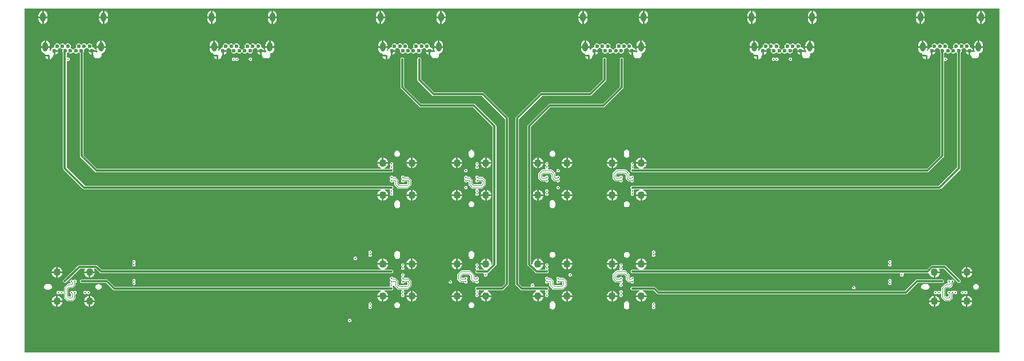
<source format=gbr>
%TF.GenerationSoftware,Altium Limited,Altium Designer,22.5.1 (42)*%
G04 Layer_Physical_Order=3*
G04 Layer_Color=6684774*
%FSLAX26Y26*%
%MOIN*%
%TF.SameCoordinates,16E36816-DCA1-4F18-AD40-64303467345E*%
%TF.FilePolarity,Positive*%
%TF.FileFunction,Copper,L3,Inr,Signal*%
%TF.Part,Single*%
G01*
G75*
%TA.AperFunction,Conductor*%
%ADD18C,0.011811*%
%TA.AperFunction,ComponentPad*%
%ADD20C,0.043307*%
%ADD21C,0.023622*%
%ADD22O,0.031496X0.055118*%
%TA.AperFunction,ViaPad*%
%ADD23C,0.011811*%
%TA.AperFunction,Conductor*%
%ADD24C,0.004921*%
G36*
X6978028Y1191298D02*
X1289723D01*
Y3200465D01*
X6978028D01*
Y1191298D01*
D02*
G37*
%LPC*%
G36*
X6874685Y3186729D02*
Y3154607D01*
X6895655D01*
Y3161417D01*
X6894770Y3168139D01*
X6892175Y3174402D01*
X6888048Y3179781D01*
X6882670Y3183908D01*
X6876406Y3186503D01*
X6874685Y3186729D01*
D02*
G37*
G36*
X6864685Y3186729D02*
X6862963Y3186503D01*
X6856699Y3183908D01*
X6851321Y3179781D01*
X6847194Y3174402D01*
X6844599Y3168139D01*
X6843714Y3161417D01*
Y3154607D01*
X6864685D01*
Y3186729D01*
D02*
G37*
G36*
X3725078Y3186729D02*
Y3154607D01*
X3746048D01*
Y3161417D01*
X3745164Y3168139D01*
X3742569Y3174402D01*
X3738442Y3179781D01*
X3733063Y3183908D01*
X3726800Y3186503D01*
X3725078Y3186729D01*
D02*
G37*
G36*
X3715078Y3186729D02*
X3713357Y3186503D01*
X3707093Y3183908D01*
X3701715Y3179781D01*
X3697587Y3174402D01*
X3694993Y3168139D01*
X3694108Y3161417D01*
Y3154607D01*
X3715078D01*
Y3186729D01*
D02*
G37*
G36*
X6521141Y3186729D02*
Y3154606D01*
X6542111D01*
Y3161417D01*
X6541226Y3168139D01*
X6538632Y3174402D01*
X6534505Y3179781D01*
X6529126Y3183908D01*
X6522863Y3186503D01*
X6521141Y3186729D01*
D02*
G37*
G36*
X5536889D02*
Y3154606D01*
X5557859D01*
Y3161417D01*
X5556974Y3168139D01*
X5554380Y3174402D01*
X5550253Y3179781D01*
X5544874Y3183908D01*
X5538611Y3186503D01*
X5536889Y3186729D01*
D02*
G37*
G36*
X4552637D02*
Y3154606D01*
X4573607D01*
Y3161417D01*
X4572722Y3168139D01*
X4570128Y3174402D01*
X4566001Y3179781D01*
X4560622Y3183908D01*
X4554359Y3186503D01*
X4552637Y3186729D01*
D02*
G37*
G36*
X6511141D02*
X6509419Y3186503D01*
X6503156Y3183908D01*
X6497777Y3179781D01*
X6493650Y3174402D01*
X6491056Y3168139D01*
X6490171Y3161417D01*
Y3154606D01*
X6511141D01*
Y3186729D01*
D02*
G37*
G36*
X5526889D02*
X5525167Y3186503D01*
X5518904Y3183908D01*
X5513525Y3179781D01*
X5509398Y3174402D01*
X5506804Y3168139D01*
X5505919Y3161417D01*
Y3154606D01*
X5526889D01*
Y3186729D01*
D02*
G37*
G36*
X4542637D02*
X4540916Y3186503D01*
X4534652Y3183908D01*
X4529273Y3179781D01*
X4525146Y3174402D01*
X4522552Y3168139D01*
X4521667Y3161417D01*
Y3154606D01*
X4542637D01*
Y3186729D01*
D02*
G37*
G36*
X3371535Y3186729D02*
Y3154606D01*
X3392505D01*
Y3161417D01*
X3391620Y3168139D01*
X3389026Y3174402D01*
X3384898Y3179781D01*
X3379520Y3183908D01*
X3373256Y3186503D01*
X3371535Y3186729D01*
D02*
G37*
G36*
X2740826D02*
Y3154606D01*
X2761796D01*
Y3161417D01*
X2760912Y3168139D01*
X2758317Y3174402D01*
X2754190Y3179781D01*
X2748811Y3183908D01*
X2742548Y3186503D01*
X2740826Y3186729D01*
D02*
G37*
G36*
X2387283D02*
Y3154606D01*
X2408253D01*
Y3161417D01*
X2407368Y3168139D01*
X2404774Y3174402D01*
X2400646Y3179781D01*
X2395268Y3183908D01*
X2389004Y3186503D01*
X2387283Y3186729D01*
D02*
G37*
G36*
X1756574D02*
Y3154606D01*
X1777544D01*
Y3161417D01*
X1776659Y3168139D01*
X1774065Y3174402D01*
X1769938Y3179781D01*
X1764559Y3183908D01*
X1758296Y3186503D01*
X1756574Y3186729D01*
D02*
G37*
G36*
X1403031D02*
Y3154606D01*
X1424001D01*
Y3161417D01*
X1423116Y3168139D01*
X1420522Y3174402D01*
X1416395Y3179781D01*
X1411016Y3183908D01*
X1404752Y3186503D01*
X1403031Y3186729D01*
D02*
G37*
G36*
X3361535Y3186729D02*
X3359813Y3186503D01*
X3353550Y3183908D01*
X3348171Y3179781D01*
X3344044Y3174402D01*
X3341450Y3168139D01*
X3340565Y3161417D01*
Y3154606D01*
X3361535D01*
Y3186729D01*
D02*
G37*
G36*
X1393031D02*
X1391309Y3186503D01*
X1385046Y3183908D01*
X1379667Y3179781D01*
X1375540Y3174402D01*
X1372946Y3168139D01*
X1372061Y3161417D01*
Y3154606D01*
X1393031D01*
Y3186729D01*
D02*
G37*
G36*
X2730826D02*
X2729105Y3186503D01*
X2722841Y3183908D01*
X2717463Y3179781D01*
X2713335Y3174402D01*
X2710741Y3168139D01*
X2709856Y3161417D01*
Y3154606D01*
X2730826D01*
Y3186729D01*
D02*
G37*
G36*
X2377283D02*
X2375561Y3186503D01*
X2369298Y3183908D01*
X2363919Y3179781D01*
X2359792Y3174402D01*
X2357198Y3168139D01*
X2356313Y3161417D01*
Y3154606D01*
X2377283D01*
Y3186729D01*
D02*
G37*
G36*
X1746574D02*
X1744853Y3186503D01*
X1738589Y3183908D01*
X1733210Y3179781D01*
X1729083Y3174402D01*
X1726489Y3168139D01*
X1725604Y3161417D01*
Y3154606D01*
X1746574D01*
Y3186729D01*
D02*
G37*
G36*
X5890432Y3186729D02*
Y3154606D01*
X5911403D01*
Y3161417D01*
X5910518Y3168139D01*
X5907923Y3174402D01*
X5903796Y3179781D01*
X5898418Y3183908D01*
X5892154Y3186503D01*
X5890432Y3186729D01*
D02*
G37*
G36*
X4906180D02*
Y3154606D01*
X4927151D01*
Y3161417D01*
X4926266Y3168139D01*
X4923671Y3174402D01*
X4919544Y3179781D01*
X4914166Y3183908D01*
X4907902Y3186503D01*
X4906180Y3186729D01*
D02*
G37*
G36*
X5880432Y3186729D02*
X5878711Y3186503D01*
X5872447Y3183908D01*
X5867069Y3179781D01*
X5862942Y3174402D01*
X5860347Y3168139D01*
X5859462Y3161417D01*
Y3154606D01*
X5880432D01*
Y3186729D01*
D02*
G37*
G36*
X4896180D02*
X4894459Y3186503D01*
X4888195Y3183908D01*
X4882817Y3179781D01*
X4878690Y3174402D01*
X4876095Y3168139D01*
X4875210Y3161417D01*
Y3154606D01*
X4896180D01*
Y3186729D01*
D02*
G37*
G36*
X6895655Y3144607D02*
X6874685D01*
Y3112483D01*
X6876406Y3112710D01*
X6882670Y3115304D01*
X6888048Y3119432D01*
X6892175Y3124810D01*
X6894770Y3131074D01*
X6895655Y3137795D01*
Y3144607D01*
D02*
G37*
G36*
X5880432Y3144606D02*
X5859462D01*
Y3137795D01*
X5860347Y3131074D01*
X5862942Y3124810D01*
X5867069Y3119432D01*
X5872447Y3115304D01*
X5878711Y3112710D01*
X5880432Y3112483D01*
Y3144606D01*
D02*
G37*
G36*
X4896180D02*
X4875210D01*
Y3137795D01*
X4876095Y3131074D01*
X4878690Y3124810D01*
X4882817Y3119432D01*
X4888195Y3115304D01*
X4894459Y3112710D01*
X4896180Y3112483D01*
Y3144606D01*
D02*
G37*
G36*
X3746048Y3144607D02*
X3725078D01*
Y3112483D01*
X3726800Y3112710D01*
X3733063Y3115304D01*
X3738442Y3119432D01*
X3742569Y3124810D01*
X3745164Y3131074D01*
X3746048Y3137795D01*
Y3144607D01*
D02*
G37*
G36*
X2377283Y3144606D02*
X2356313D01*
Y3137795D01*
X2357198Y3131074D01*
X2359792Y3124810D01*
X2363919Y3119432D01*
X2369298Y3115304D01*
X2375561Y3112710D01*
X2377283Y3112483D01*
Y3144606D01*
D02*
G37*
G36*
X1746574D02*
X1725604D01*
Y3137795D01*
X1726489Y3131074D01*
X1729083Y3124810D01*
X1733210Y3119432D01*
X1738589Y3115304D01*
X1744853Y3112710D01*
X1746574Y3112483D01*
Y3144606D01*
D02*
G37*
G36*
X1393031D02*
X1372061D01*
Y3137795D01*
X1372946Y3131074D01*
X1375540Y3124810D01*
X1379667Y3119432D01*
X1385046Y3115304D01*
X1391309Y3112710D01*
X1393031Y3112483D01*
Y3144606D01*
D02*
G37*
G36*
X3361535D02*
X3340565D01*
Y3137795D01*
X3341450Y3131074D01*
X3344044Y3124810D01*
X3348171Y3119432D01*
X3353550Y3115304D01*
X3359813Y3112710D01*
X3361535Y3112483D01*
Y3144606D01*
D02*
G37*
G36*
X2730826D02*
X2709856D01*
Y3137795D01*
X2710741Y3131074D01*
X2713335Y3124810D01*
X2717463Y3119432D01*
X2722841Y3115304D01*
X2729105Y3112710D01*
X2730826Y3112483D01*
Y3144606D01*
D02*
G37*
G36*
X6542111Y3144606D02*
X6521141D01*
Y3112483D01*
X6522863Y3112710D01*
X6529126Y3115304D01*
X6534505Y3119432D01*
X6538632Y3124810D01*
X6541226Y3131074D01*
X6542111Y3137795D01*
Y3144606D01*
D02*
G37*
G36*
X5557859D02*
X5536889D01*
Y3112483D01*
X5538611Y3112710D01*
X5544874Y3115304D01*
X5550253Y3119432D01*
X5554380Y3124810D01*
X5556974Y3131074D01*
X5557859Y3137795D01*
Y3144606D01*
D02*
G37*
G36*
X4573607D02*
X4552637D01*
Y3112483D01*
X4554359Y3112710D01*
X4560622Y3115304D01*
X4566001Y3119432D01*
X4570128Y3124810D01*
X4572722Y3131074D01*
X4573607Y3137795D01*
Y3144606D01*
D02*
G37*
G36*
X6511141D02*
X6490171D01*
Y3137795D01*
X6491056Y3131074D01*
X6493650Y3124810D01*
X6497777Y3119432D01*
X6503156Y3115304D01*
X6509419Y3112710D01*
X6511141Y3112483D01*
Y3144606D01*
D02*
G37*
G36*
X5526889D02*
X5505919D01*
Y3137795D01*
X5506804Y3131074D01*
X5509398Y3124810D01*
X5513525Y3119432D01*
X5518904Y3115304D01*
X5525167Y3112710D01*
X5526889Y3112483D01*
Y3144606D01*
D02*
G37*
G36*
X4542637D02*
X4521667D01*
Y3137795D01*
X4522552Y3131074D01*
X4525146Y3124810D01*
X4529273Y3119432D01*
X4534652Y3115304D01*
X4540916Y3112710D01*
X4542637Y3112483D01*
Y3144606D01*
D02*
G37*
G36*
X2761796Y3144606D02*
X2740826D01*
Y3112483D01*
X2742548Y3112710D01*
X2748811Y3115304D01*
X2754190Y3119432D01*
X2758317Y3124810D01*
X2760912Y3131074D01*
X2761796Y3137795D01*
Y3144606D01*
D02*
G37*
G36*
X3392505D02*
X3371535D01*
Y3112483D01*
X3373256Y3112710D01*
X3379520Y3115304D01*
X3384898Y3119432D01*
X3389026Y3124810D01*
X3391620Y3131074D01*
X3392505Y3137795D01*
Y3144606D01*
D02*
G37*
G36*
X2408253D02*
X2387283D01*
Y3112483D01*
X2389004Y3112710D01*
X2395268Y3115304D01*
X2400646Y3119432D01*
X2404774Y3124810D01*
X2407368Y3131074D01*
X2408253Y3137795D01*
Y3144606D01*
D02*
G37*
G36*
X1777544D02*
X1756574D01*
Y3112483D01*
X1758296Y3112710D01*
X1764559Y3115304D01*
X1769938Y3119432D01*
X1774065Y3124810D01*
X1776659Y3131074D01*
X1777544Y3137795D01*
Y3144606D01*
D02*
G37*
G36*
X1424001D02*
X1403031D01*
Y3112483D01*
X1404752Y3112710D01*
X1411016Y3115304D01*
X1416395Y3119432D01*
X1420522Y3124810D01*
X1423116Y3131074D01*
X1424001Y3137795D01*
Y3144606D01*
D02*
G37*
G36*
X3715078Y3144607D02*
X3694108D01*
Y3137795D01*
X3694993Y3131074D01*
X3697587Y3124810D01*
X3701715Y3119432D01*
X3707093Y3115304D01*
X3713357Y3112710D01*
X3715078Y3112483D01*
Y3144607D01*
D02*
G37*
G36*
X4927151Y3144606D02*
X4906180D01*
Y3112483D01*
X4907902Y3112710D01*
X4914166Y3115304D01*
X4919544Y3119432D01*
X4923671Y3124810D01*
X4926266Y3131074D01*
X4927151Y3137795D01*
Y3144606D01*
D02*
G37*
G36*
X5911403D02*
X5890432D01*
Y3112483D01*
X5892154Y3112710D01*
X5898418Y3115304D01*
X5903796Y3119432D01*
X5907923Y3124810D01*
X5910518Y3131074D01*
X5911403Y3137795D01*
Y3144606D01*
D02*
G37*
G36*
X6864685Y3144607D02*
X6843714D01*
Y3137795D01*
X6844599Y3131074D01*
X6847194Y3124810D01*
X6851321Y3119432D01*
X6856699Y3115304D01*
X6862963Y3112710D01*
X6864685Y3112483D01*
Y3144607D01*
D02*
G37*
G36*
X6860511Y3013501D02*
Y2981378D01*
X6881481D01*
Y2988189D01*
X6880596Y2994911D01*
X6878002Y3001174D01*
X6873875Y3006553D01*
X6868496Y3010680D01*
X6862233Y3013274D01*
X6860511Y3013501D01*
D02*
G37*
G36*
X6535314D02*
Y2981378D01*
X6556285D01*
Y2988189D01*
X6555400Y2994911D01*
X6552805Y3001174D01*
X6548678Y3006553D01*
X6543300Y3010680D01*
X6537036Y3013274D01*
X6535314Y3013501D01*
D02*
G37*
G36*
X5876259D02*
Y2981378D01*
X5897229D01*
Y2988189D01*
X5896345Y2994911D01*
X5893750Y3001174D01*
X5889623Y3006553D01*
X5884244Y3010680D01*
X5877981Y3013274D01*
X5876259Y3013501D01*
D02*
G37*
G36*
X5551062D02*
Y2981378D01*
X5572033D01*
Y2988189D01*
X5571148Y2994911D01*
X5568553Y3001174D01*
X5564426Y3006553D01*
X5559047Y3010680D01*
X5552784Y3013274D01*
X5551062Y3013501D01*
D02*
G37*
G36*
X4892007D02*
Y2981378D01*
X4912977D01*
Y2988189D01*
X4912092Y2994911D01*
X4909498Y3001174D01*
X4905371Y3006553D01*
X4899992Y3010680D01*
X4893729Y3013274D01*
X4892007Y3013501D01*
D02*
G37*
G36*
X4566810D02*
Y2981378D01*
X4587781D01*
Y2988189D01*
X4586896Y2994911D01*
X4584301Y3001174D01*
X4580174Y3006553D01*
X4574796Y3010680D01*
X4568532Y3013274D01*
X4566810Y3013501D01*
D02*
G37*
G36*
X1417204D02*
Y2981378D01*
X1438174D01*
Y2988189D01*
X1437289Y2994911D01*
X1434695Y3001174D01*
X1430568Y3006553D01*
X1425189Y3010680D01*
X1418926Y3013274D01*
X1417204Y3013501D01*
D02*
G37*
G36*
X6850511D02*
X6848790Y3013274D01*
X6842526Y3010680D01*
X6837148Y3006553D01*
X6833020Y3001174D01*
X6830426Y2994911D01*
X6829541Y2988189D01*
Y2981378D01*
X6850511D01*
Y3013501D01*
D02*
G37*
G36*
X1407204D02*
X1405483Y3013274D01*
X1399219Y3010680D01*
X1393840Y3006553D01*
X1389713Y3001174D01*
X1387119Y2994911D01*
X1386234Y2988189D01*
Y2981378D01*
X1407204D01*
Y3013501D01*
D02*
G37*
G36*
X6525314D02*
X6523593Y3013274D01*
X6517329Y3010680D01*
X6511951Y3006553D01*
X6507824Y3001174D01*
X6505229Y2994911D01*
X6504344Y2988189D01*
Y2981378D01*
X6525314D01*
Y3013501D01*
D02*
G37*
G36*
X5866259D02*
X5864538Y3013274D01*
X5858274Y3010680D01*
X5852895Y3006553D01*
X5848768Y3001174D01*
X5846174Y2994911D01*
X5845289Y2988189D01*
Y2981378D01*
X5866259D01*
Y3013501D01*
D02*
G37*
G36*
X5541062D02*
X5539341Y3013274D01*
X5533077Y3010680D01*
X5527699Y3006553D01*
X5523572Y3001174D01*
X5520977Y2994911D01*
X5520092Y2988189D01*
Y2981378D01*
X5541062D01*
Y3013501D01*
D02*
G37*
G36*
X4882007D02*
X4880286Y3013274D01*
X4874022Y3010680D01*
X4868644Y3006553D01*
X4864516Y3001174D01*
X4861922Y2994911D01*
X4861037Y2988189D01*
Y2981378D01*
X4882007D01*
Y3013501D01*
D02*
G37*
G36*
X4556810D02*
X4555089Y3013274D01*
X4548825Y3010680D01*
X4543447Y3006553D01*
X4539319Y3001174D01*
X4536725Y2994911D01*
X4535840Y2988189D01*
Y2981378D01*
X4556810D01*
Y3013501D01*
D02*
G37*
G36*
X2726653Y3013501D02*
Y2981378D01*
X2747623D01*
Y2988189D01*
X2746738Y2994911D01*
X2744144Y3001174D01*
X2740017Y3006553D01*
X2734638Y3010680D01*
X2728374Y3013274D01*
X2726653Y3013501D01*
D02*
G37*
G36*
X2401456D02*
Y2981378D01*
X2422426D01*
Y2988189D01*
X2421541Y2994911D01*
X2418947Y3001174D01*
X2414820Y3006553D01*
X2409441Y3010680D01*
X2403178Y3013274D01*
X2401456Y3013501D01*
D02*
G37*
G36*
X1742401D02*
Y2981378D01*
X1763371D01*
Y2988189D01*
X1762486Y2994911D01*
X1759892Y3001174D01*
X1755765Y3006553D01*
X1750386Y3010680D01*
X1744122Y3013274D01*
X1742401Y3013501D01*
D02*
G37*
G36*
X3710905D02*
Y2981378D01*
X3731875D01*
Y2988189D01*
X3730990Y2994911D01*
X3728396Y3001174D01*
X3724269Y3006553D01*
X3718890Y3010680D01*
X3712626Y3013274D01*
X3710905Y3013501D01*
D02*
G37*
G36*
X3385708D02*
Y2981378D01*
X3406678D01*
Y2988189D01*
X3405793Y2994911D01*
X3403199Y3001174D01*
X3399072Y3006553D01*
X3393693Y3010680D01*
X3387430Y3013274D01*
X3385708Y3013501D01*
D02*
G37*
G36*
X2716653Y3013501D02*
X2714931Y3013274D01*
X2708668Y3010680D01*
X2703289Y3006553D01*
X2699162Y3001174D01*
X2696568Y2994911D01*
X2695683Y2988189D01*
Y2981378D01*
X2716653D01*
Y3013501D01*
D02*
G37*
G36*
X2391456D02*
X2389735Y3013274D01*
X2383471Y3010680D01*
X2378092Y3006553D01*
X2373965Y3001174D01*
X2371371Y2994911D01*
X2370486Y2988189D01*
Y2981378D01*
X2391456D01*
Y3013501D01*
D02*
G37*
G36*
X1732401D02*
X1730679Y3013274D01*
X1724416Y3010680D01*
X1719037Y3006553D01*
X1714910Y3001174D01*
X1712316Y2994911D01*
X1711431Y2988189D01*
Y2981378D01*
X1732401D01*
Y3013501D01*
D02*
G37*
G36*
X3700905D02*
X3699183Y3013274D01*
X3692920Y3010680D01*
X3687541Y3006553D01*
X3683414Y3001174D01*
X3680820Y2994911D01*
X3679935Y2988189D01*
Y2981378D01*
X3700905D01*
Y3013501D01*
D02*
G37*
G36*
X3375708D02*
X3373986Y3013274D01*
X3367723Y3010680D01*
X3362344Y3006553D01*
X3358217Y3001174D01*
X3355623Y2994911D01*
X3354738Y2988189D01*
Y2981378D01*
X3375708D01*
Y3013501D01*
D02*
G37*
G36*
X6727581Y2996654D02*
X6721237D01*
X6715377Y2994226D01*
X6710891Y2989741D01*
X6708464Y2983880D01*
Y2977537D01*
X6709971Y2973898D01*
X6707203Y2969014D01*
X6707042Y2968898D01*
X6705528D01*
X6699740Y2966500D01*
X6695747Y2962506D01*
X6692913Y2962270D01*
X6690079Y2962506D01*
X6686085Y2966500D01*
X6680297Y2968898D01*
X6678783D01*
X6678622Y2969014D01*
X6675854Y2973898D01*
X6677362Y2977537D01*
Y2983880D01*
X6674934Y2989741D01*
X6670449Y2994226D01*
X6664588Y2996654D01*
X6658245D01*
X6652385Y2994226D01*
X6648421Y2990262D01*
X6645763Y2989936D01*
X6642684Y2990216D01*
X6638841Y2994059D01*
X6633053Y2996457D01*
X6626788D01*
X6621000Y2994059D01*
X6617006Y2990065D01*
X6614173Y2989829D01*
X6611339Y2990065D01*
X6607345Y2994059D01*
X6601557Y2996457D01*
X6595292D01*
X6589504Y2994059D01*
X6585074Y2989629D01*
X6582677Y2983841D01*
Y2977576D01*
X6580929Y2974961D01*
X6578338D01*
X6570322Y2971640D01*
X6564186Y2965505D01*
X6560866Y2957488D01*
X6557341Y2955561D01*
X6555400Y2957845D01*
X6556285Y2964567D01*
Y2971378D01*
X6530314D01*
Y2976378D01*
D01*
Y2971378D01*
X6504344D01*
Y2964567D01*
X6505229Y2957845D01*
X6507824Y2951582D01*
X6511951Y2946203D01*
X6517329Y2942076D01*
X6523593Y2939482D01*
X6525907Y2939177D01*
X6529059Y2933719D01*
X6528578Y2932559D01*
X6551181D01*
Y2927559D01*
X6556181D01*
Y2904957D01*
X6564093Y2908234D01*
X6570505Y2914647D01*
X6573976Y2923025D01*
Y2927733D01*
X6577677Y2930792D01*
Y2953150D01*
X6582677D01*
Y2958150D01*
X6604214D01*
X6601455Y2964808D01*
X6601557Y2964961D01*
X6607345Y2967358D01*
X6611339Y2971352D01*
X6614173Y2971588D01*
X6617006Y2971352D01*
X6621000Y2967358D01*
X6626788Y2964961D01*
X6628302D01*
X6628463Y2964845D01*
X6631231Y2959961D01*
X6629724Y2956321D01*
Y2949978D01*
X6632151Y2944117D01*
X6633465Y2942803D01*
Y2905512D01*
Y2343807D01*
X6553831Y2264173D01*
X4898644D01*
X4897986Y2269173D01*
X4900013Y2269716D01*
X4907231Y2273883D01*
X4913124Y2279777D01*
X4917292Y2286995D01*
X4919226Y2294213D01*
X4887795D01*
Y2299213D01*
D01*
Y2294213D01*
X4856365D01*
X4858299Y2286995D01*
X4862466Y2279777D01*
X4868360Y2273883D01*
X4875578Y2269716D01*
X4877605Y2269173D01*
X4876946Y2264173D01*
X4847368D01*
X4846220Y2265564D01*
X4844637Y2269173D01*
X4845669Y2271664D01*
Y2275580D01*
X4844171Y2279197D01*
X4843110Y2280258D01*
X4841946Y2283465D01*
X4843110Y2286671D01*
X4844171Y2287732D01*
X4845669Y2291349D01*
Y2295265D01*
X4844171Y2298882D01*
X4841402Y2301651D01*
X4837785Y2303150D01*
X4833869D01*
X4830252Y2301651D01*
X4827483Y2298882D01*
X4825984Y2295265D01*
Y2291349D01*
X4827483Y2287732D01*
X4828544Y2286671D01*
X4829708Y2283465D01*
X4828544Y2280258D01*
X4827483Y2279197D01*
X4825984Y2275580D01*
Y2271664D01*
X4827483Y2268047D01*
X4828393Y2267136D01*
X4829037Y2265407D01*
X4828624Y2261509D01*
X4828282Y2260715D01*
X4828029Y2260337D01*
X4827316Y2259624D01*
X4826930Y2258692D01*
X4826370Y2257854D01*
X4826173Y2256865D01*
X4825787Y2255934D01*
Y2254926D01*
X4825591Y2253937D01*
X4825787Y2252948D01*
Y2251940D01*
X4826173Y2251008D01*
X4826370Y2250020D01*
X4826930Y2249182D01*
X4827316Y2248250D01*
X4828029Y2247537D01*
X4828589Y2246699D01*
X4829427Y2246139D01*
X4830140Y2245426D01*
X4831071Y2245040D01*
X4831910Y2244480D01*
X4832898Y2244283D01*
X4833830Y2243898D01*
X4834838D01*
X4835827Y2243701D01*
X6558071D01*
X6561988Y2244480D01*
X6565309Y2246699D01*
X6650939Y2332329D01*
X6653158Y2335650D01*
X6653938Y2339568D01*
Y2893691D01*
X6655194Y2894796D01*
X6658938Y2896488D01*
X6661388Y2895472D01*
X6665382D01*
X6669072Y2897001D01*
X6671896Y2899825D01*
X6673425Y2903515D01*
Y2907509D01*
X6671896Y2911199D01*
X6669072Y2914023D01*
X6665382Y2915551D01*
X6661388D01*
X6658938Y2914536D01*
X6655194Y2916227D01*
X6653938Y2917333D01*
Y2939316D01*
X6654701Y2939632D01*
X6658665Y2943596D01*
X6661323Y2943923D01*
X6664401Y2943642D01*
X6668244Y2939799D01*
X6674032Y2937402D01*
X6680297D01*
X6686085Y2939799D01*
X6690079Y2943793D01*
X6692913Y2944029D01*
X6695747Y2943793D01*
X6699740Y2939799D01*
X6705528Y2937402D01*
X6711793D01*
X6717581Y2939799D01*
X6721424Y2943642D01*
X6724503Y2943923D01*
X6727161Y2943596D01*
X6731125Y2939632D01*
X6731891Y2939315D01*
Y2905514D01*
X6731890Y2905511D01*
Y2272941D01*
X6624697Y2165748D01*
X4835827D01*
X4834838Y2165551D01*
X4833830D01*
X4832898Y2165165D01*
X4831910Y2164969D01*
X4831071Y2164409D01*
X4830140Y2164023D01*
X4829427Y2163310D01*
X4828589Y2162750D01*
X4828029Y2161912D01*
X4827316Y2161199D01*
X4826930Y2160267D01*
X4826370Y2159429D01*
X4826173Y2158440D01*
X4825787Y2157509D01*
Y2156501D01*
X4825591Y2155512D01*
X4825787Y2154523D01*
Y2153515D01*
X4826173Y2152583D01*
X4826370Y2151595D01*
X4826930Y2150756D01*
X4827316Y2149825D01*
X4828029Y2149112D01*
X4828282Y2148734D01*
X4828624Y2147940D01*
X4829037Y2144042D01*
X4828393Y2142312D01*
X4827483Y2141402D01*
X4825984Y2137785D01*
Y2133869D01*
X4827483Y2130251D01*
X4828544Y2129190D01*
X4829708Y2125984D01*
X4828544Y2122778D01*
X4827483Y2121717D01*
X4825984Y2118099D01*
Y2114184D01*
X4827483Y2110566D01*
X4830252Y2107798D01*
X4833869Y2106299D01*
X4837785D01*
X4841402Y2107798D01*
X4844171Y2110566D01*
X4845669Y2114184D01*
Y2118099D01*
X4844171Y2121717D01*
X4843110Y2122778D01*
X4841946Y2125984D01*
X4843110Y2129190D01*
X4844171Y2130251D01*
X4845669Y2133869D01*
Y2137785D01*
X4844637Y2140276D01*
X4846220Y2143885D01*
X4847368Y2145276D01*
X4876946D01*
X4877605Y2140276D01*
X4875578Y2139733D01*
X4868360Y2135565D01*
X4862466Y2129672D01*
X4858299Y2122454D01*
X4856365Y2115236D01*
X4887795D01*
X4919226D01*
X4917292Y2122454D01*
X4913124Y2129672D01*
X4907231Y2135565D01*
X4900013Y2139733D01*
X4897986Y2140276D01*
X4898644Y2145276D01*
X6628937D01*
X6632854Y2146055D01*
X6636175Y2148274D01*
X6749364Y2261463D01*
X6751583Y2264784D01*
X6752362Y2268701D01*
Y2905509D01*
X6752363Y2905512D01*
Y2942806D01*
X6753674Y2944117D01*
X6756102Y2949978D01*
Y2956321D01*
X6754594Y2959961D01*
X6757362Y2964845D01*
X6757523Y2964961D01*
X6759037D01*
X6764825Y2967358D01*
X6768819Y2971352D01*
X6771653Y2971588D01*
X6774487Y2971352D01*
X6778480Y2967358D01*
X6784268Y2964961D01*
X6784370Y2964808D01*
X6781612Y2958150D01*
X6824686D01*
X6821640Y2965505D01*
X6815504Y2971640D01*
X6807488Y2974961D01*
X6804897D01*
X6803149Y2977576D01*
Y2983841D01*
X6800752Y2989629D01*
X6796322Y2994059D01*
X6790533Y2996457D01*
X6784269D01*
X6778480Y2994059D01*
X6774487Y2990065D01*
X6771653Y2989829D01*
X6768819Y2990065D01*
X6764825Y2994059D01*
X6759037Y2996457D01*
X6752772D01*
X6746984Y2994059D01*
X6743141Y2990216D01*
X6740063Y2989936D01*
X6737405Y2990262D01*
X6733441Y2994226D01*
X6727581Y2996654D01*
D02*
G37*
G36*
X5743328D02*
X5736985D01*
X5731125Y2994226D01*
X5726639Y2989741D01*
X5724212Y2983880D01*
Y2977537D01*
X5725719Y2973898D01*
X5722951Y2969014D01*
X5722790Y2968898D01*
X5721276D01*
X5715488Y2966500D01*
X5711495Y2962506D01*
X5708661Y2962270D01*
X5705827Y2962506D01*
X5701833Y2966500D01*
X5696045Y2968898D01*
X5694531D01*
X5694370Y2969014D01*
X5691602Y2973898D01*
X5693110Y2977537D01*
Y2983880D01*
X5690682Y2989741D01*
X5686197Y2994226D01*
X5680336Y2996654D01*
X5673993D01*
X5668133Y2994226D01*
X5664169Y2990262D01*
X5661511Y2989936D01*
X5658432Y2990216D01*
X5654589Y2994059D01*
X5648801Y2996457D01*
X5642536D01*
X5636748Y2994059D01*
X5632754Y2990065D01*
X5629921Y2989829D01*
X5627087Y2990065D01*
X5623093Y2994059D01*
X5617305Y2996457D01*
X5611040D01*
X5605252Y2994059D01*
X5600822Y2989629D01*
X5598425Y2983841D01*
Y2977576D01*
X5596677Y2974961D01*
X5594086D01*
X5586070Y2971640D01*
X5579934Y2965505D01*
X5576614Y2957488D01*
X5573088Y2955561D01*
X5571148Y2957845D01*
X5572033Y2964567D01*
Y2971378D01*
X5546062D01*
X5520092D01*
Y2964567D01*
X5520977Y2957845D01*
X5523572Y2951582D01*
X5527699Y2946203D01*
X5533077Y2942076D01*
X5539341Y2939482D01*
X5541655Y2939177D01*
X5544806Y2933719D01*
X5544326Y2932559D01*
X5566928D01*
Y2927559D01*
X5571928D01*
Y2904957D01*
X5579841Y2908234D01*
X5586253Y2914647D01*
X5589724Y2923025D01*
Y2927733D01*
X5593425Y2930792D01*
Y2953150D01*
X5598425D01*
Y2958150D01*
X5619962D01*
X5617203Y2964808D01*
X5617305Y2964961D01*
X5623093Y2967358D01*
X5627087Y2971352D01*
X5629921Y2971588D01*
X5632754Y2971352D01*
X5636748Y2967358D01*
X5642536Y2964961D01*
X5644050D01*
X5644211Y2964845D01*
X5646979Y2959961D01*
X5645472Y2956321D01*
Y2949978D01*
X5647899Y2944117D01*
X5652385Y2939632D01*
X5658245Y2937205D01*
X5664588D01*
X5670449Y2939632D01*
X5674413Y2943596D01*
X5677071Y2943923D01*
X5680149Y2943642D01*
X5683992Y2939799D01*
X5689780Y2937402D01*
X5696045D01*
X5701833Y2939799D01*
X5705827Y2943793D01*
X5708661Y2944029D01*
X5711495Y2943793D01*
X5715488Y2939799D01*
X5721276Y2937402D01*
X5727541D01*
X5733329Y2939799D01*
X5737172Y2943642D01*
X5740251Y2943923D01*
X5742909Y2943596D01*
X5746873Y2939632D01*
X5752733Y2937205D01*
X5759077D01*
X5764937Y2939632D01*
X5769422Y2944117D01*
X5771850Y2949978D01*
Y2956321D01*
X5770342Y2959961D01*
X5773110Y2964845D01*
X5773271Y2964961D01*
X5774785D01*
X5780573Y2967358D01*
X5784567Y2971352D01*
X5787401Y2971588D01*
X5790235Y2971352D01*
X5794229Y2967358D01*
X5800016Y2964961D01*
X5800118Y2964808D01*
X5797360Y2958150D01*
X5840434D01*
X5837387Y2965505D01*
X5831252Y2971640D01*
X5823235Y2974961D01*
X5820645D01*
X5818897Y2977576D01*
Y2983841D01*
X5816499Y2989629D01*
X5812069Y2994059D01*
X5806282Y2996457D01*
X5800016D01*
X5794229Y2994059D01*
X5790235Y2990065D01*
X5787401Y2989829D01*
X5784567Y2990065D01*
X5780573Y2994059D01*
X5774785Y2996457D01*
X5768520D01*
X5762732Y2994059D01*
X5758890Y2990216D01*
X5755811Y2989936D01*
X5753153Y2990262D01*
X5749189Y2994226D01*
X5743328Y2996654D01*
D02*
G37*
G36*
X4759077D02*
X4752733D01*
X4746873Y2994226D01*
X4742387Y2989741D01*
X4739960Y2983880D01*
Y2977537D01*
X4741467Y2973898D01*
X4738699Y2969014D01*
X4738538Y2968898D01*
X4737024D01*
X4731236Y2966500D01*
X4727243Y2962506D01*
X4724409Y2962270D01*
X4721575Y2962506D01*
X4717581Y2966500D01*
X4711793Y2968898D01*
X4710279D01*
X4710118Y2969014D01*
X4707350Y2973898D01*
X4708858Y2977537D01*
Y2983880D01*
X4706430Y2989741D01*
X4701945Y2994226D01*
X4696084Y2996654D01*
X4689741D01*
X4683881Y2994226D01*
X4679917Y2990262D01*
X4677259Y2989936D01*
X4674180Y2990216D01*
X4670337Y2994059D01*
X4664549Y2996457D01*
X4658284D01*
X4652496Y2994059D01*
X4648502Y2990065D01*
X4645669Y2989829D01*
X4642835Y2990065D01*
X4638841Y2994059D01*
X4633053Y2996457D01*
X4626788D01*
X4621000Y2994059D01*
X4616570Y2989629D01*
X4614173Y2983841D01*
Y2977576D01*
X4612425Y2974961D01*
X4609834D01*
X4601818Y2971640D01*
X4595682Y2965505D01*
X4592362Y2957488D01*
X4588837Y2955561D01*
X4586896Y2957845D01*
X4587781Y2964567D01*
Y2971378D01*
X4561810D01*
X4535840D01*
Y2964567D01*
X4536725Y2957845D01*
X4539319Y2951582D01*
X4543447Y2946203D01*
X4548825Y2942076D01*
X4555089Y2939482D01*
X4557403Y2939177D01*
X4560555Y2933719D01*
X4560074Y2932559D01*
X4582676D01*
Y2927559D01*
X4587676D01*
Y2904957D01*
X4595589Y2908234D01*
X4602001Y2914647D01*
X4605472Y2923025D01*
Y2927733D01*
X4609173Y2930792D01*
Y2953150D01*
X4614173D01*
Y2958150D01*
X4635710D01*
X4632951Y2964808D01*
X4633053Y2964961D01*
X4638841Y2967358D01*
X4642835Y2971352D01*
X4645669Y2971588D01*
X4648502Y2971352D01*
X4652496Y2967358D01*
X4658284Y2964961D01*
X4659798D01*
X4659959Y2964845D01*
X4662727Y2959961D01*
X4661220Y2956321D01*
Y2949978D01*
X4663647Y2944117D01*
X4668133Y2939632D01*
X4673993Y2937205D01*
X4680336D01*
X4686197Y2939632D01*
X4690161Y2943596D01*
X4692819Y2943923D01*
X4695897Y2943642D01*
X4699740Y2939799D01*
X4705528Y2937402D01*
X4711793D01*
X4717581Y2939799D01*
X4721575Y2943793D01*
X4724409Y2944029D01*
X4727243Y2943793D01*
X4731236Y2939799D01*
X4737024Y2937402D01*
X4743289D01*
X4749077Y2939799D01*
X4752920Y2943642D01*
X4755999Y2943923D01*
X4758657Y2943596D01*
X4762621Y2939632D01*
X4768481Y2937205D01*
X4774824D01*
X4780685Y2939632D01*
X4785170Y2944117D01*
X4787598Y2949978D01*
Y2956321D01*
X4786090Y2959961D01*
X4788858Y2964845D01*
X4789019Y2964961D01*
X4790533D01*
X4796321Y2967358D01*
X4800315Y2971352D01*
X4803149Y2971588D01*
X4805983Y2971352D01*
X4809976Y2967358D01*
X4815764Y2964961D01*
X4815866Y2964808D01*
X4813108Y2958150D01*
X4856182D01*
X4853136Y2965505D01*
X4847000Y2971640D01*
X4838984Y2974961D01*
X4836393D01*
X4834645Y2977576D01*
Y2983841D01*
X4832248Y2989629D01*
X4827818Y2994059D01*
X4822029Y2996457D01*
X4815765D01*
X4809976Y2994059D01*
X4805983Y2990065D01*
X4803149Y2989829D01*
X4800315Y2990065D01*
X4796321Y2994059D01*
X4790533Y2996457D01*
X4784268D01*
X4778480Y2994059D01*
X4774637Y2990216D01*
X4771559Y2989936D01*
X4768901Y2990262D01*
X4764937Y2994226D01*
X4759077Y2996654D01*
D02*
G37*
G36*
X3577974D02*
X3571631D01*
X3565771Y2994226D01*
X3561285Y2989741D01*
X3558858Y2983880D01*
Y2977537D01*
X3560365Y2973898D01*
X3557597Y2969014D01*
X3557436Y2968898D01*
X3555922D01*
X3550134Y2966500D01*
X3546140Y2962506D01*
X3543307Y2962270D01*
X3540473Y2962506D01*
X3536479Y2966500D01*
X3530691Y2968898D01*
X3529177D01*
X3529016Y2969014D01*
X3526248Y2973898D01*
X3527755Y2977537D01*
Y2983880D01*
X3525328Y2989741D01*
X3520843Y2994226D01*
X3514982Y2996654D01*
X3508639D01*
X3502778Y2994226D01*
X3498815Y2990262D01*
X3496156Y2989936D01*
X3493078Y2990216D01*
X3489235Y2994059D01*
X3483447Y2996457D01*
X3477182D01*
X3471394Y2994059D01*
X3467400Y2990065D01*
X3464566Y2989829D01*
X3461733Y2990065D01*
X3457739Y2994059D01*
X3451951Y2996457D01*
X3445686D01*
X3439898Y2994059D01*
X3435468Y2989629D01*
X3433070Y2983841D01*
Y2977576D01*
X3431323Y2974961D01*
X3428732D01*
X3420715Y2971640D01*
X3414580Y2965505D01*
X3411259Y2957488D01*
X3407734Y2955561D01*
X3405793Y2957845D01*
X3406678Y2964567D01*
Y2971378D01*
X3380708D01*
Y2976378D01*
D01*
Y2971378D01*
X3354738D01*
Y2964567D01*
X3355623Y2957845D01*
X3358217Y2951582D01*
X3362344Y2946203D01*
X3367723Y2942076D01*
X3373986Y2939482D01*
X3376301Y2939177D01*
X3379452Y2933719D01*
X3378972Y2932559D01*
X3401574D01*
Y2927559D01*
X3406574D01*
Y2904957D01*
X3414487Y2908234D01*
X3420899Y2914647D01*
X3424369Y2923025D01*
Y2927733D01*
X3428070Y2930792D01*
Y2953150D01*
X3433070D01*
Y2958150D01*
X3454607D01*
X3451849Y2964808D01*
X3451951Y2964961D01*
X3457739Y2967358D01*
X3461733Y2971352D01*
X3464566Y2971588D01*
X3467400Y2971352D01*
X3471394Y2967358D01*
X3477182Y2964961D01*
X3478696D01*
X3478857Y2964845D01*
X3481625Y2959961D01*
X3480117Y2956321D01*
Y2949978D01*
X3482545Y2944117D01*
X3487030Y2939632D01*
X3492891Y2937205D01*
X3499234D01*
X3505095Y2939632D01*
X3509058Y2943596D01*
X3511716Y2943923D01*
X3514795Y2943642D01*
X3518638Y2939799D01*
X3524426Y2937402D01*
X3530691D01*
X3536479Y2939799D01*
X3540473Y2943793D01*
X3543307Y2944029D01*
X3546140Y2943793D01*
X3550134Y2939799D01*
X3555922Y2937402D01*
X3562187D01*
X3567975Y2939799D01*
X3571818Y2943642D01*
X3574896Y2943923D01*
X3577555Y2943596D01*
X3581519Y2939632D01*
X3587379Y2937205D01*
X3593722D01*
X3599583Y2939632D01*
X3604068Y2944117D01*
X3606495Y2949978D01*
Y2956321D01*
X3604988Y2959961D01*
X3607756Y2964845D01*
X3607917Y2964961D01*
X3609431D01*
X3615219Y2967358D01*
X3619213Y2971352D01*
X3622047Y2971588D01*
X3624880Y2971352D01*
X3628874Y2967358D01*
X3634662Y2964961D01*
X3634764Y2964808D01*
X3632006Y2958150D01*
X3675080D01*
X3672033Y2965505D01*
X3665898Y2971640D01*
X3657881Y2974961D01*
X3655290D01*
X3653543Y2977576D01*
Y2983841D01*
X3651145Y2989629D01*
X3646715Y2994059D01*
X3640927Y2996457D01*
X3634662D01*
X3628874Y2994059D01*
X3624880Y2990065D01*
X3622047Y2989829D01*
X3619213Y2990065D01*
X3615219Y2994059D01*
X3609431Y2996457D01*
X3603166D01*
X3597378Y2994059D01*
X3593535Y2990216D01*
X3590457Y2989936D01*
X3587798Y2990262D01*
X3583835Y2994226D01*
X3577974Y2996654D01*
D02*
G37*
G36*
X2593722D02*
X2587379D01*
X2581519Y2994226D01*
X2577033Y2989741D01*
X2574606Y2983880D01*
Y2977537D01*
X2576113Y2973898D01*
X2573345Y2969014D01*
X2573184Y2968898D01*
X2571670D01*
X2565882Y2966500D01*
X2561888Y2962506D01*
X2559055Y2962270D01*
X2556221Y2962506D01*
X2552227Y2966500D01*
X2546439Y2968898D01*
X2544925D01*
X2544764Y2969014D01*
X2541996Y2973898D01*
X2543503Y2977537D01*
Y2983880D01*
X2541076Y2989741D01*
X2536590Y2994226D01*
X2530730Y2996654D01*
X2524387D01*
X2518526Y2994226D01*
X2514563Y2990262D01*
X2511904Y2989936D01*
X2508826Y2990216D01*
X2504983Y2994059D01*
X2499195Y2996457D01*
X2492930D01*
X2487142Y2994059D01*
X2483148Y2990065D01*
X2480314Y2989829D01*
X2477481Y2990065D01*
X2473487Y2994059D01*
X2467699Y2996457D01*
X2461434D01*
X2455646Y2994059D01*
X2451216Y2989629D01*
X2448818Y2983841D01*
Y2977576D01*
X2447071Y2974961D01*
X2444480D01*
X2436463Y2971640D01*
X2430328Y2965505D01*
X2427007Y2957488D01*
X2423482Y2955561D01*
X2421541Y2957845D01*
X2422426Y2964567D01*
Y2971378D01*
X2396456D01*
X2370486D01*
Y2964567D01*
X2371371Y2957845D01*
X2373965Y2951582D01*
X2378092Y2946203D01*
X2383471Y2942076D01*
X2389735Y2939482D01*
X2392049Y2939177D01*
X2395200Y2933719D01*
X2394720Y2932559D01*
X2417322D01*
Y2927559D01*
X2422322D01*
Y2904957D01*
X2430235Y2908234D01*
X2436647Y2914647D01*
X2440117Y2923025D01*
Y2927733D01*
X2443818Y2930792D01*
Y2953150D01*
X2448818D01*
Y2958150D01*
X2470355D01*
X2467597Y2964808D01*
X2467699Y2964961D01*
X2473487Y2967358D01*
X2477481Y2971352D01*
X2480314Y2971588D01*
X2483148Y2971352D01*
X2487142Y2967358D01*
X2492930Y2964961D01*
X2494444D01*
X2494605Y2964845D01*
X2497373Y2959961D01*
X2495865Y2956321D01*
Y2949978D01*
X2498293Y2944117D01*
X2502778Y2939632D01*
X2508639Y2937205D01*
X2514982D01*
X2520843Y2939632D01*
X2524806Y2943596D01*
X2527465Y2943923D01*
X2530543Y2943642D01*
X2534386Y2939799D01*
X2540174Y2937402D01*
X2546439D01*
X2552227Y2939799D01*
X2556221Y2943793D01*
X2559055Y2944029D01*
X2561888Y2943793D01*
X2565882Y2939799D01*
X2571670Y2937402D01*
X2577935D01*
X2583723Y2939799D01*
X2587566Y2943642D01*
X2590644Y2943923D01*
X2593303Y2943596D01*
X2597267Y2939632D01*
X2603127Y2937205D01*
X2609470D01*
X2615331Y2939632D01*
X2619816Y2944117D01*
X2622244Y2949978D01*
Y2956321D01*
X2620736Y2959961D01*
X2623504Y2964845D01*
X2623665Y2964961D01*
X2625179D01*
X2630967Y2967358D01*
X2634961Y2971352D01*
X2637795Y2971588D01*
X2640628Y2971352D01*
X2644622Y2967358D01*
X2650410Y2964961D01*
X2650512Y2964808D01*
X2647754Y2958150D01*
X2690828D01*
X2687781Y2965505D01*
X2681646Y2971640D01*
X2673629Y2974961D01*
X2671038D01*
X2669291Y2977576D01*
Y2983841D01*
X2666893Y2989629D01*
X2662463Y2994059D01*
X2656675Y2996457D01*
X2650410D01*
X2644622Y2994059D01*
X2640628Y2990065D01*
X2637795Y2989829D01*
X2634961Y2990065D01*
X2630967Y2994059D01*
X2625179Y2996457D01*
X2618914D01*
X2613126Y2994059D01*
X2609283Y2990216D01*
X2606205Y2989936D01*
X2603546Y2990262D01*
X2599583Y2994226D01*
X2593722Y2996654D01*
D02*
G37*
G36*
X1609470D02*
X1603127D01*
X1597266Y2994226D01*
X1592781Y2989741D01*
X1590354Y2983880D01*
Y2977537D01*
X1591861Y2973898D01*
X1589093Y2969014D01*
X1588932Y2968898D01*
X1587418D01*
X1581630Y2966500D01*
X1577636Y2962506D01*
X1574803Y2962270D01*
X1571969Y2962506D01*
X1567975Y2966500D01*
X1562187Y2968898D01*
X1560673D01*
X1560512Y2969014D01*
X1557744Y2973898D01*
X1559251Y2977537D01*
Y2983880D01*
X1556824Y2989741D01*
X1552339Y2994226D01*
X1546478Y2996654D01*
X1540135D01*
X1534274Y2994226D01*
X1530311Y2990262D01*
X1527652Y2989936D01*
X1524574Y2990216D01*
X1520731Y2994059D01*
X1514943Y2996457D01*
X1508678D01*
X1502890Y2994059D01*
X1498896Y2990065D01*
X1496062Y2989829D01*
X1493229Y2990065D01*
X1489235Y2994059D01*
X1483447Y2996457D01*
X1477182D01*
X1471394Y2994059D01*
X1466964Y2989629D01*
X1464566Y2983841D01*
Y2977576D01*
X1462819Y2974961D01*
X1460228D01*
X1452211Y2971640D01*
X1446076Y2965505D01*
X1442755Y2957488D01*
X1439230Y2955561D01*
X1437289Y2957845D01*
X1438174Y2964567D01*
Y2971378D01*
X1412204D01*
X1386234D01*
Y2964567D01*
X1387119Y2957845D01*
X1389713Y2951582D01*
X1393840Y2946203D01*
X1399219Y2942076D01*
X1405483Y2939482D01*
X1407797Y2939177D01*
X1410948Y2933719D01*
X1410468Y2932559D01*
X1433070D01*
Y2927559D01*
X1438070D01*
Y2904957D01*
X1445983Y2908234D01*
X1452395Y2914647D01*
X1455866Y2923025D01*
Y2927733D01*
X1459566Y2930792D01*
Y2953150D01*
X1464566D01*
Y2958150D01*
X1486103D01*
X1483345Y2964808D01*
X1483447Y2964961D01*
X1489235Y2967358D01*
X1493229Y2971352D01*
X1496062Y2971588D01*
X1498896Y2971352D01*
X1502890Y2967358D01*
X1508678Y2964961D01*
X1510192D01*
X1510353Y2964845D01*
X1513121Y2959961D01*
X1511613Y2956321D01*
Y2949978D01*
X1514041Y2944117D01*
X1515354Y2942805D01*
Y2905512D01*
X1515354Y2905509D01*
Y2268701D01*
X1516134Y2264784D01*
X1518352Y2261463D01*
X1631542Y2148274D01*
X1634862Y2146055D01*
X1638780Y2145276D01*
X3369072D01*
X3369731Y2140276D01*
X3367703Y2139733D01*
X3360485Y2135565D01*
X3354592Y2129672D01*
X3350425Y2122454D01*
X3348491Y2115236D01*
X3379921D01*
X3411352D01*
X3409418Y2122454D01*
X3405250Y2129672D01*
X3399357Y2135565D01*
X3392139Y2139733D01*
X3390112Y2140276D01*
X3390770Y2145276D01*
X3420348D01*
X3421497Y2143885D01*
X3423079Y2140276D01*
X3422047Y2137785D01*
Y2133869D01*
X3423546Y2130251D01*
X3424607Y2129190D01*
X3425770Y2125984D01*
X3424607Y2122778D01*
X3423546Y2121717D01*
X3422047Y2118099D01*
Y2114184D01*
X3423546Y2110566D01*
X3426314Y2107798D01*
X3429932Y2106299D01*
X3433847D01*
X3437465Y2107798D01*
X3440234Y2110566D01*
X3441732Y2114184D01*
Y2118099D01*
X3440234Y2121717D01*
X3439173Y2122778D01*
X3438009Y2125984D01*
X3439173Y2129190D01*
X3440234Y2130251D01*
X3441732Y2133869D01*
Y2137785D01*
X3440234Y2141402D01*
X3439323Y2142313D01*
X3438680Y2144038D01*
X3439093Y2147940D01*
X3439435Y2148734D01*
X3439690Y2149115D01*
X3440399Y2149825D01*
X3440783Y2150752D01*
X3441347Y2151595D01*
X3441544Y2152589D01*
X3441928Y2153515D01*
Y2154517D01*
X3442126Y2155512D01*
X3441928Y2156507D01*
Y2157509D01*
X3441544Y2158435D01*
X3441347Y2159429D01*
X3440783Y2160272D01*
X3440399Y2161199D01*
X3439690Y2161908D01*
X3439128Y2162750D01*
X3438286Y2163312D01*
X3437575Y2164023D01*
X3436647Y2164407D01*
X3435807Y2164969D01*
X3434816Y2165166D01*
X3433885Y2165551D01*
X3432879D01*
X3431890Y2165748D01*
X1643019D01*
X1535827Y2272941D01*
Y2893691D01*
X1537084Y2894797D01*
X1540827Y2896488D01*
X1543278Y2895472D01*
X1547272D01*
X1550962Y2897001D01*
X1553786Y2899825D01*
X1555314Y2903515D01*
Y2907509D01*
X1553786Y2911199D01*
X1550962Y2914023D01*
X1547272Y2915551D01*
X1543278D01*
X1540826Y2914536D01*
X1537084Y2916226D01*
X1535826Y2917332D01*
Y2939315D01*
X1536591Y2939632D01*
X1540554Y2943596D01*
X1543213Y2943923D01*
X1546291Y2943642D01*
X1550134Y2939799D01*
X1555922Y2937402D01*
X1562187D01*
X1567975Y2939799D01*
X1571969Y2943793D01*
X1574803Y2944029D01*
X1577636Y2943793D01*
X1581630Y2939799D01*
X1587418Y2937402D01*
X1593683D01*
X1599471Y2939799D01*
X1603314Y2943642D01*
X1606392Y2943923D01*
X1609051Y2943596D01*
X1613014Y2939632D01*
X1613779Y2939315D01*
Y2905512D01*
Y2339568D01*
X1614558Y2335650D01*
X1616777Y2332329D01*
X1702408Y2246699D01*
X1705728Y2244480D01*
X1709646Y2243701D01*
X3431890D01*
X3432879Y2243898D01*
X3433885D01*
X3434816Y2244283D01*
X3435807Y2244480D01*
X3436647Y2245041D01*
X3437575Y2245426D01*
X3438286Y2246137D01*
X3439128Y2246699D01*
X3439690Y2247541D01*
X3440399Y2248250D01*
X3440783Y2249177D01*
X3441347Y2250020D01*
X3441544Y2251014D01*
X3441928Y2251940D01*
Y2252942D01*
X3442126Y2253937D01*
X3441928Y2254932D01*
Y2255934D01*
X3441544Y2256860D01*
X3441347Y2257854D01*
X3440783Y2258697D01*
X3440399Y2259624D01*
X3439690Y2260333D01*
X3439435Y2260715D01*
X3439093Y2261508D01*
X3438680Y2265411D01*
X3439323Y2267136D01*
X3440234Y2268047D01*
X3441732Y2271664D01*
Y2275580D01*
X3440234Y2279197D01*
X3439173Y2280258D01*
X3438009Y2283465D01*
X3439173Y2286671D01*
X3440234Y2287732D01*
X3441732Y2291349D01*
Y2295265D01*
X3440234Y2298882D01*
X3437465Y2301651D01*
X3433847Y2303150D01*
X3429932D01*
X3426314Y2301651D01*
X3423546Y2298882D01*
X3422047Y2295265D01*
Y2291349D01*
X3423546Y2287732D01*
X3424607Y2286671D01*
X3425770Y2283465D01*
X3424607Y2280258D01*
X3423546Y2279197D01*
X3422047Y2275580D01*
Y2271664D01*
X3423079Y2269173D01*
X3421497Y2265564D01*
X3420348Y2264173D01*
X3390770D01*
X3390112Y2269173D01*
X3392139Y2269716D01*
X3399357Y2273883D01*
X3405250Y2279777D01*
X3409418Y2286995D01*
X3411352Y2294213D01*
X3379921D01*
X3348491D01*
X3350425Y2286995D01*
X3354592Y2279777D01*
X3360485Y2273883D01*
X3367703Y2269716D01*
X3369731Y2269173D01*
X3369072Y2264173D01*
X1713886D01*
X1634251Y2343807D01*
Y2905512D01*
Y2942805D01*
X1635564Y2944117D01*
X1637992Y2949978D01*
Y2956321D01*
X1636484Y2959961D01*
X1639252Y2964845D01*
X1639413Y2964961D01*
X1640927D01*
X1646715Y2967358D01*
X1650709Y2971352D01*
X1653543Y2971588D01*
X1656376Y2971352D01*
X1660370Y2967358D01*
X1666158Y2964961D01*
X1666260Y2964808D01*
X1663502Y2958150D01*
X1706576D01*
X1703529Y2965505D01*
X1697394Y2971640D01*
X1689377Y2974961D01*
X1686786D01*
X1685039Y2977576D01*
Y2983841D01*
X1682641Y2989629D01*
X1678211Y2994059D01*
X1672423Y2996457D01*
X1666158D01*
X1660370Y2994059D01*
X1656376Y2990065D01*
X1653543Y2989829D01*
X1650709Y2990065D01*
X1646715Y2994059D01*
X1640927Y2996457D01*
X1634662D01*
X1628874Y2994059D01*
X1625031Y2990216D01*
X1621953Y2989936D01*
X1619294Y2990262D01*
X1615331Y2994226D01*
X1609470Y2996654D01*
D02*
G37*
G36*
X5897229Y2971378D02*
X5871259D01*
X5845289D01*
Y2964567D01*
X5846174Y2957845D01*
X5848768Y2951582D01*
X5849748Y2950305D01*
X5847666Y2945903D01*
X5844219Y2945620D01*
X5841933Y2948150D01*
X5823897D01*
Y2931089D01*
X5823965Y2931072D01*
X5827370Y2928278D01*
X5827227Y2927559D01*
X5828541Y2920954D01*
X5832282Y2915354D01*
X5837882Y2911612D01*
X5844488Y2910298D01*
X5856299D01*
X5862904Y2911612D01*
X5868504Y2915354D01*
X5872246Y2920954D01*
X5873560Y2927559D01*
X5872339Y2933696D01*
X5872390Y2934424D01*
X5874971Y2939086D01*
X5877981Y2939482D01*
X5884244Y2942076D01*
X5889623Y2946203D01*
X5893750Y2951582D01*
X5896345Y2957845D01*
X5897229Y2964567D01*
Y2971378D01*
D02*
G37*
G36*
X4912977D02*
X4887007D01*
X4861037D01*
Y2964567D01*
X4861922Y2957845D01*
X4864516Y2951582D01*
X4865496Y2950305D01*
X4863414Y2945903D01*
X4859967Y2945620D01*
X4857681Y2948150D01*
X4839645D01*
Y2931089D01*
X4839713Y2931072D01*
X4843118Y2928278D01*
X4842975Y2927559D01*
X4844289Y2920954D01*
X4848030Y2915354D01*
X4853630Y2911612D01*
X4860236Y2910298D01*
X4872047D01*
X4878652Y2911612D01*
X4884252Y2915354D01*
X4887994Y2920954D01*
X4889307Y2927559D01*
X4888087Y2933696D01*
X4888137Y2934424D01*
X4890719Y2939086D01*
X4893729Y2939482D01*
X4899992Y2942076D01*
X4905371Y2946203D01*
X4909498Y2951582D01*
X4912092Y2957845D01*
X4912977Y2964567D01*
Y2971378D01*
D02*
G37*
G36*
X3705905Y2976378D02*
D01*
Y2971378D01*
X3679935D01*
Y2964567D01*
X3680820Y2957845D01*
X3683414Y2951582D01*
X3684393Y2950305D01*
X3682312Y2945903D01*
X3678865Y2945620D01*
X3676579Y2948150D01*
X3658543D01*
Y2931089D01*
X3658611Y2931072D01*
X3662015Y2928278D01*
X3661872Y2927559D01*
X3663186Y2920954D01*
X3666928Y2915354D01*
X3672528Y2911612D01*
X3679133Y2910298D01*
X3690944D01*
X3697550Y2911612D01*
X3703150Y2915354D01*
X3706891Y2920954D01*
X3708205Y2927559D01*
X3706985Y2933696D01*
X3707035Y2934424D01*
X3709617Y2939086D01*
X3712626Y2939482D01*
X3718890Y2942076D01*
X3724269Y2946203D01*
X3728396Y2951582D01*
X3730990Y2957845D01*
X3731875Y2964567D01*
Y2971378D01*
X3705905D01*
Y2976378D01*
D02*
G37*
G36*
X1763371Y2971378D02*
X1737401D01*
X1711431D01*
Y2964567D01*
X1712316Y2957845D01*
X1714910Y2951582D01*
X1715889Y2950305D01*
X1713808Y2945903D01*
X1710361Y2945620D01*
X1708075Y2948150D01*
X1690039D01*
Y2931089D01*
X1690107Y2931072D01*
X1693511Y2928278D01*
X1693368Y2927559D01*
X1694682Y2920954D01*
X1698424Y2915354D01*
X1704024Y2911612D01*
X1710629Y2910298D01*
X1722440D01*
X1729046Y2911612D01*
X1734646Y2915354D01*
X1738387Y2920954D01*
X1739701Y2927559D01*
X1738481Y2933696D01*
X1738531Y2934424D01*
X1741113Y2939086D01*
X1744122Y2939482D01*
X1750386Y2942076D01*
X1755765Y2946203D01*
X1759892Y2951582D01*
X1762486Y2957845D01*
X1763371Y2964567D01*
Y2971378D01*
D02*
G37*
G36*
X6881481Y2971378D02*
X6855511D01*
X6829541D01*
Y2964567D01*
X6830426Y2957845D01*
X6833020Y2951582D01*
X6834000Y2950305D01*
X6831918Y2945903D01*
X6828471Y2945620D01*
X6826185Y2948150D01*
X6808149D01*
Y2931089D01*
X6808217Y2931072D01*
X6811622Y2928278D01*
X6811479Y2927559D01*
X6812793Y2920954D01*
X6816534Y2915354D01*
X6822134Y2911612D01*
X6828740Y2910298D01*
X6840551D01*
X6847156Y2911612D01*
X6852756Y2915354D01*
X6856498Y2920954D01*
X6857811Y2927559D01*
X6856591Y2933696D01*
X6856641Y2934424D01*
X6859223Y2939086D01*
X6862233Y2939482D01*
X6868496Y2942076D01*
X6873875Y2946203D01*
X6878002Y2951582D01*
X6880596Y2957845D01*
X6881481Y2964567D01*
Y2971378D01*
D02*
G37*
G36*
X2747623Y2971378D02*
X2721653D01*
X2695683D01*
Y2964567D01*
X2696568Y2957845D01*
X2699162Y2951582D01*
X2700141Y2950305D01*
X2698060Y2945903D01*
X2694613Y2945620D01*
X2692327Y2948150D01*
X2674291D01*
Y2931089D01*
X2674359Y2931072D01*
X2677763Y2928278D01*
X2677620Y2927559D01*
X2678934Y2920954D01*
X2682676Y2915354D01*
X2688276Y2911612D01*
X2694881Y2910298D01*
X2706692D01*
X2713298Y2911612D01*
X2718898Y2915354D01*
X2722639Y2920954D01*
X2723953Y2927559D01*
X2722733Y2933696D01*
X2722783Y2934424D01*
X2725365Y2939086D01*
X2728374Y2939482D01*
X2734638Y2942076D01*
X2740017Y2946203D01*
X2744144Y2951582D01*
X2746738Y2957845D01*
X2747623Y2964567D01*
Y2971378D01*
D02*
G37*
G36*
X6798149Y2948150D02*
X6781612D01*
X6784658Y2940795D01*
X6790794Y2934659D01*
X6798149Y2931613D01*
Y2948150D01*
D02*
G37*
G36*
X6604214D02*
X6587677D01*
Y2931613D01*
X6595032Y2934659D01*
X6601167Y2940795D01*
X6604214Y2948150D01*
D02*
G37*
G36*
X5813897D02*
X5797360D01*
X5800407Y2940795D01*
X5806542Y2934659D01*
X5813897Y2931613D01*
Y2948150D01*
D02*
G37*
G36*
X5619962D02*
X5603425D01*
Y2931613D01*
X5610779Y2934659D01*
X5616915Y2940795D01*
X5619962Y2948150D01*
D02*
G37*
G36*
X4829645D02*
X4813108D01*
X4816154Y2940795D01*
X4822290Y2934659D01*
X4829645Y2931613D01*
Y2948150D01*
D02*
G37*
G36*
X4635710D02*
X4619173D01*
Y2931613D01*
X4626528Y2934659D01*
X4632663Y2940795D01*
X4635710Y2948150D01*
D02*
G37*
G36*
X3648543D02*
X3632006D01*
X3635052Y2940795D01*
X3641188Y2934659D01*
X3648543Y2931613D01*
Y2948150D01*
D02*
G37*
G36*
X3454607D02*
X3438070D01*
Y2931613D01*
X3445425Y2934659D01*
X3451561Y2940795D01*
X3454607Y2948150D01*
D02*
G37*
G36*
X2664291D02*
X2647754D01*
X2650800Y2940795D01*
X2656936Y2934659D01*
X2664291Y2931613D01*
Y2948150D01*
D02*
G37*
G36*
X2470355D02*
X2453818D01*
Y2931613D01*
X2461173Y2934659D01*
X2467309Y2940795D01*
X2470355Y2948150D01*
D02*
G37*
G36*
X1680039D02*
X1663502D01*
X1666548Y2940795D01*
X1672684Y2934659D01*
X1680039Y2931613D01*
Y2948150D01*
D02*
G37*
G36*
X1486103D02*
X1469566D01*
Y2931613D01*
X1476921Y2934659D01*
X1483057Y2940795D01*
X1486103Y2948150D01*
D02*
G37*
G36*
X5681130Y2915551D02*
X5677136D01*
X5673446Y2914023D01*
X5672557Y2913134D01*
X5669291Y2911759D01*
X5666024Y2913134D01*
X5665135Y2914023D01*
X5661445Y2915551D01*
X5657451D01*
X5653761Y2914023D01*
X5650937Y2911199D01*
X5649409Y2907509D01*
Y2903515D01*
X5650937Y2899825D01*
X5653761Y2897001D01*
X5657451Y2895472D01*
X5661445D01*
X5665135Y2897001D01*
X5666024Y2897890D01*
X5669291Y2899265D01*
X5672557Y2897890D01*
X5673446Y2897001D01*
X5677136Y2895472D01*
X5681130D01*
X5684820Y2897001D01*
X5687644Y2899825D01*
X5689173Y2903515D01*
Y2907509D01*
X5687644Y2911199D01*
X5684820Y2914023D01*
X5681130Y2915551D01*
D02*
G37*
G36*
X2531524D02*
X2527530D01*
X2523840Y2914023D01*
X2522951Y2913134D01*
X2519685Y2911759D01*
X2516419Y2913134D01*
X2515530Y2914023D01*
X2511840Y2915551D01*
X2507846D01*
X2504156Y2914023D01*
X2501332Y2911199D01*
X2499804Y2907509D01*
Y2903515D01*
X2501332Y2899825D01*
X2504156Y2897001D01*
X2507846Y2895472D01*
X2511840D01*
X2515530Y2897001D01*
X2516419Y2897889D01*
X2519685Y2899265D01*
X2522951Y2897889D01*
X2523840Y2897001D01*
X2527530Y2895472D01*
X2531524D01*
X2535214Y2897001D01*
X2538038Y2899825D01*
X2539566Y2903515D01*
Y2907509D01*
X2538038Y2911199D01*
X2535214Y2914023D01*
X2531524Y2915551D01*
D02*
G37*
G36*
X6546181Y2922559D02*
X6528578D01*
X6531856Y2914647D01*
X6538268Y2908234D01*
X6546181Y2904957D01*
Y2922559D01*
D02*
G37*
G36*
X5561928D02*
X5544326D01*
X5547604Y2914647D01*
X5554016Y2908234D01*
X5561928Y2904957D01*
Y2922559D01*
D02*
G37*
G36*
X4577676D02*
X4560074D01*
X4563352Y2914647D01*
X4569764Y2908234D01*
X4577676Y2904957D01*
Y2922559D01*
D02*
G37*
G36*
X3396574D02*
X3378972D01*
X3382249Y2914647D01*
X3388662Y2908234D01*
X3396574Y2904957D01*
Y2922559D01*
D02*
G37*
G36*
X2412322D02*
X2394720D01*
X2397997Y2914647D01*
X2404410Y2908234D01*
X2412322Y2904957D01*
Y2922559D01*
D02*
G37*
G36*
X1428070D02*
X1410468D01*
X1413745Y2914647D01*
X1420158Y2908234D01*
X1428070Y2904957D01*
Y2922559D01*
D02*
G37*
G36*
X5759870Y2915551D02*
X5755876D01*
X5752186Y2914023D01*
X5749362Y2911199D01*
X5747834Y2907509D01*
Y2903515D01*
X5749362Y2899825D01*
X5752186Y2897001D01*
X5755876Y2895472D01*
X5759870D01*
X5763560Y2897001D01*
X5766384Y2899825D01*
X5767913Y2903515D01*
Y2907509D01*
X5766384Y2911199D01*
X5763560Y2914023D01*
X5759870Y2915551D01*
D02*
G37*
G36*
X2610265D02*
X2606271D01*
X2602581Y2914023D01*
X2599757Y2911199D01*
X2598229Y2907509D01*
Y2903515D01*
X2599757Y2899825D01*
X2602581Y2897001D01*
X2606271Y2895472D01*
X2610265D01*
X2613955Y2897001D01*
X2616779Y2899825D01*
X2618308Y2903515D01*
Y2907509D01*
X2616779Y2911199D01*
X2613955Y2914023D01*
X2610265Y2915551D01*
D02*
G37*
G36*
X4373485Y2369488D02*
X4366672D01*
X4360378Y2366881D01*
X4355560Y2362063D01*
X4352953Y2355769D01*
Y2348956D01*
X4355560Y2342661D01*
X4360378Y2337843D01*
X4366672Y2335236D01*
X4373485D01*
X4379780Y2337843D01*
X4384597Y2342661D01*
X4387205Y2348956D01*
Y2355769D01*
X4384597Y2362063D01*
X4379780Y2366881D01*
X4373485Y2369488D01*
D02*
G37*
G36*
X3467974D02*
X3461160D01*
X3454866Y2366881D01*
X3450048Y2362063D01*
X3447441Y2355769D01*
Y2348956D01*
X3450048Y2342661D01*
X3454866Y2337843D01*
X3461160Y2335236D01*
X3467974D01*
X3474268Y2337843D01*
X3479086Y2342661D01*
X3481693Y2348956D01*
Y2355769D01*
X3479086Y2362063D01*
X3474268Y2366881D01*
X3467974Y2369488D01*
D02*
G37*
G36*
X4803150Y2376486D02*
X4797082Y2375279D01*
X4791938Y2371842D01*
X4788501Y2366698D01*
X4787294Y2360630D01*
Y2344095D01*
X4788501Y2338027D01*
X4791938Y2332883D01*
X4797082Y2329446D01*
X4803150Y2328239D01*
X4809217Y2329446D01*
X4814361Y2332883D01*
X4817798Y2338027D01*
X4819006Y2344095D01*
Y2360630D01*
X4817798Y2366698D01*
X4814361Y2371842D01*
X4809217Y2375279D01*
X4803150Y2376486D01*
D02*
G37*
G36*
X3897638D02*
X3891570Y2375279D01*
X3886426Y2371842D01*
X3882989Y2366698D01*
X3881782Y2360630D01*
Y2344095D01*
X3882989Y2338027D01*
X3886426Y2332883D01*
X3891570Y2329446D01*
X3897638Y2328239D01*
X3903706Y2329446D01*
X3908850Y2332883D01*
X3912287Y2338027D01*
X3913494Y2344095D01*
Y2360630D01*
X3912287Y2366698D01*
X3908850Y2371842D01*
X3903706Y2375279D01*
X3897638Y2376486D01*
D02*
G37*
G36*
X4290433Y2330643D02*
Y2304213D01*
X4316863D01*
X4314929Y2311430D01*
X4310762Y2318648D01*
X4304869Y2324542D01*
X4297651Y2328709D01*
X4290433Y2330643D01*
D02*
G37*
G36*
X4280433Y2330643D02*
X4273215Y2328709D01*
X4265997Y2324542D01*
X4260104Y2318648D01*
X4255937Y2311430D01*
X4254003Y2304213D01*
X4280433D01*
Y2330643D01*
D02*
G37*
G36*
X4723504D02*
Y2304213D01*
X4749934D01*
X4748000Y2311430D01*
X4743833Y2318648D01*
X4737940Y2324542D01*
X4730722Y2328709D01*
X4723504Y2330643D01*
D02*
G37*
G36*
X3987284D02*
Y2304213D01*
X4013714D01*
X4011780Y2311430D01*
X4007613Y2318648D01*
X4001719Y2324542D01*
X3994501Y2328709D01*
X3987284Y2330643D01*
D02*
G37*
G36*
X4713504Y2330643D02*
X4706286Y2328709D01*
X4699068Y2324542D01*
X4693175Y2318648D01*
X4689008Y2311430D01*
X4687074Y2304213D01*
X4713504D01*
Y2330643D01*
D02*
G37*
G36*
X3977284D02*
X3970066Y2328709D01*
X3962848Y2324542D01*
X3956954Y2318648D01*
X3952787Y2311430D01*
X3950853Y2304213D01*
X3977284D01*
Y2330643D01*
D02*
G37*
G36*
X4459724D02*
Y2304213D01*
X4486155D01*
X4484221Y2311430D01*
X4480053Y2318648D01*
X4474160Y2324542D01*
X4466942Y2328709D01*
X4459724Y2330643D01*
D02*
G37*
G36*
X3384921D02*
Y2304213D01*
X3411352D01*
X3409418Y2311430D01*
X3405250Y2318648D01*
X3399357Y2324542D01*
X3392139Y2328709D01*
X3384921Y2330643D01*
D02*
G37*
G36*
X4449724D02*
X4442507Y2328709D01*
X4435289Y2324542D01*
X4429395Y2318648D01*
X4425228Y2311430D01*
X4423294Y2304213D01*
X4449724D01*
Y2330643D01*
D02*
G37*
G36*
X3374921D02*
X3367703Y2328709D01*
X3360485Y2324542D01*
X3354592Y2318648D01*
X3350425Y2311430D01*
X3348491Y2304213D01*
X3374921D01*
Y2330643D01*
D02*
G37*
G36*
X4892795D02*
Y2304213D01*
X4919226D01*
X4917292Y2311430D01*
X4913124Y2318648D01*
X4907231Y2324542D01*
X4900013Y2328709D01*
X4892795Y2330643D01*
D02*
G37*
G36*
X3817992D02*
Y2304213D01*
X3844423D01*
X3842488Y2311430D01*
X3838321Y2318648D01*
X3832428Y2324542D01*
X3825210Y2328709D01*
X3817992Y2330643D01*
D02*
G37*
G36*
X4882795Y2330643D02*
X4875578Y2328709D01*
X4868360Y2324542D01*
X4862466Y2318648D01*
X4858299Y2311430D01*
X4856365Y2304213D01*
X4882795D01*
Y2330643D01*
D02*
G37*
G36*
X3807992D02*
X3800774Y2328709D01*
X3793556Y2324542D01*
X3787663Y2318648D01*
X3783496Y2311430D01*
X3781562Y2304213D01*
X3807992D01*
Y2330643D01*
D02*
G37*
G36*
X3554213D02*
Y2304212D01*
X3580643D01*
X3578709Y2311430D01*
X3574542Y2318648D01*
X3568648Y2324542D01*
X3561430Y2328709D01*
X3554213Y2330643D01*
D02*
G37*
G36*
X3544213Y2330643D02*
X3536995Y2328709D01*
X3529777Y2324542D01*
X3523883Y2318648D01*
X3519716Y2311430D01*
X3517782Y2304212D01*
X3544213D01*
Y2330643D01*
D02*
G37*
G36*
X3580643Y2294212D02*
X3554213D01*
Y2267782D01*
X3561430Y2269716D01*
X3568648Y2273883D01*
X3574542Y2279777D01*
X3578709Y2286995D01*
X3580643Y2294212D01*
D02*
G37*
G36*
X4280433Y2294213D02*
X4254003D01*
X4255937Y2286995D01*
X4260104Y2279777D01*
X4265997Y2273883D01*
X4273215Y2269716D01*
X4280433Y2267782D01*
Y2294213D01*
D02*
G37*
G36*
X4749934Y2294213D02*
X4723504D01*
Y2267782D01*
X4730722Y2269716D01*
X4737940Y2273883D01*
X4743833Y2279777D01*
X4748000Y2286995D01*
X4749934Y2294213D01*
D02*
G37*
G36*
X4013714D02*
X3987284D01*
Y2267782D01*
X3994501Y2269716D01*
X4001719Y2273883D01*
X4007613Y2279777D01*
X4011780Y2286995D01*
X4013714Y2294213D01*
D02*
G37*
G36*
X3807992Y2294213D02*
X3781562D01*
X3783496Y2286995D01*
X3787663Y2279777D01*
X3793556Y2273883D01*
X3800774Y2269716D01*
X3807992Y2267782D01*
Y2294213D01*
D02*
G37*
G36*
X4486155Y2294213D02*
X4459724D01*
Y2267782D01*
X4466942Y2269716D01*
X4474160Y2273883D01*
X4480053Y2279777D01*
X4484221Y2286995D01*
X4486155Y2294213D01*
D02*
G37*
G36*
X4449724D02*
X4423294D01*
X4425228Y2286995D01*
X4429395Y2279777D01*
X4435289Y2273883D01*
X4442507Y2269716D01*
X4449724Y2267782D01*
Y2294213D01*
D02*
G37*
G36*
X3844422Y2294213D02*
X3817992D01*
Y2267782D01*
X3825210Y2269716D01*
X3832428Y2273883D01*
X3838321Y2279777D01*
X3842488Y2286995D01*
X3844422Y2294213D01*
D02*
G37*
G36*
X4713504Y2294213D02*
X4687074D01*
X4689008Y2286995D01*
X4693175Y2279777D01*
X4699068Y2273883D01*
X4706286Y2269716D01*
X4713504Y2267782D01*
Y2294213D01*
D02*
G37*
G36*
X3977284D02*
X3950853D01*
X3952787Y2286995D01*
X3956954Y2279777D01*
X3962848Y2273883D01*
X3970066Y2269716D01*
X3977284Y2267782D01*
Y2294213D01*
D02*
G37*
G36*
X4316863Y2294213D02*
X4290433D01*
Y2267782D01*
X4297651Y2269716D01*
X4304869Y2273883D01*
X4310762Y2279777D01*
X4314929Y2286995D01*
X4316863Y2294213D01*
D02*
G37*
G36*
X3544213Y2294212D02*
X3517782D01*
X3519716Y2286995D01*
X3523883Y2279777D01*
X3529777Y2273883D01*
X3536995Y2269716D01*
X3544213Y2267782D01*
Y2294212D01*
D02*
G37*
G36*
X3932273Y2303150D02*
X3928357D01*
X3924740Y2301651D01*
X3921971Y2298882D01*
X3920472Y2295265D01*
Y2291349D01*
X3921971Y2287732D01*
X3923032Y2286671D01*
X3924196Y2283465D01*
X3923032Y2280258D01*
X3921971Y2279197D01*
X3920472Y2275580D01*
Y2271664D01*
X3921971Y2268047D01*
X3924740Y2265278D01*
X3928357Y2263780D01*
X3932273D01*
X3935890Y2265278D01*
X3938659Y2268047D01*
X3940157Y2271664D01*
Y2275580D01*
X3938659Y2279197D01*
X3937598Y2280258D01*
X3936434Y2283465D01*
X3937598Y2286671D01*
X3938659Y2287732D01*
X3940157Y2291349D01*
Y2295265D01*
X3938659Y2298882D01*
X3935890Y2301651D01*
X3932273Y2303150D01*
D02*
G37*
G36*
X4404753Y2263976D02*
X4400759D01*
X4397069Y2262448D01*
X4394245Y2259624D01*
X4392717Y2255934D01*
Y2251940D01*
X4394245Y2248250D01*
X4397069Y2245426D01*
X4400759Y2243898D01*
X4404753D01*
X4408443Y2245426D01*
X4411267Y2248250D01*
X4412795Y2251940D01*
Y2255934D01*
X4411267Y2259624D01*
X4408443Y2262448D01*
X4404753Y2263976D01*
D02*
G37*
G36*
X3866958D02*
X3862964D01*
X3859274Y2262448D01*
X3856450Y2259624D01*
X3854921Y2255934D01*
Y2251940D01*
X3856450Y2248250D01*
X3859274Y2245426D01*
X3862964Y2243898D01*
X3866958D01*
X3870648Y2245426D01*
X3873472Y2248250D01*
X3875000Y2251940D01*
Y2255934D01*
X3873472Y2259624D01*
X3870648Y2262448D01*
X3866958Y2263976D01*
D02*
G37*
G36*
X4796346Y2260263D02*
X4743221D01*
X4740725Y2259767D01*
X4738608Y2258353D01*
X4721962Y2241707D01*
X4720548Y2239590D01*
X4720052Y2237094D01*
Y2210740D01*
X4720548Y2208244D01*
X4721962Y2206128D01*
X4733785Y2194305D01*
X4735902Y2192891D01*
X4738398Y2192394D01*
X4760849D01*
X4762128Y2189307D01*
X4764897Y2186538D01*
X4768515Y2185039D01*
X4772430D01*
X4776048Y2186538D01*
X4778816Y2189307D01*
X4780315Y2192924D01*
Y2196840D01*
X4778816Y2200457D01*
X4777755Y2201518D01*
X4776592Y2204724D01*
X4777755Y2207931D01*
X4778816Y2208992D01*
X4780315Y2212609D01*
Y2216525D01*
X4778816Y2220142D01*
X4776048Y2222911D01*
X4772430Y2224410D01*
X4768515D01*
X4764897Y2222911D01*
X4762128Y2220142D01*
X4760849Y2217054D01*
X4745911D01*
X4744712Y2218253D01*
Y2229582D01*
X4750733Y2235603D01*
X4788833D01*
X4796823Y2227613D01*
Y2209658D01*
X4797320Y2207162D01*
X4798734Y2205045D01*
X4809474Y2194305D01*
X4811591Y2192891D01*
X4814087Y2192394D01*
X4826204D01*
X4827483Y2189307D01*
X4830252Y2186538D01*
X4833869Y2185039D01*
X4837785D01*
X4841402Y2186538D01*
X4844171Y2189307D01*
X4845669Y2192924D01*
Y2196840D01*
X4844171Y2200457D01*
X4843110Y2201518D01*
X4841946Y2204724D01*
X4843110Y2207931D01*
X4844171Y2208992D01*
X4845669Y2212609D01*
Y2216525D01*
X4844171Y2220142D01*
X4841402Y2222911D01*
X4837785Y2224410D01*
X4833869D01*
X4830252Y2222911D01*
X4827483Y2220142D01*
X4824328Y2219451D01*
X4821483Y2222083D01*
Y2235126D01*
X4820987Y2237622D01*
X4819573Y2239738D01*
X4800958Y2258353D01*
X4798842Y2259767D01*
X4796346Y2260263D01*
D02*
G37*
G36*
X4339359Y2303150D02*
X4335444D01*
X4331826Y2301651D01*
X4329057Y2298882D01*
X4327559Y2295265D01*
Y2291349D01*
X4329057Y2287732D01*
X4330119Y2286671D01*
X4331282Y2283465D01*
X4330119Y2280258D01*
X4329057Y2279197D01*
X4327559Y2275580D01*
Y2271664D01*
X4329057Y2268047D01*
X4331826Y2265278D01*
X4331862Y2265263D01*
X4330868Y2260263D01*
X4310150D01*
X4307654Y2259767D01*
X4305538Y2258353D01*
X4288891Y2241707D01*
X4287477Y2239590D01*
X4286981Y2237094D01*
Y2210740D01*
X4287477Y2208244D01*
X4288891Y2206128D01*
X4300715Y2194305D01*
X4302831Y2192891D01*
X4305327Y2192394D01*
X4327778D01*
X4329057Y2189307D01*
X4331826Y2186538D01*
X4335444Y2185039D01*
X4339359D01*
X4342977Y2186538D01*
X4345745Y2189307D01*
X4347244Y2192924D01*
Y2196840D01*
X4345745Y2200457D01*
X4344684Y2201518D01*
X4343521Y2204724D01*
X4344684Y2207931D01*
X4345745Y2208992D01*
X4347244Y2212609D01*
Y2216525D01*
X4345745Y2220142D01*
X4342977Y2222911D01*
X4339359Y2224410D01*
X4335444D01*
X4331826Y2222911D01*
X4329057Y2220142D01*
X4327778Y2217054D01*
X4312840D01*
X4311641Y2218253D01*
Y2229582D01*
X4317663Y2235603D01*
X4355762D01*
X4363752Y2227613D01*
Y2209658D01*
X4364249Y2207162D01*
X4365663Y2205045D01*
X4376404Y2194305D01*
X4378520Y2192891D01*
X4381016Y2192394D01*
X4393133D01*
X4394412Y2189307D01*
X4397181Y2186538D01*
X4400798Y2185039D01*
X4404714D01*
X4408331Y2186538D01*
X4411100Y2189307D01*
X4412598Y2192924D01*
Y2196840D01*
X4411100Y2200457D01*
X4410039Y2201518D01*
X4408875Y2204724D01*
X4410039Y2207931D01*
X4411100Y2208992D01*
X4412598Y2212609D01*
Y2216525D01*
X4411100Y2220142D01*
X4408331Y2222911D01*
X4404714Y2224410D01*
X4400798D01*
X4397181Y2222911D01*
X4394412Y2220142D01*
X4391257Y2219451D01*
X4388413Y2222083D01*
Y2235126D01*
X4387916Y2237622D01*
X4386502Y2239738D01*
X4367887Y2258353D01*
X4365771Y2259767D01*
X4363275Y2260263D01*
X4343935D01*
X4342941Y2265263D01*
X4342977Y2265278D01*
X4345745Y2268047D01*
X4347244Y2271664D01*
Y2275580D01*
X4345745Y2279197D01*
X4344684Y2280258D01*
X4343521Y2283465D01*
X4344684Y2286671D01*
X4345745Y2287732D01*
X4347244Y2291349D01*
Y2295265D01*
X4345745Y2298882D01*
X4342977Y2301651D01*
X4339359Y2303150D01*
D02*
G37*
G36*
X3932273Y2224410D02*
X3928357D01*
X3924740Y2222911D01*
X3921971Y2220142D01*
X3920472Y2216525D01*
Y2212609D01*
X3921971Y2208992D01*
X3923032Y2207931D01*
X3924196Y2204724D01*
X3923032Y2201518D01*
X3921971Y2200457D01*
X3920472Y2196840D01*
Y2192924D01*
X3921971Y2189307D01*
X3924740Y2186538D01*
X3928357Y2185039D01*
X3932273D01*
X3935890Y2186538D01*
X3938659Y2189307D01*
X3939938Y2192394D01*
X3954877D01*
X3956075Y2191196D01*
Y2179867D01*
X3950054Y2173846D01*
X3911954D01*
X3903964Y2181836D01*
Y2199791D01*
X3903468Y2202287D01*
X3902053Y2204403D01*
X3891313Y2215144D01*
X3889197Y2216558D01*
X3886701Y2217055D01*
X3874584D01*
X3873305Y2220142D01*
X3870536Y2222911D01*
X3866918Y2224410D01*
X3863003D01*
X3859385Y2222911D01*
X3856617Y2220142D01*
X3855118Y2216525D01*
Y2212609D01*
X3856617Y2208992D01*
X3857678Y2207931D01*
X3858841Y2204724D01*
X3857678Y2201518D01*
X3856617Y2200457D01*
X3855118Y2196840D01*
Y2192924D01*
X3856617Y2189307D01*
X3859385Y2186538D01*
X3863003Y2185039D01*
X3866918D01*
X3870536Y2186538D01*
X3873305Y2189307D01*
X3876459Y2189998D01*
X3879304Y2187366D01*
Y2174323D01*
X3879800Y2171827D01*
X3881215Y2169711D01*
X3899829Y2151096D01*
X3901945Y2149682D01*
X3904442Y2149186D01*
X3923781D01*
X3924776Y2144186D01*
X3924740Y2144171D01*
X3921971Y2141402D01*
X3920472Y2137785D01*
Y2133869D01*
X3921971Y2130251D01*
X3923032Y2129190D01*
X3924196Y2125984D01*
X3923032Y2122778D01*
X3921971Y2121717D01*
X3920472Y2118099D01*
Y2114184D01*
X3921971Y2110566D01*
X3924740Y2107798D01*
X3928357Y2106299D01*
X3932273D01*
X3935890Y2107798D01*
X3938659Y2110566D01*
X3940157Y2114184D01*
Y2118099D01*
X3938659Y2121717D01*
X3937598Y2122778D01*
X3936434Y2125984D01*
X3937598Y2129190D01*
X3938659Y2130251D01*
X3940157Y2133869D01*
Y2137785D01*
X3938659Y2141402D01*
X3935890Y2144171D01*
X3935854Y2144186D01*
X3936849Y2149186D01*
X3957567D01*
X3960063Y2149682D01*
X3962179Y2151096D01*
X3978825Y2167742D01*
X3980239Y2169858D01*
X3980735Y2172355D01*
Y2198708D01*
X3980239Y2201205D01*
X3978825Y2203321D01*
X3967002Y2215144D01*
X3964886Y2216558D01*
X3962390Y2217054D01*
X3939938D01*
X3938659Y2220142D01*
X3935890Y2222911D01*
X3932273Y2224410D01*
D02*
G37*
G36*
X3499202D02*
X3495286D01*
X3491669Y2222911D01*
X3488900Y2220142D01*
X3487402Y2216525D01*
Y2212609D01*
X3488900Y2208992D01*
X3489961Y2207931D01*
X3491125Y2204724D01*
X3489961Y2201518D01*
X3488900Y2200457D01*
X3487402Y2196840D01*
Y2192924D01*
X3488900Y2189307D01*
X3491669Y2186538D01*
X3495286Y2185039D01*
X3499202D01*
X3502819Y2186538D01*
X3505588Y2189307D01*
X3506867Y2192394D01*
X3521806D01*
X3523005Y2191196D01*
Y2179867D01*
X3516983Y2173846D01*
X3478883D01*
X3470893Y2181836D01*
Y2199791D01*
X3470397Y2202287D01*
X3468983Y2204403D01*
X3458242Y2215144D01*
X3456126Y2216558D01*
X3453630Y2217055D01*
X3441513D01*
X3440234Y2220142D01*
X3437465Y2222911D01*
X3433847Y2224410D01*
X3429932D01*
X3426314Y2222911D01*
X3423546Y2220142D01*
X3422047Y2216525D01*
Y2212609D01*
X3423546Y2208992D01*
X3424607Y2207931D01*
X3425770Y2204724D01*
X3424607Y2201518D01*
X3423546Y2200457D01*
X3422047Y2196840D01*
Y2192924D01*
X3423546Y2189307D01*
X3426314Y2186538D01*
X3429932Y2185039D01*
X3433847D01*
X3437465Y2186538D01*
X3440234Y2189307D01*
X3443389Y2189998D01*
X3446233Y2187366D01*
Y2174323D01*
X3446730Y2171827D01*
X3448144Y2169711D01*
X3466758Y2151096D01*
X3468874Y2149682D01*
X3471371Y2149186D01*
X3524496D01*
X3526992Y2149682D01*
X3529108Y2151096D01*
X3545754Y2167742D01*
X3547168Y2169858D01*
X3547665Y2172355D01*
Y2198708D01*
X3547168Y2201205D01*
X3545754Y2203321D01*
X3533931Y2215144D01*
X3531815Y2216558D01*
X3529319Y2217054D01*
X3506867D01*
X3505588Y2220142D01*
X3502819Y2222911D01*
X3499202Y2224410D01*
D02*
G37*
G36*
X4404753Y2165551D02*
X4400759D01*
X4397069Y2164023D01*
X4394245Y2161199D01*
X4392717Y2157509D01*
Y2153515D01*
X4394245Y2149825D01*
X4397069Y2147001D01*
X4400759Y2145472D01*
X4404753D01*
X4408443Y2147001D01*
X4411267Y2149825D01*
X4412795Y2153515D01*
Y2157509D01*
X4411267Y2161199D01*
X4408443Y2164023D01*
X4404753Y2165551D01*
D02*
G37*
G36*
X3866958D02*
X3862964D01*
X3859274Y2164023D01*
X3856450Y2161199D01*
X3854921Y2157509D01*
Y2153515D01*
X3856450Y2149825D01*
X3859274Y2147001D01*
X3862964Y2145472D01*
X3866958D01*
X3870648Y2147001D01*
X3873472Y2149825D01*
X3875000Y2153515D01*
Y2157509D01*
X3873472Y2161199D01*
X3870648Y2164023D01*
X3866958Y2165551D01*
D02*
G37*
G36*
X4290433Y2141667D02*
Y2115236D01*
X4316863D01*
X4314929Y2122454D01*
X4310762Y2129672D01*
X4304869Y2135565D01*
X4297651Y2139733D01*
X4290433Y2141667D01*
D02*
G37*
G36*
X4280433Y2141666D02*
X4273215Y2139733D01*
X4265997Y2135565D01*
X4260104Y2129672D01*
X4255937Y2122454D01*
X4254003Y2115236D01*
X4280433D01*
Y2141666D01*
D02*
G37*
G36*
X4723504D02*
Y2115236D01*
X4749934D01*
X4748000Y2122454D01*
X4743833Y2129672D01*
X4737940Y2135565D01*
X4730722Y2139733D01*
X4723504Y2141666D01*
D02*
G37*
G36*
X3987284D02*
Y2115236D01*
X4013714D01*
X4011780Y2122454D01*
X4007613Y2129672D01*
X4001719Y2135565D01*
X3994501Y2139733D01*
X3987284Y2141666D01*
D02*
G37*
G36*
X4713504Y2141667D02*
X4706286Y2139733D01*
X4699068Y2135565D01*
X4693175Y2129672D01*
X4689008Y2122454D01*
X4687074Y2115236D01*
X4713504D01*
Y2141667D01*
D02*
G37*
G36*
X3977284D02*
X3970066Y2139733D01*
X3962848Y2135565D01*
X3956954Y2129672D01*
X3952787Y2122454D01*
X3950853Y2115236D01*
X3977284D01*
Y2141667D01*
D02*
G37*
G36*
X4459724D02*
Y2115236D01*
X4486155D01*
X4484221Y2122454D01*
X4480053Y2129672D01*
X4474160Y2135565D01*
X4466942Y2139733D01*
X4459724Y2141667D01*
D02*
G37*
G36*
X4449724D02*
X4442507Y2139733D01*
X4435289Y2135565D01*
X4429395Y2129672D01*
X4425228Y2122454D01*
X4423294Y2115236D01*
X4449724D01*
Y2141667D01*
D02*
G37*
G36*
X3817992D02*
Y2115236D01*
X3844423D01*
X3842488Y2122454D01*
X3838321Y2129672D01*
X3832428Y2135565D01*
X3825210Y2139733D01*
X3817992Y2141667D01*
D02*
G37*
G36*
X3807992Y2141666D02*
X3800774Y2139733D01*
X3793556Y2135565D01*
X3787663Y2129672D01*
X3783496Y2122454D01*
X3781562Y2115236D01*
X3807992D01*
Y2141666D01*
D02*
G37*
G36*
X3554213D02*
Y2115236D01*
X3580643D01*
X3578709Y2122454D01*
X3574542Y2129672D01*
X3568648Y2135565D01*
X3561430Y2139733D01*
X3554213Y2141666D01*
D02*
G37*
G36*
X3544213Y2141667D02*
X3536995Y2139733D01*
X3529777Y2135565D01*
X3523883Y2129672D01*
X3519716Y2122454D01*
X3517782Y2115236D01*
X3544213D01*
Y2141667D01*
D02*
G37*
G36*
X4339359Y2145669D02*
X4335444D01*
X4331826Y2144171D01*
X4329057Y2141402D01*
X4327559Y2137785D01*
Y2133869D01*
X4329057Y2130251D01*
X4330119Y2129190D01*
X4331282Y2125984D01*
X4330119Y2122778D01*
X4329057Y2121717D01*
X4327559Y2118099D01*
Y2114184D01*
X4329057Y2110566D01*
X4331826Y2107798D01*
X4335444Y2106299D01*
X4339359D01*
X4342977Y2107798D01*
X4345745Y2110566D01*
X4347244Y2114184D01*
Y2118099D01*
X4345745Y2121717D01*
X4344684Y2122778D01*
X4343521Y2125984D01*
X4344684Y2129190D01*
X4345745Y2130251D01*
X4347244Y2133869D01*
Y2137785D01*
X4345745Y2141402D01*
X4342977Y2144171D01*
X4339359Y2145669D01*
D02*
G37*
G36*
X3580643Y2105236D02*
X3554213D01*
Y2078806D01*
X3561430Y2080740D01*
X3568648Y2084907D01*
X3574542Y2090800D01*
X3578709Y2098018D01*
X3580643Y2105236D01*
D02*
G37*
G36*
X4280433Y2105236D02*
X4254003D01*
X4255937Y2098018D01*
X4260104Y2090800D01*
X4265997Y2084907D01*
X4273215Y2080740D01*
X4280433Y2078806D01*
Y2105236D01*
D02*
G37*
G36*
X4749934Y2105236D02*
X4723504D01*
Y2078806D01*
X4730722Y2080740D01*
X4737940Y2084907D01*
X4743833Y2090800D01*
X4748000Y2098018D01*
X4749934Y2105236D01*
D02*
G37*
G36*
X4013714D02*
X3987284D01*
Y2078806D01*
X3994501Y2080740D01*
X4001719Y2084907D01*
X4007613Y2090800D01*
X4011780Y2098018D01*
X4013714Y2105236D01*
D02*
G37*
G36*
X4882795Y2105236D02*
X4856365D01*
X4858299Y2098018D01*
X4862466Y2090800D01*
X4868360Y2084907D01*
X4875578Y2080740D01*
X4882795Y2078806D01*
Y2105236D01*
D02*
G37*
G36*
X3807992D02*
X3781562D01*
X3783496Y2098018D01*
X3787663Y2090800D01*
X3793556Y2084907D01*
X3800774Y2080740D01*
X3807992Y2078806D01*
Y2105236D01*
D02*
G37*
G36*
X4486155Y2105236D02*
X4459724D01*
Y2078806D01*
X4466942Y2080740D01*
X4474160Y2084907D01*
X4480053Y2090800D01*
X4484221Y2098018D01*
X4486155Y2105236D01*
D02*
G37*
G36*
X3411352D02*
X3384921D01*
Y2078806D01*
X3392139Y2080740D01*
X3399357Y2084907D01*
X3405250Y2090800D01*
X3409418Y2098018D01*
X3411352Y2105236D01*
D02*
G37*
G36*
X4449724D02*
X4423294D01*
X4425228Y2098018D01*
X4429395Y2090800D01*
X4435289Y2084907D01*
X4442507Y2080740D01*
X4449724Y2078806D01*
Y2105236D01*
D02*
G37*
G36*
X3374921D02*
X3348491D01*
X3350425Y2098018D01*
X3354592Y2090800D01*
X3360485Y2084907D01*
X3367703Y2080740D01*
X3374921Y2078806D01*
Y2105236D01*
D02*
G37*
G36*
X4919226Y2105236D02*
X4892795D01*
Y2078806D01*
X4900013Y2080740D01*
X4907231Y2084907D01*
X4913124Y2090800D01*
X4917292Y2098018D01*
X4919226Y2105236D01*
D02*
G37*
G36*
X3844422D02*
X3817992D01*
Y2078806D01*
X3825210Y2080740D01*
X3832428Y2084907D01*
X3838321Y2090800D01*
X3842488Y2098018D01*
X3844422Y2105236D01*
D02*
G37*
G36*
X4713504Y2105236D02*
X4687074D01*
X4689008Y2098018D01*
X4693175Y2090800D01*
X4699068Y2084907D01*
X4706286Y2080740D01*
X4713504Y2078806D01*
Y2105236D01*
D02*
G37*
G36*
X3977284D02*
X3950853D01*
X3952787Y2098018D01*
X3956954Y2090800D01*
X3962848Y2084907D01*
X3970066Y2080740D01*
X3977284Y2078806D01*
Y2105236D01*
D02*
G37*
G36*
X4316863Y2105236D02*
X4290433D01*
Y2078806D01*
X4297651Y2080740D01*
X4304869Y2084907D01*
X4310762Y2090800D01*
X4314929Y2098018D01*
X4316863Y2105236D01*
D02*
G37*
G36*
X3544213Y2105236D02*
X3517782D01*
X3519716Y2098018D01*
X3523883Y2090800D01*
X3529777Y2084907D01*
X3536995Y2080740D01*
X3544213Y2078806D01*
Y2105236D01*
D02*
G37*
G36*
X4806556Y2074213D02*
X4799743D01*
X4793449Y2071605D01*
X4788631Y2066788D01*
X4786024Y2060493D01*
Y2053680D01*
X4788631Y2047386D01*
X4793449Y2042568D01*
X4799743Y2039961D01*
X4806556D01*
X4812851Y2042568D01*
X4817668Y2047386D01*
X4820276Y2053680D01*
Y2060493D01*
X4817668Y2066788D01*
X4812851Y2071605D01*
X4806556Y2074213D01*
D02*
G37*
G36*
X3901044D02*
X3894231D01*
X3887937Y2071605D01*
X3883119Y2066788D01*
X3880512Y2060493D01*
Y2053680D01*
X3883119Y2047386D01*
X3887937Y2042568D01*
X3894231Y2039961D01*
X3901044D01*
X3907339Y2042568D01*
X3912157Y2047386D01*
X3914764Y2053680D01*
Y2060493D01*
X3912157Y2066788D01*
X3907339Y2071605D01*
X3901044Y2074213D01*
D02*
G37*
G36*
X4370079Y2081210D02*
X4364011Y2080003D01*
X4358867Y2076566D01*
X4355430Y2071422D01*
X4354223Y2065354D01*
Y2048819D01*
X4355430Y2042751D01*
X4358867Y2037607D01*
X4364011Y2034170D01*
X4370079Y2032963D01*
X4376146Y2034170D01*
X4381291Y2037607D01*
X4384728Y2042751D01*
X4385935Y2048819D01*
Y2065354D01*
X4384728Y2071422D01*
X4381291Y2076566D01*
X4376146Y2080003D01*
X4370079Y2081210D01*
D02*
G37*
G36*
X3464567D02*
X3458499Y2080003D01*
X3453355Y2076566D01*
X3449918Y2071422D01*
X3448711Y2065354D01*
Y2048819D01*
X3449918Y2042751D01*
X3453355Y2037607D01*
X3458499Y2034170D01*
X3464567Y2032963D01*
X3470635Y2034170D01*
X3475779Y2037607D01*
X3479216Y2042751D01*
X3480423Y2048819D01*
Y2065354D01*
X3479216Y2071422D01*
X3475779Y2076566D01*
X3470635Y2080003D01*
X3464567Y2081210D01*
D02*
G37*
G36*
X4962588Y1787402D02*
X4958672D01*
X4955055Y1785903D01*
X4952286Y1783134D01*
X4950787Y1779517D01*
Y1775601D01*
X4952286Y1771984D01*
X4952302Y1771967D01*
X4954680Y1768701D01*
X4952302Y1765434D01*
X4952286Y1765418D01*
X4950787Y1761800D01*
Y1757885D01*
X4952286Y1754267D01*
X4955055Y1751498D01*
X4958672Y1750000D01*
X4962588D01*
X4966205Y1751498D01*
X4968974Y1754267D01*
X4970472Y1757885D01*
Y1761800D01*
X4968974Y1765418D01*
X4968957Y1765434D01*
X4966580Y1768701D01*
X4968957Y1771967D01*
X4968974Y1771984D01*
X4970472Y1775601D01*
Y1779517D01*
X4968974Y1783134D01*
X4966205Y1785903D01*
X4962588Y1787402D01*
D02*
G37*
G36*
X3309044D02*
X3305129D01*
X3301511Y1785903D01*
X3298743Y1783134D01*
X3297244Y1779517D01*
Y1775601D01*
X3298743Y1771984D01*
X3298759Y1771967D01*
X3301137Y1768701D01*
X3298759Y1765434D01*
X3298743Y1765418D01*
X3297244Y1761800D01*
Y1757885D01*
X3298743Y1754267D01*
X3301511Y1751498D01*
X3305129Y1750000D01*
X3309044D01*
X3312662Y1751498D01*
X3315431Y1754267D01*
X3316929Y1757885D01*
Y1761800D01*
X3315431Y1765418D01*
X3315414Y1765434D01*
X3313036Y1768701D01*
X3315414Y1771967D01*
X3315431Y1771984D01*
X3316929Y1775601D01*
Y1779517D01*
X3315431Y1783134D01*
X3312662Y1785903D01*
X3309044Y1787402D01*
D02*
G37*
G36*
X4806556Y1778937D02*
X4799743D01*
X4793449Y1776330D01*
X4788631Y1771512D01*
X4786024Y1765218D01*
Y1758404D01*
X4788631Y1752110D01*
X4793449Y1747292D01*
X4799743Y1744685D01*
X4806556D01*
X4812851Y1747292D01*
X4817668Y1752110D01*
X4820276Y1758404D01*
Y1765218D01*
X4817668Y1771512D01*
X4812851Y1776330D01*
X4806556Y1778937D01*
D02*
G37*
G36*
X4373485D02*
X4366672D01*
X4360378Y1776330D01*
X4355560Y1771512D01*
X4352953Y1765218D01*
Y1758404D01*
X4355560Y1752110D01*
X4360378Y1747292D01*
X4366672Y1744685D01*
X4373485D01*
X4379780Y1747292D01*
X4384597Y1752110D01*
X4387205Y1758404D01*
Y1765218D01*
X4384597Y1771512D01*
X4379780Y1776330D01*
X4373485Y1778937D01*
D02*
G37*
G36*
X3897638Y1785935D02*
X3891570Y1784728D01*
X3886426Y1781291D01*
X3882989Y1776147D01*
X3881782Y1770079D01*
Y1753543D01*
X3882989Y1747476D01*
X3886426Y1742332D01*
X3891570Y1738894D01*
X3897638Y1737687D01*
X3903706Y1738894D01*
X3908850Y1742332D01*
X3912287Y1747476D01*
X3913494Y1753543D01*
Y1770079D01*
X3912287Y1776147D01*
X3908850Y1781291D01*
X3903706Y1784728D01*
X3897638Y1785935D01*
D02*
G37*
G36*
X3464567D02*
X3458499Y1784728D01*
X3453355Y1781291D01*
X3449918Y1776147D01*
X3448711Y1770079D01*
Y1753543D01*
X3449918Y1747476D01*
X3453355Y1742332D01*
X3458499Y1738894D01*
X3464567Y1737687D01*
X3470635Y1738894D01*
X3475779Y1742332D01*
X3479216Y1747476D01*
X3480423Y1753543D01*
Y1770079D01*
X3479216Y1776147D01*
X3475779Y1781291D01*
X3470635Y1784728D01*
X3464567Y1785935D01*
D02*
G37*
G36*
X3222469Y1751181D02*
X3218475D01*
X3214785Y1749653D01*
X3211961Y1746829D01*
X3210433Y1743139D01*
Y1739145D01*
X3211961Y1735455D01*
X3214785Y1732631D01*
X3218475Y1731102D01*
X3222469D01*
X3226159Y1732631D01*
X3228983Y1735455D01*
X3230512Y1739145D01*
Y1743139D01*
X3228983Y1746829D01*
X3226159Y1749653D01*
X3222469Y1751181D01*
D02*
G37*
G36*
X4290433Y1740092D02*
Y1713662D01*
X4316863D01*
X4314929Y1720879D01*
X4310762Y1728097D01*
X4304869Y1733991D01*
X4297651Y1738158D01*
X4290433Y1740092D01*
D02*
G37*
G36*
X3554213Y1740092D02*
Y1713662D01*
X3580643D01*
X3578709Y1720879D01*
X3574542Y1728097D01*
X3568648Y1733991D01*
X3561430Y1738158D01*
X3554213Y1740092D01*
D02*
G37*
G36*
X3544213Y1740092D02*
X3536995Y1738158D01*
X3529777Y1733991D01*
X3523883Y1728097D01*
X3519716Y1720879D01*
X3517782Y1713662D01*
X3544213D01*
Y1740092D01*
D02*
G37*
G36*
X4892795D02*
Y1713661D01*
X4919226D01*
X4917292Y1720879D01*
X4913124Y1728097D01*
X4907231Y1733991D01*
X4900013Y1738158D01*
X4892795Y1740092D01*
D02*
G37*
G36*
X3977284D02*
X3970066Y1738158D01*
X3962848Y1733991D01*
X3956954Y1728097D01*
X3952787Y1720879D01*
X3950853Y1713661D01*
X3977284D01*
Y1740092D01*
D02*
G37*
G36*
X4882795Y1740092D02*
X4875578Y1738158D01*
X4868360Y1733991D01*
X4862466Y1728097D01*
X4858299Y1720879D01*
X4856365Y1713661D01*
X4882795D01*
Y1740092D01*
D02*
G37*
G36*
X4459724Y1740092D02*
Y1713661D01*
X4486155D01*
X4484221Y1720879D01*
X4480053Y1728097D01*
X4474160Y1733991D01*
X4466942Y1738158D01*
X4459724Y1740092D01*
D02*
G37*
G36*
X3384921D02*
Y1713661D01*
X3411352D01*
X3409418Y1720879D01*
X3405250Y1728097D01*
X3399357Y1733991D01*
X3392139Y1738158D01*
X3384921Y1740092D01*
D02*
G37*
G36*
X3374921D02*
X3367703Y1738158D01*
X3360485Y1733991D01*
X3354592Y1728097D01*
X3350425Y1720879D01*
X3348491Y1713661D01*
X3374921D01*
Y1740092D01*
D02*
G37*
G36*
X4449724D02*
X4442507Y1738158D01*
X4435289Y1733991D01*
X4429395Y1728097D01*
X4425228Y1720879D01*
X4423294Y1713661D01*
X4449724D01*
Y1740092D01*
D02*
G37*
G36*
X4723504Y1740092D02*
Y1713661D01*
X4749934D01*
X4748000Y1720879D01*
X4743833Y1728097D01*
X4737940Y1733991D01*
X4730722Y1738158D01*
X4723504Y1740092D01*
D02*
G37*
G36*
X3817992Y1740092D02*
Y1713661D01*
X3844423D01*
X3842488Y1720879D01*
X3838321Y1728097D01*
X3832428Y1733991D01*
X3825210Y1738158D01*
X3817992Y1740092D01*
D02*
G37*
G36*
X3807992Y1740092D02*
X3800774Y1738158D01*
X3793556Y1733991D01*
X3787663Y1728097D01*
X3783496Y1720879D01*
X3781562Y1713661D01*
X3807992D01*
Y1740092D01*
D02*
G37*
G36*
X4713504Y1740092D02*
X4706286Y1738158D01*
X4699068Y1733991D01*
X4693175Y1728097D01*
X4689008Y1720879D01*
X4687074Y1713661D01*
X4713504D01*
Y1740092D01*
D02*
G37*
G36*
X3494095Y2915748D02*
X3493106Y2915551D01*
X3492098D01*
X3491167Y2915165D01*
X3490178Y2914969D01*
X3489340Y2914409D01*
X3488408Y2914023D01*
X3487695Y2913310D01*
X3486857Y2912750D01*
X3486297Y2911912D01*
X3485584Y2911199D01*
X3485198Y2910267D01*
X3484638Y2909429D01*
X3484441Y2908440D01*
X3484056Y2907509D01*
Y2906501D01*
X3483859Y2905512D01*
Y2740157D01*
X3484638Y2736240D01*
X3486857Y2732919D01*
X3593156Y2626620D01*
X3596477Y2624401D01*
X3600394Y2623622D01*
X3908133D01*
X4022244Y2509511D01*
Y1708964D01*
X4018937Y1705657D01*
X4013937Y1707728D01*
Y1712829D01*
X4011780Y1720879D01*
X4007613Y1728097D01*
X4001719Y1733991D01*
X3994501Y1738158D01*
X3987284Y1740092D01*
Y1708661D01*
X3982284D01*
Y1703661D01*
X3950853D01*
X3952787Y1696444D01*
X3956954Y1689226D01*
X3962848Y1683332D01*
X3970066Y1679165D01*
X3972093Y1678622D01*
X3971434Y1673622D01*
X3941856D01*
X3940708Y1675013D01*
X3939126Y1678622D01*
X3940157Y1681113D01*
Y1685029D01*
X3938659Y1688646D01*
X3937598Y1689707D01*
X3936434Y1692913D01*
X3937598Y1696120D01*
X3938659Y1697181D01*
X3940157Y1700798D01*
Y1704714D01*
X3938659Y1708331D01*
X3935890Y1711100D01*
X3932273Y1712598D01*
X3928357D01*
X3924740Y1711100D01*
X3921971Y1708331D01*
X3920472Y1704714D01*
Y1700798D01*
X3921971Y1697181D01*
X3923032Y1696120D01*
X3924196Y1692913D01*
X3923032Y1689707D01*
X3921971Y1688646D01*
X3920472Y1685029D01*
Y1681113D01*
X3921971Y1677495D01*
X3922881Y1676585D01*
X3923526Y1674856D01*
X3923112Y1670957D01*
X3922770Y1670164D01*
X3922517Y1669786D01*
X3921804Y1669073D01*
X3921418Y1668141D01*
X3920858Y1667303D01*
X3920661Y1666314D01*
X3920276Y1665383D01*
Y1664375D01*
X3920079Y1663386D01*
X3920276Y1662397D01*
Y1661389D01*
X3920661Y1660457D01*
X3920858Y1659469D01*
X3921418Y1658630D01*
X3921804Y1657699D01*
X3922517Y1656986D01*
X3923077Y1656148D01*
X3923915Y1655588D01*
X3924628Y1654875D01*
X3925560Y1654489D01*
X3926398Y1653929D01*
X3927387Y1653732D01*
X3928318Y1653346D01*
X3929326D01*
X3930315Y1653150D01*
X3968495D01*
X3969601Y1651892D01*
X3971291Y1648150D01*
X3970276Y1645698D01*
Y1641704D01*
X3971804Y1638014D01*
X3974628Y1635190D01*
X3978318Y1633661D01*
X3982312D01*
X3986002Y1635190D01*
X3988826Y1638014D01*
X3990354Y1641704D01*
Y1645698D01*
X3989339Y1648150D01*
X3990552Y1651515D01*
X3990608Y1651613D01*
X3991970Y1653314D01*
X3995059Y1653929D01*
X3998380Y1656148D01*
X4039718Y1697486D01*
X4041937Y1700807D01*
X4042716Y1704724D01*
Y2513751D01*
X4041937Y2517668D01*
X4039718Y2520988D01*
X3919610Y2641096D01*
X3916290Y2643315D01*
X3912372Y2644094D01*
X3604634D01*
X3504331Y2744397D01*
Y2905512D01*
X3504135Y2906501D01*
Y2907509D01*
X3503749Y2908440D01*
X3503552Y2909429D01*
X3502992Y2910267D01*
X3502606Y2911199D01*
X3501893Y2911912D01*
X3501333Y2912750D01*
X3500495Y2913310D01*
X3499782Y2914023D01*
X3498851Y2914409D01*
X3498012Y2914969D01*
X3497024Y2915165D01*
X3496092Y2915551D01*
X3495084D01*
X3494095Y2915748D01*
D02*
G37*
G36*
X6340540Y1731299D02*
X6336625D01*
X6333007Y1729801D01*
X6330239Y1727032D01*
X6328740Y1723415D01*
Y1719499D01*
X6330239Y1715881D01*
X6330255Y1715865D01*
X6332633Y1712598D01*
X6330255Y1709332D01*
X6330239Y1709315D01*
X6328740Y1705698D01*
Y1701782D01*
X6330239Y1698165D01*
X6333007Y1695396D01*
X6336625Y1693898D01*
X6340540D01*
X6344158Y1695396D01*
X6346926Y1698165D01*
X6348425Y1701782D01*
Y1705698D01*
X6346926Y1709315D01*
X6346910Y1709332D01*
X6344532Y1712598D01*
X6346910Y1715865D01*
X6346926Y1715881D01*
X6348425Y1719499D01*
Y1723415D01*
X6346926Y1727032D01*
X6344158Y1729801D01*
X6340540Y1731299D01*
D02*
G37*
G36*
X1931092D02*
X1927176D01*
X1923559Y1729801D01*
X1920790Y1727032D01*
X1919292Y1723415D01*
Y1719499D01*
X1920790Y1715881D01*
X1920806Y1715865D01*
X1923184Y1712598D01*
X1920806Y1709332D01*
X1920790Y1709315D01*
X1919292Y1705698D01*
Y1701782D01*
X1920790Y1698165D01*
X1923559Y1695396D01*
X1927176Y1693898D01*
X1931092D01*
X1934709Y1695396D01*
X1937478Y1698165D01*
X1938976Y1701782D01*
Y1705698D01*
X1937478Y1709315D01*
X1937461Y1709332D01*
X1935084Y1712598D01*
X1937461Y1715865D01*
X1937478Y1715881D01*
X1938976Y1719499D01*
Y1723415D01*
X1937478Y1727032D01*
X1934709Y1729801D01*
X1931092Y1731299D01*
D02*
G37*
G36*
X3580643Y1703662D02*
X3554213D01*
Y1677231D01*
X3561430Y1679165D01*
X3568648Y1683332D01*
X3574542Y1689226D01*
X3578709Y1696444D01*
X3580643Y1703662D01*
D02*
G37*
G36*
X4749934Y1703661D02*
X4723504D01*
Y1677231D01*
X4730722Y1679165D01*
X4737940Y1683332D01*
X4743833Y1689226D01*
X4748000Y1696444D01*
X4749934Y1703661D01*
D02*
G37*
G36*
X3807992D02*
X3781562D01*
X3783496Y1696444D01*
X3787663Y1689226D01*
X3793556Y1683332D01*
X3800774Y1679165D01*
X3807992Y1677231D01*
Y1703661D01*
D02*
G37*
G36*
X4486155Y1703661D02*
X4459724D01*
Y1677231D01*
X4466942Y1679165D01*
X4474160Y1683332D01*
X4480053Y1689226D01*
X4484221Y1696444D01*
X4486155Y1703661D01*
D02*
G37*
G36*
X4449724D02*
X4423294D01*
X4425228Y1696444D01*
X4429395Y1689226D01*
X4435289Y1683332D01*
X4442507Y1679165D01*
X4449724Y1677231D01*
Y1703661D01*
D02*
G37*
G36*
X3844422Y1703661D02*
X3817992D01*
Y1677231D01*
X3825210Y1679165D01*
X3832428Y1683332D01*
X3838321Y1689226D01*
X3842488Y1696444D01*
X3844422Y1703661D01*
D02*
G37*
G36*
X4713504D02*
X4687074D01*
X4689008Y1696444D01*
X4693175Y1689226D01*
X4699068Y1683332D01*
X4706286Y1679165D01*
X4713504Y1677231D01*
Y1703661D01*
D02*
G37*
G36*
X3544213Y1703662D02*
X3517782D01*
X3519716Y1696444D01*
X3523883Y1689226D01*
X3529777Y1683332D01*
X3536995Y1679165D01*
X3544213Y1677231D01*
Y1703662D01*
D02*
G37*
G36*
X3411352Y1703661D02*
X3379921D01*
X3348491D01*
X3350425Y1696444D01*
X3354592Y1689226D01*
X3360485Y1683332D01*
X3367703Y1679165D01*
X3369731Y1678622D01*
X3369072Y1673622D01*
X1741445D01*
X1715899Y1699167D01*
X1712579Y1701386D01*
X1708661Y1702165D01*
X1610039D01*
X1606122Y1701386D01*
X1602801Y1699167D01*
X1518352Y1614718D01*
X1517793Y1613880D01*
X1517080Y1613167D01*
X1516694Y1612236D01*
X1516134Y1611398D01*
X1515937Y1610409D01*
X1515551Y1609477D01*
Y1608469D01*
X1515354Y1607480D01*
X1515551Y1606491D01*
Y1605483D01*
X1515937Y1604552D01*
X1516134Y1603563D01*
X1516694Y1602725D01*
X1517080Y1601793D01*
X1517793Y1601080D01*
X1518352Y1600242D01*
X1519191Y1599682D01*
X1519904Y1598969D01*
X1520835Y1598583D01*
X1521673Y1598023D01*
X1522662Y1597827D01*
X1523593Y1597441D01*
X1524602D01*
X1525591Y1597244D01*
X1526579Y1597441D01*
X1527588D01*
X1528519Y1597827D01*
X1529508Y1598023D01*
X1530346Y1598583D01*
X1531277Y1598969D01*
X1531990Y1599682D01*
X1532829Y1600242D01*
X1614279Y1681693D01*
X1640034D01*
X1642697Y1676693D01*
X1639795Y1671667D01*
X1637861Y1664449D01*
X1700722D01*
X1698788Y1671667D01*
X1695886Y1676693D01*
X1698549Y1681693D01*
X1704421D01*
X1729967Y1656148D01*
X1733287Y1653929D01*
X1737205Y1653150D01*
X3431890D01*
X3432879Y1653346D01*
X3433887D01*
X3434818Y1653732D01*
X3435807Y1653929D01*
X3436645Y1654489D01*
X3437577Y1654875D01*
X3438290Y1655588D01*
X3439128Y1656148D01*
X3439688Y1656986D01*
X3440401Y1657699D01*
X3440787Y1658630D01*
X3441347Y1659469D01*
X3441543Y1660457D01*
X3441929Y1661389D01*
Y1662397D01*
X3442126Y1663386D01*
X3441929Y1664375D01*
Y1665383D01*
X3441543Y1666314D01*
X3441347Y1667303D01*
X3440787Y1668141D01*
X3440401Y1669073D01*
X3439688Y1669786D01*
X3439128Y1670624D01*
X3438290Y1671184D01*
X3437577Y1671897D01*
X3436645Y1672283D01*
X3435807Y1672843D01*
X3434818Y1673039D01*
X3433887Y1673425D01*
X3432879D01*
X3431890Y1673622D01*
X3390770D01*
X3390112Y1678622D01*
X3392139Y1679165D01*
X3399357Y1683332D01*
X3405250Y1689226D01*
X3409418Y1696444D01*
X3411352Y1703661D01*
D02*
G37*
G36*
X3499202Y1712598D02*
X3495286D01*
X3491669Y1711100D01*
X3488900Y1708331D01*
X3487402Y1704714D01*
Y1700798D01*
X3488900Y1697181D01*
X3489961Y1696120D01*
X3491125Y1692913D01*
X3489961Y1689707D01*
X3488900Y1688646D01*
X3487402Y1685029D01*
Y1681113D01*
X3488900Y1677495D01*
X3491669Y1674727D01*
X3495286Y1673228D01*
X3499202D01*
X3502819Y1674727D01*
X3505588Y1677495D01*
X3507087Y1681113D01*
Y1685029D01*
X3505588Y1688646D01*
X3504527Y1689707D01*
X3503363Y1692913D01*
X3504527Y1696120D01*
X3505588Y1697181D01*
X3507087Y1700798D01*
Y1704714D01*
X3505588Y1708331D01*
X3502819Y1711100D01*
X3499202Y1712598D01*
D02*
G37*
G36*
X6792402Y1690879D02*
Y1664449D01*
X6818832D01*
X6816898Y1671667D01*
X6812731Y1678884D01*
X6806837Y1684778D01*
X6799619Y1688945D01*
X6792402Y1690879D01*
D02*
G37*
G36*
X6782402D02*
X6775184Y1688945D01*
X6767966Y1684778D01*
X6762073Y1678884D01*
X6757905Y1671667D01*
X6755971Y1664449D01*
X6782402D01*
Y1690879D01*
D02*
G37*
G36*
X1485315D02*
Y1664449D01*
X1511745D01*
X1509811Y1671667D01*
X1505644Y1678884D01*
X1499751Y1684778D01*
X1492533Y1688945D01*
X1485315Y1690879D01*
D02*
G37*
G36*
X1475315D02*
X1468097Y1688945D01*
X1460879Y1684778D01*
X1454986Y1678884D01*
X1450819Y1671667D01*
X1448884Y1664449D01*
X1475315D01*
Y1690879D01*
D02*
G37*
G36*
X4773621Y2915748D02*
X4772632Y2915551D01*
X4771626D01*
X4770695Y2915166D01*
X4769704Y2914969D01*
X4768864Y2914407D01*
X4767936Y2914023D01*
X4767225Y2913312D01*
X4766383Y2912750D01*
X4765821Y2911908D01*
X4765112Y2911199D01*
X4764728Y2910272D01*
X4764164Y2909429D01*
X4763967Y2908435D01*
X4763583Y2907509D01*
Y2906507D01*
X4763385Y2905512D01*
Y2744397D01*
X4663083Y2644094D01*
X4355344D01*
X4351427Y2643315D01*
X4348106Y2641096D01*
X4227998Y2520988D01*
X4225779Y2517668D01*
X4225000Y2513751D01*
Y1704724D01*
X4225779Y1700807D01*
X4227998Y1697486D01*
X4269337Y1656148D01*
X4272658Y1653929D01*
X4276575Y1653150D01*
X4337401D01*
X4338390Y1653346D01*
X4339399D01*
X4340330Y1653732D01*
X4341319Y1653929D01*
X4342157Y1654489D01*
X4343088Y1654875D01*
X4343801Y1655588D01*
X4344640Y1656148D01*
X4345199Y1656986D01*
X4345913Y1657699D01*
X4346298Y1658630D01*
X4346858Y1659469D01*
X4347055Y1660457D01*
X4347441Y1661389D01*
Y1662397D01*
X4347638Y1663386D01*
X4347441Y1664375D01*
Y1665383D01*
X4347055Y1666314D01*
X4346858Y1667303D01*
X4346298Y1668141D01*
X4345913Y1669073D01*
X4345199Y1669786D01*
X4344947Y1670164D01*
X4344604Y1670957D01*
X4344191Y1674856D01*
X4344835Y1676585D01*
X4345745Y1677495D01*
X4347244Y1681113D01*
Y1685029D01*
X4345745Y1688646D01*
X4344684Y1689707D01*
X4343521Y1692913D01*
X4344684Y1696120D01*
X4345745Y1697181D01*
X4347244Y1700798D01*
Y1704714D01*
X4345745Y1708331D01*
X4342977Y1711100D01*
X4339359Y1712598D01*
X4335444D01*
X4331826Y1711100D01*
X4329057Y1708331D01*
X4327559Y1704714D01*
Y1700798D01*
X4329057Y1697181D01*
X4330119Y1696120D01*
X4331282Y1692913D01*
X4330119Y1689707D01*
X4329057Y1688646D01*
X4327559Y1685029D01*
Y1681113D01*
X4328591Y1678622D01*
X4327008Y1675013D01*
X4325860Y1673622D01*
X4296282D01*
X4295624Y1678622D01*
X4297651Y1679165D01*
X4304869Y1683332D01*
X4310762Y1689226D01*
X4314929Y1696444D01*
X4316863Y1703662D01*
X4285433D01*
Y1708662D01*
X4280433D01*
Y1740092D01*
X4273215Y1738158D01*
X4265997Y1733991D01*
X4260104Y1728097D01*
X4255937Y1720879D01*
X4253779Y1712829D01*
Y1707728D01*
X4248779Y1705657D01*
X4245472Y1708964D01*
Y2509511D01*
X4359584Y2623622D01*
X4667323D01*
X4671240Y2624401D01*
X4674561Y2626620D01*
X4780859Y2732919D01*
X4783078Y2736240D01*
X4783858Y2740157D01*
Y2905512D01*
X4783662Y2906495D01*
Y2907509D01*
X4783274Y2908446D01*
X4783078Y2909429D01*
X4782521Y2910262D01*
X4782134Y2911199D01*
X4781417Y2911915D01*
X4780859Y2912750D01*
X4780025Y2913307D01*
X4779310Y2914023D01*
X4778375Y2914410D01*
X4777539Y2914969D01*
X4776552Y2915165D01*
X4775620Y2915551D01*
X4774610D01*
X4773621Y2915748D01*
D02*
G37*
G36*
X4475422Y1654724D02*
X4471428D01*
X4467738Y1653196D01*
X4464914Y1650372D01*
X4463386Y1646682D01*
Y1642688D01*
X4464914Y1638998D01*
X4467738Y1636174D01*
X4471428Y1634646D01*
X4475422D01*
X4479112Y1636174D01*
X4481936Y1638998D01*
X4483465Y1642688D01*
Y1646682D01*
X4481936Y1650372D01*
X4479112Y1653196D01*
X4475422Y1654724D01*
D02*
G37*
G36*
X6818832Y1654449D02*
X6792402D01*
Y1628018D01*
X6799619Y1629953D01*
X6806837Y1634120D01*
X6812731Y1640013D01*
X6816898Y1647231D01*
X6818832Y1654449D01*
D02*
G37*
G36*
X6782402D02*
X6755971D01*
X6757905Y1647231D01*
X6762073Y1640013D01*
X6767966Y1634120D01*
X6775184Y1629953D01*
X6782402Y1628018D01*
Y1654449D01*
D02*
G37*
G36*
X1700722D02*
X1674291D01*
Y1628018D01*
X1681509Y1629953D01*
X1688727Y1634120D01*
X1694620Y1640013D01*
X1698788Y1647231D01*
X1700722Y1654449D01*
D02*
G37*
G36*
X1664291D02*
X1637861D01*
X1639795Y1647231D01*
X1643962Y1640013D01*
X1649856Y1634120D01*
X1657073Y1629953D01*
X1664291Y1628018D01*
Y1654449D01*
D02*
G37*
G36*
X1511745D02*
X1485315D01*
Y1628018D01*
X1492533Y1629953D01*
X1499751Y1634120D01*
X1505644Y1640013D01*
X1509811Y1647231D01*
X1511745Y1654449D01*
D02*
G37*
G36*
X1475315D02*
X1448884D01*
X1450819Y1647231D01*
X1454986Y1640013D01*
X1460879Y1634120D01*
X1468097Y1629953D01*
X1475315Y1628018D01*
Y1654449D01*
D02*
G37*
G36*
X6629856D02*
X6603425D01*
Y1628018D01*
X6610643Y1629953D01*
X6617861Y1634120D01*
X6623754Y1640013D01*
X6627922Y1647231D01*
X6629856Y1654449D01*
D02*
G37*
G36*
X6704714Y1617323D02*
X6700798D01*
X6697181Y1615824D01*
X6696119Y1614763D01*
X6692913Y1613600D01*
X6689707Y1614763D01*
X6688646Y1615824D01*
X6685029Y1617323D01*
X6681113D01*
X6677495Y1615824D01*
X6674727Y1613056D01*
X6673228Y1609438D01*
Y1605523D01*
X6674727Y1601905D01*
X6677495Y1599136D01*
X6678187Y1595981D01*
X6675555Y1593137D01*
X6662512D01*
X6660016Y1592640D01*
X6657900Y1591226D01*
X6639285Y1572612D01*
X6637871Y1570495D01*
X6637375Y1567999D01*
Y1548660D01*
X6632375Y1547665D01*
X6632360Y1547701D01*
X6629591Y1550470D01*
X6625974Y1551968D01*
X6622058D01*
X6618440Y1550470D01*
X6617379Y1549409D01*
X6614173Y1548245D01*
X6610967Y1549409D01*
X6609906Y1550470D01*
X6606288Y1551968D01*
X6602373D01*
X6598755Y1550470D01*
X6595987Y1547701D01*
X6594488Y1544084D01*
Y1540168D01*
X6595987Y1536551D01*
X6598755Y1533782D01*
X6602373Y1532283D01*
X6606288D01*
X6609906Y1533782D01*
X6610967Y1534843D01*
X6614173Y1536007D01*
X6617379Y1534843D01*
X6618440Y1533782D01*
X6622058Y1532283D01*
X6625974D01*
X6629591Y1533782D01*
X6632360Y1536551D01*
X6632375Y1536586D01*
X6637375Y1535592D01*
Y1514874D01*
X6637871Y1512378D01*
X6639285Y1510262D01*
X6655931Y1493616D01*
X6658047Y1492202D01*
X6660544Y1491705D01*
X6686897D01*
X6689394Y1492202D01*
X6691510Y1493616D01*
X6703333Y1505439D01*
X6704747Y1507555D01*
X6705243Y1510051D01*
Y1532503D01*
X6708331Y1533782D01*
X6709242Y1534692D01*
X6712586Y1535938D01*
X6715723Y1534646D01*
X6716754Y1533615D01*
X6720444Y1532086D01*
X6724438D01*
X6728128Y1533615D01*
X6730952Y1536439D01*
X6732480Y1540129D01*
Y1544123D01*
X6730952Y1547813D01*
X6728128Y1550637D01*
X6724438Y1552165D01*
X6720444D01*
X6716754Y1550637D01*
X6715723Y1549606D01*
X6712586Y1548313D01*
X6709242Y1549560D01*
X6708331Y1550470D01*
X6704714Y1551968D01*
X6700798D01*
X6697181Y1550470D01*
X6696119Y1549409D01*
X6692913Y1548245D01*
X6689707Y1549409D01*
X6688646Y1550470D01*
X6685029Y1551968D01*
X6681113D01*
X6677495Y1550470D01*
X6674727Y1547701D01*
X6673228Y1544084D01*
Y1540168D01*
X6674727Y1536551D01*
X6677495Y1533782D01*
X6680583Y1532503D01*
Y1517564D01*
X6679385Y1516365D01*
X6668056D01*
X6662035Y1522387D01*
Y1560487D01*
X6670025Y1568477D01*
X6687980D01*
X6690476Y1568973D01*
X6692592Y1570387D01*
X6703333Y1581128D01*
X6704747Y1583244D01*
X6705243Y1585740D01*
Y1597857D01*
X6708331Y1599136D01*
X6711100Y1601905D01*
X6712598Y1605523D01*
Y1609438D01*
X6711100Y1613056D01*
X6708331Y1615824D01*
X6704714Y1617323D01*
D02*
G37*
G36*
X1586603D02*
X1582688D01*
X1579070Y1615824D01*
X1578009Y1614763D01*
X1574803Y1613600D01*
X1571597Y1614763D01*
X1570536Y1615824D01*
X1566918Y1617323D01*
X1563003D01*
X1559385Y1615824D01*
X1556617Y1613056D01*
X1555118Y1609438D01*
Y1605523D01*
X1556617Y1601905D01*
X1559385Y1599136D01*
X1560077Y1595981D01*
X1557445Y1593137D01*
X1544402D01*
X1541906Y1592640D01*
X1539790Y1591226D01*
X1521175Y1572612D01*
X1519761Y1570495D01*
X1519264Y1567999D01*
Y1548660D01*
X1514264Y1547665D01*
X1514249Y1547701D01*
X1511481Y1550470D01*
X1507863Y1551968D01*
X1503948D01*
X1500330Y1550470D01*
X1499269Y1549409D01*
X1496063Y1548245D01*
X1492857Y1549409D01*
X1491796Y1550470D01*
X1488178Y1551968D01*
X1484263D01*
X1480645Y1550470D01*
X1477876Y1547701D01*
X1476378Y1544084D01*
Y1540168D01*
X1477876Y1536551D01*
X1480645Y1533782D01*
X1484263Y1532283D01*
X1488178D01*
X1491796Y1533782D01*
X1492857Y1534843D01*
X1496063Y1536007D01*
X1499269Y1534843D01*
X1500330Y1533782D01*
X1503948Y1532283D01*
X1507863D01*
X1511481Y1533782D01*
X1514249Y1536551D01*
X1514264Y1536586D01*
X1519264Y1535592D01*
Y1514874D01*
X1519761Y1512378D01*
X1521175Y1510262D01*
X1537821Y1493616D01*
X1539937Y1492202D01*
X1542433Y1491705D01*
X1568787D01*
X1571283Y1492202D01*
X1573399Y1493616D01*
X1585223Y1505439D01*
X1586637Y1507555D01*
X1587133Y1510051D01*
Y1532503D01*
X1590221Y1533782D01*
X1592990Y1536551D01*
X1594488Y1540168D01*
Y1544084D01*
X1592990Y1547701D01*
X1590221Y1550470D01*
X1586603Y1551968D01*
X1582688D01*
X1579070Y1550470D01*
X1578009Y1549409D01*
X1574803Y1548245D01*
X1571597Y1549409D01*
X1570536Y1550470D01*
X1566918Y1551968D01*
X1563003D01*
X1559385Y1550470D01*
X1556617Y1547701D01*
X1555118Y1544084D01*
Y1540168D01*
X1556617Y1536551D01*
X1559385Y1533782D01*
X1562473Y1532503D01*
Y1517564D01*
X1561274Y1516365D01*
X1549946D01*
X1543924Y1522387D01*
Y1560487D01*
X1551915Y1568477D01*
X1569870D01*
X1572366Y1568973D01*
X1574482Y1570387D01*
X1585223Y1581128D01*
X1586637Y1583244D01*
X1587133Y1585740D01*
Y1597857D01*
X1590221Y1599136D01*
X1592990Y1601905D01*
X1594488Y1605523D01*
Y1609438D01*
X1592990Y1613056D01*
X1590221Y1615824D01*
X1586603Y1617323D01*
D02*
G37*
G36*
X4919226Y1703661D02*
X4887795D01*
X4856365D01*
X4858299Y1696444D01*
X4862466Y1689226D01*
X4868360Y1683332D01*
X4875578Y1679165D01*
X4877605Y1678622D01*
X4876946Y1673622D01*
X4835827D01*
X4834838Y1673425D01*
X4833830D01*
X4832898Y1673039D01*
X4831910Y1672843D01*
X4831071Y1672283D01*
X4830140Y1671897D01*
X4829427Y1671184D01*
X4828589Y1670624D01*
X4828029Y1669786D01*
X4827316Y1669073D01*
X4826930Y1668141D01*
X4826370Y1667303D01*
X4826173Y1666314D01*
X4825787Y1665383D01*
Y1664375D01*
X4825591Y1663386D01*
X4825787Y1662397D01*
Y1661389D01*
X4826173Y1660457D01*
X4826370Y1659469D01*
X4826930Y1658630D01*
X4827316Y1657699D01*
X4828029Y1656986D01*
X4828589Y1656148D01*
X4829427Y1655588D01*
X4830140Y1654875D01*
X4831071Y1654489D01*
X4831910Y1653929D01*
X4832898Y1653732D01*
X4833830Y1653346D01*
X4834838D01*
X4835827Y1653150D01*
X6396645D01*
X6397751Y1651892D01*
X6399441Y1648150D01*
X6398425Y1645698D01*
Y1641704D01*
X6399954Y1638014D01*
X6402778Y1635190D01*
X6406468Y1633661D01*
X6410462D01*
X6414151Y1635190D01*
X6416976Y1638014D01*
X6418504Y1641704D01*
Y1645698D01*
X6417488Y1648150D01*
X6419178Y1651892D01*
X6420285Y1653150D01*
X6557087D01*
X6561004Y1653929D01*
X6562024Y1654611D01*
X6567401Y1652614D01*
X6567524Y1652473D01*
X6568929Y1647231D01*
X6573096Y1640013D01*
X6578989Y1634120D01*
X6586207Y1629953D01*
X6593425Y1628018D01*
Y1659449D01*
X6598425D01*
Y1664449D01*
X6629856D01*
X6627922Y1671667D01*
X6625020Y1676693D01*
X6627682Y1681693D01*
X6653437D01*
X6734888Y1600242D01*
X6735726Y1599682D01*
X6736439Y1598969D01*
X6737371Y1598583D01*
X6738209Y1598023D01*
X6739198Y1597827D01*
X6740129Y1597441D01*
X6741137D01*
X6742126Y1597244D01*
X6743115Y1597441D01*
X6744123D01*
X6745055Y1597827D01*
X6746043Y1598023D01*
X6746881Y1598583D01*
X6747813Y1598969D01*
X6748526Y1599682D01*
X6749364Y1600242D01*
X6749924Y1601080D01*
X6750637Y1601793D01*
X6751023Y1602725D01*
X6751583Y1603563D01*
X6751779Y1604552D01*
X6752165Y1605483D01*
Y1606492D01*
X6752362Y1607480D01*
X6752165Y1608469D01*
Y1609477D01*
X6751780Y1610409D01*
X6751583Y1611398D01*
X6751023Y1612236D01*
X6750637Y1613167D01*
X6749924Y1613880D01*
X6749364Y1614718D01*
X6664915Y1699167D01*
X6661594Y1701386D01*
X6657677Y1702165D01*
X6585630D01*
X6581713Y1701386D01*
X6578392Y1699167D01*
X6552847Y1673622D01*
X4898644D01*
X4897986Y1678622D01*
X4900013Y1679165D01*
X4907231Y1683332D01*
X4913124Y1689226D01*
X4917292Y1696444D01*
X4919226Y1703661D01*
D02*
G37*
G36*
X4772430Y1712598D02*
X4768515D01*
X4764897Y1711100D01*
X4762128Y1708331D01*
X4760630Y1704714D01*
Y1700798D01*
X4762128Y1697181D01*
X4763190Y1696120D01*
X4764353Y1692913D01*
X4763190Y1689707D01*
X4762128Y1688646D01*
X4760630Y1685029D01*
Y1681113D01*
X4762128Y1677495D01*
X4764897Y1674727D01*
X4764933Y1674712D01*
X4763938Y1669712D01*
X4743221D01*
X4740725Y1669215D01*
X4738608Y1667801D01*
X4721962Y1651155D01*
X4720548Y1649039D01*
X4720052Y1646543D01*
Y1620189D01*
X4720548Y1617693D01*
X4721962Y1615577D01*
X4733785Y1603754D01*
X4735902Y1602340D01*
X4738398Y1601843D01*
X4760849D01*
X4762128Y1598755D01*
X4763039Y1597845D01*
X4764285Y1594501D01*
X4762993Y1591364D01*
X4761961Y1590332D01*
X4760433Y1586643D01*
Y1582649D01*
X4761961Y1578959D01*
X4764785Y1576135D01*
X4768475Y1574606D01*
X4772469D01*
X4776159Y1576135D01*
X4778983Y1578959D01*
X4780512Y1582649D01*
Y1586643D01*
X4778983Y1590332D01*
X4777952Y1591364D01*
X4776660Y1594501D01*
X4777906Y1597845D01*
X4778816Y1598755D01*
X4780315Y1602373D01*
Y1606289D01*
X4778816Y1609906D01*
X4777755Y1610967D01*
X4776592Y1614173D01*
X4777755Y1617379D01*
X4778816Y1618440D01*
X4780315Y1622058D01*
Y1625974D01*
X4778816Y1629591D01*
X4776048Y1632360D01*
X4772430Y1633858D01*
X4768515D01*
X4764897Y1632360D01*
X4762128Y1629591D01*
X4760849Y1626503D01*
X4745911D01*
X4744712Y1627702D01*
Y1639030D01*
X4750733Y1645052D01*
X4788833D01*
X4796823Y1637062D01*
Y1619107D01*
X4797320Y1616610D01*
X4798734Y1614494D01*
X4809474Y1603754D01*
X4811591Y1602340D01*
X4814087Y1601843D01*
X4826204D01*
X4827483Y1598755D01*
X4830252Y1595987D01*
X4833869Y1594488D01*
X4837785D01*
X4841402Y1595987D01*
X4844171Y1598755D01*
X4845669Y1602373D01*
Y1606289D01*
X4844171Y1609906D01*
X4843110Y1610967D01*
X4841946Y1614173D01*
X4843110Y1617379D01*
X4844171Y1618440D01*
X4845669Y1622058D01*
Y1625974D01*
X4844171Y1629591D01*
X4841402Y1632360D01*
X4837785Y1633858D01*
X4833869D01*
X4830252Y1632360D01*
X4827483Y1629591D01*
X4824328Y1628900D01*
X4821483Y1631532D01*
Y1644574D01*
X4820987Y1647071D01*
X4819573Y1649187D01*
X4800958Y1667801D01*
X4798842Y1669215D01*
X4796346Y1669712D01*
X4777006D01*
X4776012Y1674712D01*
X4776048Y1674727D01*
X4778816Y1677495D01*
X4780315Y1681113D01*
Y1685029D01*
X4778816Y1688646D01*
X4777755Y1689707D01*
X4776592Y1692913D01*
X4777755Y1696120D01*
X4778816Y1697181D01*
X4780315Y1700798D01*
Y1704714D01*
X4778816Y1708331D01*
X4776048Y1711100D01*
X4772430Y1712598D01*
D02*
G37*
G36*
X3890834Y1669712D02*
X3837709D01*
X3835213Y1669215D01*
X3833097Y1667801D01*
X3816451Y1651155D01*
X3815037Y1649039D01*
X3814540Y1646543D01*
Y1620189D01*
X3815037Y1617693D01*
X3816451Y1615577D01*
X3828274Y1603754D01*
X3830390Y1602340D01*
X3832886Y1601843D01*
X3855338D01*
X3856617Y1598755D01*
X3859385Y1595987D01*
X3863003Y1594488D01*
X3866918D01*
X3870536Y1595987D01*
X3873305Y1598755D01*
X3874803Y1602373D01*
Y1606289D01*
X3873305Y1609906D01*
X3872244Y1610967D01*
X3871080Y1614173D01*
X3872244Y1617379D01*
X3873305Y1618440D01*
X3874803Y1622058D01*
Y1625974D01*
X3873305Y1629591D01*
X3870536Y1632360D01*
X3866918Y1633858D01*
X3863003D01*
X3859385Y1632360D01*
X3856617Y1629591D01*
X3855338Y1626503D01*
X3840399D01*
X3839200Y1627702D01*
Y1639030D01*
X3845222Y1645052D01*
X3883321D01*
X3891312Y1637062D01*
Y1619107D01*
X3891808Y1616610D01*
X3893222Y1614494D01*
X3903963Y1603754D01*
X3906079Y1602340D01*
X3908575Y1601843D01*
X3920692D01*
X3921971Y1598755D01*
X3924740Y1595987D01*
X3928357Y1594488D01*
X3932273D01*
X3935890Y1595987D01*
X3938659Y1598755D01*
X3940157Y1602373D01*
Y1606289D01*
X3938659Y1609906D01*
X3937598Y1610967D01*
X3936434Y1614173D01*
X3937598Y1617379D01*
X3938659Y1618440D01*
X3940157Y1622058D01*
Y1625974D01*
X3938659Y1629591D01*
X3935890Y1632360D01*
X3932273Y1633858D01*
X3928357D01*
X3924740Y1632360D01*
X3921971Y1629591D01*
X3918816Y1628900D01*
X3915972Y1631532D01*
Y1644574D01*
X3915475Y1647071D01*
X3914061Y1649187D01*
X3895446Y1667801D01*
X3893330Y1669215D01*
X3890834Y1669712D01*
D02*
G37*
G36*
X3777588Y1613386D02*
X3773593D01*
X3769904Y1611858D01*
X3767079Y1609033D01*
X3765551Y1605343D01*
Y1601350D01*
X3767079Y1597660D01*
X3769904Y1594835D01*
X3773593Y1593307D01*
X3777588D01*
X3781277Y1594835D01*
X3784102Y1597660D01*
X3785630Y1601350D01*
Y1605343D01*
X3784102Y1609033D01*
X3781277Y1611858D01*
X3777588Y1613386D01*
D02*
G37*
G36*
X6340540Y1622047D02*
X6336625D01*
X6333007Y1620549D01*
X6330239Y1617780D01*
X6328740Y1614162D01*
Y1610247D01*
X6330239Y1606629D01*
X6330255Y1606613D01*
X6332633Y1603346D01*
X6330255Y1600080D01*
X6330239Y1600063D01*
X6328740Y1596446D01*
Y1592530D01*
X6330239Y1588913D01*
X6333007Y1586144D01*
X6336625Y1584646D01*
X6340540D01*
X6344158Y1586144D01*
X6346927Y1588913D01*
X6348425Y1592530D01*
Y1596446D01*
X6346927Y1600063D01*
X6346910Y1600080D01*
X6344532Y1603346D01*
X6346910Y1606613D01*
X6346927Y1606629D01*
X6348425Y1610247D01*
Y1614162D01*
X6346927Y1617780D01*
X6344158Y1620549D01*
X6340540Y1622047D01*
D02*
G37*
G36*
X1931092D02*
X1927176D01*
X1923559Y1620549D01*
X1920790Y1617780D01*
X1919291Y1614162D01*
Y1610247D01*
X1920790Y1606629D01*
X1920806Y1606613D01*
X1923184Y1603346D01*
X1920806Y1600080D01*
X1920790Y1600063D01*
X1919291Y1596446D01*
Y1592530D01*
X1920790Y1588913D01*
X1923559Y1586144D01*
X1927176Y1584646D01*
X1931092D01*
X1934709Y1586144D01*
X1937478Y1588913D01*
X1938976Y1592530D01*
Y1596446D01*
X1937478Y1600063D01*
X1937461Y1600080D01*
X1935084Y1603346D01*
X1937461Y1606613D01*
X1937478Y1606629D01*
X1938976Y1610247D01*
Y1614162D01*
X1937478Y1617780D01*
X1934709Y1620549D01*
X1931092Y1622047D01*
D02*
G37*
G36*
X4404714Y1633858D02*
X4400798D01*
X4397181Y1632360D01*
X4394412Y1629591D01*
X4392913Y1625974D01*
Y1622058D01*
X4394412Y1618440D01*
X4395473Y1617379D01*
X4396637Y1614173D01*
X4395473Y1610967D01*
X4394412Y1609906D01*
X4392913Y1606289D01*
Y1602373D01*
X4394412Y1598755D01*
X4397181Y1595987D01*
X4400798Y1594488D01*
X4404714D01*
X4408331Y1595987D01*
X4411100Y1598755D01*
X4412379Y1601843D01*
X4427318D01*
X4428516Y1600645D01*
Y1589316D01*
X4422495Y1583294D01*
X4384395D01*
X4376405Y1591285D01*
Y1609240D01*
X4375908Y1611736D01*
X4374494Y1613852D01*
X4363754Y1624593D01*
X4361638Y1626007D01*
X4359141Y1626503D01*
X4347025D01*
X4345745Y1629591D01*
X4342977Y1632360D01*
X4339359Y1633858D01*
X4335444D01*
X4331826Y1632360D01*
X4329057Y1629591D01*
X4327559Y1625974D01*
Y1622058D01*
X4329057Y1618440D01*
X4330119Y1617379D01*
X4331282Y1614173D01*
X4330119Y1610967D01*
X4329057Y1609906D01*
X4327559Y1606289D01*
Y1602373D01*
X4329057Y1598755D01*
X4331826Y1595987D01*
X4335444Y1594488D01*
X4339359D01*
X4342977Y1595987D01*
X4345745Y1598755D01*
X4348900Y1599447D01*
X4351745Y1596815D01*
Y1583772D01*
X4352241Y1581276D01*
X4353655Y1579160D01*
X4372270Y1560545D01*
X4374386Y1559131D01*
X4376882Y1558634D01*
X4430007D01*
X4432504Y1559131D01*
X4434620Y1560545D01*
X4451266Y1577191D01*
X4452680Y1579307D01*
X4453176Y1581803D01*
Y1608157D01*
X4452680Y1610653D01*
X4451266Y1612770D01*
X4439443Y1624593D01*
X4437327Y1626007D01*
X4434830Y1626503D01*
X4412379D01*
X4411100Y1629591D01*
X4408331Y1632360D01*
X4404714Y1633858D01*
D02*
G37*
G36*
X3499241Y1653740D02*
X3495247D01*
X3491557Y1652212D01*
X3488733Y1649388D01*
X3487205Y1645698D01*
Y1641704D01*
X3488733Y1638014D01*
X3489764Y1636983D01*
X3491057Y1633846D01*
X3489810Y1630501D01*
X3488900Y1629591D01*
X3487402Y1625974D01*
Y1622058D01*
X3488900Y1618440D01*
X3489961Y1617379D01*
X3491125Y1614173D01*
X3489961Y1610967D01*
X3488900Y1609906D01*
X3487402Y1606289D01*
Y1602373D01*
X3488900Y1598755D01*
X3491669Y1595987D01*
X3495286Y1594488D01*
X3499202D01*
X3502819Y1595987D01*
X3505588Y1598755D01*
X3506867Y1601843D01*
X3521806D01*
X3523005Y1600645D01*
Y1589316D01*
X3516983Y1583294D01*
X3478883D01*
X3470893Y1591285D01*
Y1609240D01*
X3470397Y1611736D01*
X3468983Y1613852D01*
X3458242Y1624593D01*
X3456126Y1626007D01*
X3453630Y1626503D01*
X3441513D01*
X3440234Y1629591D01*
X3437465Y1632360D01*
X3433847Y1633858D01*
X3429932D01*
X3426314Y1632360D01*
X3423546Y1629591D01*
X3422047Y1625974D01*
Y1622058D01*
X3423546Y1618440D01*
X3424607Y1617379D01*
X3425770Y1614173D01*
X3424607Y1610967D01*
X3423546Y1609906D01*
X3422047Y1606289D01*
Y1602373D01*
X3423546Y1598755D01*
X3424456Y1597845D01*
X3425702Y1594501D01*
X3424410Y1591364D01*
X3423379Y1590332D01*
X3421850Y1586643D01*
Y1582649D01*
X3422866Y1580197D01*
X3421176Y1576454D01*
X3420070Y1575197D01*
X1818216D01*
X1778695Y1614718D01*
X1775374Y1616937D01*
X1771457Y1617716D01*
X1624016D01*
X1623027Y1617520D01*
X1622019D01*
X1621087Y1617134D01*
X1620099Y1616937D01*
X1619260Y1616377D01*
X1618329Y1615991D01*
X1617616Y1615278D01*
X1616778Y1614718D01*
X1616218Y1613880D01*
X1615505Y1613167D01*
X1615119Y1612236D01*
X1614559Y1611398D01*
X1614362Y1610409D01*
X1613976Y1609477D01*
Y1608469D01*
X1613780Y1607480D01*
X1613976Y1606491D01*
Y1605483D01*
X1614362Y1604552D01*
X1614559Y1603563D01*
X1615119Y1602725D01*
X1615505Y1601793D01*
X1616218Y1601080D01*
X1616778Y1600242D01*
X1617616Y1599682D01*
X1618329Y1598969D01*
X1619260Y1598583D01*
X1620099Y1598023D01*
X1621087Y1597827D01*
X1622019Y1597441D01*
X1623027D01*
X1624016Y1597244D01*
X1767217D01*
X1806738Y1557723D01*
X1810059Y1555504D01*
X1813976Y1554725D01*
X3369072D01*
X3369731Y1549725D01*
X3367703Y1549181D01*
X3360485Y1545014D01*
X3354592Y1539121D01*
X3350425Y1531903D01*
X3348491Y1524685D01*
X3379921D01*
X3411352D01*
X3409418Y1531903D01*
X3405250Y1539121D01*
X3399357Y1545014D01*
X3392139Y1549181D01*
X3390112Y1549725D01*
X3390770Y1554725D01*
X3431890D01*
X3432879Y1554921D01*
X3433887D01*
X3434818Y1555307D01*
X3435807Y1555504D01*
X3436645Y1556064D01*
X3437577Y1556450D01*
X3438290Y1557163D01*
X3439128Y1557723D01*
X3439688Y1558561D01*
X3440401Y1559274D01*
X3440787Y1560205D01*
X3441347Y1561043D01*
X3441543Y1562032D01*
X3441929Y1562964D01*
Y1563972D01*
X3442126Y1564961D01*
X3441929Y1565949D01*
Y1566958D01*
X3441543Y1567889D01*
X3441347Y1568878D01*
X3440787Y1569716D01*
X3440401Y1570648D01*
X3439688Y1571361D01*
X3439547Y1571572D01*
X3439103Y1572599D01*
X3438860Y1576521D01*
X3439512Y1578070D01*
X3440401Y1578959D01*
X3441544Y1581718D01*
X3445393Y1582078D01*
X3446610Y1581878D01*
X3446730Y1581276D01*
X3448144Y1579160D01*
X3466758Y1560545D01*
X3468874Y1559131D01*
X3471371Y1558634D01*
X3490710D01*
X3491705Y1553634D01*
X3491669Y1553620D01*
X3488900Y1550851D01*
X3487402Y1547233D01*
Y1543318D01*
X3488900Y1539700D01*
X3489961Y1538639D01*
X3491125Y1535433D01*
X3489961Y1532227D01*
X3488900Y1531166D01*
X3487402Y1527548D01*
Y1523633D01*
X3488900Y1520015D01*
X3491669Y1517246D01*
X3495286Y1515748D01*
X3499202D01*
X3502819Y1517246D01*
X3505588Y1520015D01*
X3507087Y1523633D01*
Y1527548D01*
X3505588Y1531166D01*
X3504527Y1532227D01*
X3503363Y1535433D01*
X3504527Y1538639D01*
X3505588Y1539700D01*
X3507087Y1543318D01*
Y1547233D01*
X3505588Y1550851D01*
X3502819Y1553620D01*
X3502784Y1553634D01*
X3503778Y1558634D01*
X3524496D01*
X3526992Y1559131D01*
X3529108Y1560545D01*
X3545754Y1577191D01*
X3547168Y1579307D01*
X3547665Y1581803D01*
Y1608157D01*
X3547168Y1610653D01*
X3545754Y1612770D01*
X3533931Y1624593D01*
X3531815Y1626007D01*
X3529319Y1626503D01*
X3506867D01*
X3505588Y1629591D01*
X3504678Y1630501D01*
X3503432Y1633846D01*
X3504724Y1636983D01*
X3505755Y1638014D01*
X3507284Y1641704D01*
Y1645698D01*
X3505755Y1649388D01*
X3502931Y1652212D01*
X3499241Y1653740D01*
D02*
G37*
G36*
X6130934Y1579921D02*
X6126940D01*
X6123250Y1578393D01*
X6120426Y1575569D01*
X6118898Y1571879D01*
Y1567885D01*
X6120426Y1564195D01*
X6123250Y1561371D01*
X6126940Y1559842D01*
X6130934D01*
X6134624Y1561371D01*
X6137448Y1564195D01*
X6138976Y1567885D01*
Y1571879D01*
X6137448Y1575569D01*
X6134624Y1578393D01*
X6130934Y1579921D01*
D02*
G37*
G36*
X6553543Y1590659D02*
X6537008D01*
X6530940Y1589452D01*
X6525796Y1586015D01*
X6522359Y1580871D01*
X6521152Y1574803D01*
X6522359Y1568735D01*
X6525796Y1563591D01*
X6530940Y1560154D01*
X6537008Y1558947D01*
X6553543D01*
X6559611Y1560154D01*
X6564755Y1563591D01*
X6568192Y1568735D01*
X6569399Y1574803D01*
X6568192Y1580871D01*
X6564755Y1586015D01*
X6559611Y1589452D01*
X6553543Y1590659D01*
D02*
G37*
G36*
X1435433D02*
X1418898D01*
X1412830Y1589452D01*
X1407686Y1586015D01*
X1404249Y1580871D01*
X1403042Y1574803D01*
X1404249Y1568735D01*
X1407686Y1563591D01*
X1412830Y1560154D01*
X1418898Y1558947D01*
X1435433D01*
X1441501Y1560154D01*
X1446645Y1563591D01*
X1450082Y1568735D01*
X1451289Y1574803D01*
X1450082Y1580871D01*
X1446645Y1586015D01*
X1441501Y1589452D01*
X1435433Y1590659D01*
D02*
G37*
G36*
X6843958Y1591929D02*
X6837145D01*
X6830850Y1589322D01*
X6826033Y1584504D01*
X6823425Y1578210D01*
Y1571397D01*
X6826033Y1565102D01*
X6830850Y1560284D01*
X6837145Y1557677D01*
X6843958D01*
X6850252Y1560284D01*
X6855070Y1565102D01*
X6857677Y1571397D01*
Y1578210D01*
X6855070Y1584504D01*
X6850252Y1589322D01*
X6843958Y1591929D01*
D02*
G37*
G36*
X1725848D02*
X1719034D01*
X1712740Y1589322D01*
X1707922Y1584504D01*
X1705315Y1578210D01*
Y1571397D01*
X1707922Y1565102D01*
X1712740Y1560284D01*
X1719034Y1557677D01*
X1725848D01*
X1732142Y1560284D01*
X1736960Y1565102D01*
X1739567Y1571397D01*
Y1578210D01*
X1736960Y1584504D01*
X1732142Y1589322D01*
X1725848Y1591929D01*
D02*
G37*
G36*
X6643701Y1617716D02*
X6642712Y1617520D01*
X6641704D01*
X6641704Y1617520D01*
X6496063D01*
X6492146Y1616740D01*
X6488825Y1614522D01*
X6426862Y1552559D01*
X4991445D01*
X4971805Y1572199D01*
X4968484Y1574418D01*
X4964567Y1575197D01*
X4835827D01*
X4834838Y1575000D01*
X4833830D01*
X4832898Y1574614D01*
X4831910Y1574418D01*
X4831071Y1573858D01*
X4830140Y1573472D01*
X4829427Y1572759D01*
X4828589Y1572199D01*
X4828029Y1571361D01*
X4827316Y1570648D01*
X4826930Y1569716D01*
X4826370Y1568878D01*
X4826173Y1567889D01*
X4825787Y1566958D01*
Y1565949D01*
X4825591Y1564961D01*
X4825787Y1563972D01*
Y1562964D01*
X4826173Y1562032D01*
X4826370Y1561043D01*
X4826930Y1560205D01*
X4827316Y1559274D01*
X4828029Y1558561D01*
X4828589Y1557723D01*
X4829427Y1557163D01*
X4830140Y1556450D01*
X4831071Y1556064D01*
X4831910Y1555504D01*
X4832898Y1555307D01*
X4833830Y1554921D01*
X4834838D01*
X4835827Y1554725D01*
X4876946D01*
X4877605Y1549725D01*
X4875578Y1549181D01*
X4868360Y1545014D01*
X4862466Y1539121D01*
X4858299Y1531903D01*
X4856365Y1524685D01*
X4887795D01*
X4919226D01*
X4917292Y1531903D01*
X4913124Y1539121D01*
X4907231Y1545014D01*
X4900013Y1549181D01*
X4897986Y1549725D01*
X4898644Y1554725D01*
X4960327D01*
X4979967Y1535085D01*
X4983288Y1532866D01*
X4987205Y1532087D01*
X6431102D01*
X6435020Y1532866D01*
X6438340Y1535085D01*
X6500303Y1597047D01*
X6643504D01*
X6645482Y1597441D01*
X6645698D01*
X6645897Y1597523D01*
X6647421Y1597827D01*
X6648713Y1598690D01*
X6649388Y1598969D01*
X6649904Y1599486D01*
X6650742Y1600045D01*
X6650939Y1600242D01*
X6651499Y1601080D01*
X6652212Y1601793D01*
X6652598Y1602725D01*
X6653158Y1603563D01*
X6653354Y1604552D01*
X6653740Y1605483D01*
Y1606491D01*
X6653937Y1607480D01*
X6653740Y1608469D01*
Y1609477D01*
X6653354Y1610409D01*
X6653158Y1611397D01*
X6652598Y1612236D01*
X6652212Y1613167D01*
X6651499Y1613880D01*
X6650939Y1614718D01*
X6650101Y1615278D01*
X6649388Y1615991D01*
X6648456Y1616377D01*
X6647618Y1616937D01*
X6646629Y1617134D01*
X6645698Y1617520D01*
X6644690D01*
X6643701Y1617716D01*
D02*
G37*
G36*
X6783454Y1551968D02*
X6779538D01*
X6775921Y1550470D01*
X6774860Y1549409D01*
X6771654Y1548245D01*
X6768447Y1549409D01*
X6767386Y1550470D01*
X6763769Y1551968D01*
X6759853D01*
X6756236Y1550470D01*
X6753467Y1547701D01*
X6751968Y1544084D01*
Y1540168D01*
X6753467Y1536551D01*
X6756236Y1533782D01*
X6759853Y1532283D01*
X6763769D01*
X6767386Y1533782D01*
X6768447Y1534843D01*
X6771654Y1536007D01*
X6774860Y1534843D01*
X6775921Y1533782D01*
X6779538Y1532283D01*
X6783454D01*
X6787071Y1533782D01*
X6789840Y1536551D01*
X6791339Y1540168D01*
Y1544084D01*
X6789840Y1547701D01*
X6787071Y1550470D01*
X6783454Y1551968D01*
D02*
G37*
G36*
X1665344D02*
X1661428D01*
X1657811Y1550470D01*
X1656749Y1549409D01*
X1653543Y1548245D01*
X1650337Y1549409D01*
X1649276Y1550470D01*
X1645659Y1551968D01*
X1641743D01*
X1638125Y1550470D01*
X1635357Y1547701D01*
X1633858Y1544084D01*
Y1540168D01*
X1635357Y1536551D01*
X1638125Y1533782D01*
X1641743Y1532283D01*
X1645659D01*
X1649276Y1533782D01*
X1650337Y1534843D01*
X1653543Y1536007D01*
X1656749Y1534843D01*
X1657811Y1533782D01*
X1661428Y1532283D01*
X1665344D01*
X1668961Y1533782D01*
X1671730Y1536551D01*
X1673228Y1540168D01*
Y1544084D01*
X1671730Y1547701D01*
X1668961Y1550470D01*
X1665344Y1551968D01*
D02*
G37*
G36*
X3554213Y1551115D02*
Y1524685D01*
X3580643D01*
X3578709Y1531903D01*
X3574542Y1539121D01*
X3568648Y1545014D01*
X3561430Y1549181D01*
X3554213Y1551115D01*
D02*
G37*
G36*
X3544213Y1551115D02*
X3536995Y1549181D01*
X3529777Y1545014D01*
X3523883Y1539121D01*
X3519716Y1531903D01*
X3517782Y1524685D01*
X3544213D01*
Y1551115D01*
D02*
G37*
G36*
X3592520Y2915748D02*
X3591531Y2915551D01*
X3590523D01*
X3589592Y2915165D01*
X3588603Y2914969D01*
X3587765Y2914409D01*
X3586833Y2914023D01*
X3586120Y2913310D01*
X3585282Y2912750D01*
X3584722Y2911912D01*
X3584009Y2911199D01*
X3583623Y2910267D01*
X3583063Y2909429D01*
X3582867Y2908440D01*
X3582481Y2907509D01*
Y2906501D01*
X3582284Y2905512D01*
Y2784448D01*
X3583063Y2780531D01*
X3585282Y2777210D01*
X3668943Y2693549D01*
X3672264Y2691331D01*
X3676181Y2690551D01*
X3958359D01*
X4093110Y2555800D01*
Y1595775D01*
X4072532Y1575197D01*
X3930315D01*
X3929326Y1575000D01*
X3928318D01*
X3927387Y1574614D01*
X3926398Y1574418D01*
X3925560Y1573858D01*
X3924628Y1573472D01*
X3923915Y1572759D01*
X3923077Y1572199D01*
X3922517Y1571361D01*
X3921804Y1570648D01*
X3921418Y1569716D01*
X3920858Y1568878D01*
X3920661Y1567889D01*
X3920276Y1566958D01*
Y1565949D01*
X3920079Y1564961D01*
X3920276Y1563972D01*
Y1562964D01*
X3920661Y1562032D01*
X3920858Y1561043D01*
X3921418Y1560205D01*
X3921804Y1559274D01*
X3922517Y1558561D01*
X3922770Y1558182D01*
X3923112Y1557389D01*
X3923526Y1553491D01*
X3922881Y1551761D01*
X3921971Y1550851D01*
X3920472Y1547233D01*
Y1543318D01*
X3921971Y1539700D01*
X3923032Y1538639D01*
X3924196Y1535433D01*
X3923032Y1532227D01*
X3921971Y1531166D01*
X3920472Y1527548D01*
Y1523633D01*
X3921971Y1520015D01*
X3924740Y1517246D01*
X3928357Y1515748D01*
X3932273D01*
X3935890Y1517246D01*
X3938659Y1520015D01*
X3940157Y1523633D01*
Y1527548D01*
X3938659Y1531166D01*
X3937598Y1532227D01*
X3936434Y1535433D01*
X3937598Y1538639D01*
X3938659Y1539700D01*
X3940157Y1543318D01*
Y1547233D01*
X3939126Y1549724D01*
X3940708Y1553333D01*
X3941856Y1554725D01*
X3971434D01*
X3972093Y1549725D01*
X3970066Y1549181D01*
X3962848Y1545014D01*
X3956954Y1539121D01*
X3952787Y1531903D01*
X3950853Y1524685D01*
X3982284D01*
X4013714D01*
X4011780Y1531903D01*
X4007613Y1539121D01*
X4001719Y1545014D01*
X3994501Y1549181D01*
X3992474Y1549725D01*
X3993133Y1554725D01*
X4076772D01*
X4080689Y1555504D01*
X4084010Y1557723D01*
X4110584Y1584297D01*
X4112803Y1587618D01*
X4113583Y1591535D01*
Y2560039D01*
X4112803Y2563957D01*
X4110584Y2567277D01*
X3969836Y2708025D01*
X3966516Y2710244D01*
X3962599Y2711023D01*
X3680421D01*
X3602756Y2788688D01*
Y2905512D01*
X3602560Y2906501D01*
Y2907509D01*
X3602174Y2908440D01*
X3601977Y2909429D01*
X3601417Y2910267D01*
X3601031Y2911199D01*
X3600318Y2911912D01*
X3599758Y2912750D01*
X3598920Y2913310D01*
X3598207Y2914023D01*
X3597276Y2914409D01*
X3596438Y2914969D01*
X3595449Y2915165D01*
X3594517Y2915551D01*
X3593509D01*
X3592520Y2915748D01*
D02*
G37*
G36*
X4459724Y1551115D02*
Y1524685D01*
X4486155D01*
X4484221Y1531903D01*
X4480053Y1539121D01*
X4474160Y1545014D01*
X4466942Y1549181D01*
X4459724Y1551115D01*
D02*
G37*
G36*
X4449724D02*
X4442507Y1549181D01*
X4435289Y1545014D01*
X4429395Y1539121D01*
X4425228Y1531903D01*
X4423294Y1524685D01*
X4449724D01*
Y1551115D01*
D02*
G37*
G36*
X4723504Y1551115D02*
Y1524685D01*
X4749934D01*
X4748000Y1531903D01*
X4743833Y1539121D01*
X4737940Y1545014D01*
X4730722Y1549181D01*
X4723504Y1551115D01*
D02*
G37*
G36*
X3817992Y1551115D02*
Y1524685D01*
X3844423D01*
X3842488Y1531903D01*
X3838321Y1539121D01*
X3832428Y1545014D01*
X3825210Y1549181D01*
X3817992Y1551115D01*
D02*
G37*
G36*
X3807992Y1551115D02*
X3800774Y1549181D01*
X3793556Y1545014D01*
X3787663Y1539121D01*
X3783496Y1531903D01*
X3781562Y1524685D01*
X3807992D01*
Y1551115D01*
D02*
G37*
G36*
X4713504Y1551115D02*
X4706286Y1549181D01*
X4699068Y1545014D01*
X4693175Y1539121D01*
X4689008Y1531903D01*
X4687074Y1524685D01*
X4713504D01*
Y1551115D01*
D02*
G37*
G36*
X4772430Y1555118D02*
X4768515D01*
X4764897Y1553620D01*
X4762128Y1550851D01*
X4760630Y1547233D01*
Y1543318D01*
X4762128Y1539700D01*
X4763190Y1538639D01*
X4764353Y1535433D01*
X4763190Y1532227D01*
X4762128Y1531166D01*
X4760630Y1527548D01*
Y1523633D01*
X4762128Y1520015D01*
X4764897Y1517246D01*
X4768515Y1515748D01*
X4772430D01*
X4776048Y1517246D01*
X4778816Y1520015D01*
X4780315Y1523633D01*
Y1527548D01*
X4778816Y1531166D01*
X4777755Y1532227D01*
X4776592Y1535433D01*
X4777755Y1538639D01*
X4778816Y1539700D01*
X4780315Y1543318D01*
Y1547233D01*
X4778816Y1550851D01*
X4776048Y1553620D01*
X4772430Y1555118D01*
D02*
G37*
G36*
X4675196Y2915748D02*
X4674207Y2915551D01*
X4673200D01*
X4672270Y2915166D01*
X4671279Y2914969D01*
X4670439Y2914407D01*
X4669511Y2914023D01*
X4668800Y2913312D01*
X4667958Y2912750D01*
X4667396Y2911908D01*
X4666686Y2911199D01*
X4666302Y2910272D01*
X4665739Y2909429D01*
X4665542Y2908435D01*
X4665158Y2907509D01*
Y2906507D01*
X4664960Y2905512D01*
Y2788688D01*
X4587296Y2711023D01*
X4305118D01*
X4301201Y2710244D01*
X4297880Y2708025D01*
X4157132Y2567277D01*
X4154913Y2563957D01*
X4154134Y2560039D01*
Y1591535D01*
X4154913Y1587618D01*
X4157132Y1584297D01*
X4183707Y1557723D01*
X4187028Y1555504D01*
X4190945Y1554725D01*
X4274584D01*
X4275242Y1549725D01*
X4273215Y1549181D01*
X4265997Y1545014D01*
X4260104Y1539121D01*
X4255937Y1531903D01*
X4254003Y1524685D01*
X4285433D01*
X4316863D01*
X4314929Y1531903D01*
X4310762Y1539121D01*
X4304869Y1545014D01*
X4297651Y1549181D01*
X4295624Y1549725D01*
X4296282Y1554725D01*
X4325860D01*
X4327008Y1553333D01*
X4328591Y1549724D01*
X4327559Y1547233D01*
Y1543318D01*
X4329057Y1539700D01*
X4330119Y1538639D01*
X4331282Y1535433D01*
X4330119Y1532227D01*
X4329057Y1531166D01*
X4327559Y1527548D01*
Y1523633D01*
X4329057Y1520015D01*
X4331826Y1517246D01*
X4335444Y1515748D01*
X4339359D01*
X4342977Y1517246D01*
X4345745Y1520015D01*
X4347244Y1523633D01*
Y1527548D01*
X4345745Y1531166D01*
X4344684Y1532227D01*
X4343521Y1535433D01*
X4344684Y1538639D01*
X4345745Y1539700D01*
X4347244Y1543318D01*
Y1547233D01*
X4345745Y1550851D01*
X4344835Y1551761D01*
X4344191Y1553491D01*
X4344604Y1557389D01*
X4344947Y1558182D01*
X4345199Y1558561D01*
X4345913Y1559274D01*
X4346298Y1560205D01*
X4346858Y1561043D01*
X4347055Y1562032D01*
X4347441Y1562964D01*
Y1563972D01*
X4347638Y1564961D01*
X4347441Y1565949D01*
Y1566958D01*
X4347055Y1567889D01*
X4346858Y1568878D01*
X4346298Y1569716D01*
X4345913Y1570648D01*
X4345199Y1571361D01*
X4344640Y1572199D01*
X4343801Y1572759D01*
X4343088Y1573472D01*
X4342157Y1573858D01*
X4341319Y1574418D01*
X4340330Y1574614D01*
X4339399Y1575000D01*
X4338390D01*
X4337401Y1575197D01*
X4265757D01*
X4264651Y1576454D01*
X4262961Y1580197D01*
X4263976Y1582649D01*
Y1586643D01*
X4262448Y1590333D01*
X4259624Y1593157D01*
X4255934Y1594685D01*
X4251940D01*
X4248250Y1593157D01*
X4245426Y1590333D01*
X4243898Y1586643D01*
Y1582649D01*
X4244913Y1580197D01*
X4243223Y1576454D01*
X4242117Y1575197D01*
X4195185D01*
X4174606Y1595775D01*
Y2555800D01*
X4309358Y2690551D01*
X4591535D01*
X4595453Y2691331D01*
X4598773Y2693549D01*
X4682434Y2777210D01*
X4684653Y2780531D01*
X4685432Y2784448D01*
Y2905512D01*
X4685237Y2906495D01*
Y2907509D01*
X4684849Y2908446D01*
X4684653Y2909429D01*
X4684096Y2910262D01*
X4683708Y2911199D01*
X4682992Y2911915D01*
X4682434Y2912750D01*
X4681600Y2913307D01*
X4680884Y2914023D01*
X4679950Y2914410D01*
X4679113Y2914969D01*
X4678127Y2915165D01*
X4677194Y2915551D01*
X4676185D01*
X4675196Y2915748D01*
D02*
G37*
G36*
X6792402Y1521588D02*
Y1495157D01*
X6818832D01*
X6816898Y1502375D01*
X6812731Y1509593D01*
X6806837Y1515486D01*
X6799619Y1519654D01*
X6792402Y1521588D01*
D02*
G37*
G36*
X6782402D02*
X6775184Y1519654D01*
X6767966Y1515486D01*
X6762073Y1509593D01*
X6757905Y1502375D01*
X6755971Y1495157D01*
X6782402D01*
Y1521588D01*
D02*
G37*
G36*
X6603425D02*
Y1495157D01*
X6629856D01*
X6627922Y1502375D01*
X6623754Y1509593D01*
X6617861Y1515486D01*
X6610643Y1519654D01*
X6603425Y1521588D01*
D02*
G37*
G36*
X6593425D02*
X6586207Y1519654D01*
X6578989Y1515486D01*
X6573096Y1509593D01*
X6568929Y1502375D01*
X6566995Y1495157D01*
X6593425D01*
Y1521588D01*
D02*
G37*
G36*
X1674291D02*
Y1495157D01*
X1700722D01*
X1698788Y1502375D01*
X1694620Y1509593D01*
X1688727Y1515486D01*
X1681509Y1519654D01*
X1674291Y1521588D01*
D02*
G37*
G36*
X1664291D02*
X1657073Y1519654D01*
X1649856Y1515486D01*
X1643962Y1509593D01*
X1639795Y1502375D01*
X1637861Y1495157D01*
X1664291D01*
Y1521588D01*
D02*
G37*
G36*
X1485315D02*
Y1495157D01*
X1511745D01*
X1509811Y1502375D01*
X1505644Y1509593D01*
X1499751Y1515486D01*
X1492533Y1519654D01*
X1485315Y1521588D01*
D02*
G37*
G36*
X1475315D02*
X1468097Y1519654D01*
X1460879Y1515486D01*
X1454986Y1509593D01*
X1450819Y1502375D01*
X1448884Y1495157D01*
X1475315D01*
Y1521588D01*
D02*
G37*
G36*
X3580643Y1514685D02*
X3554213D01*
Y1488255D01*
X3561430Y1490189D01*
X3568648Y1494356D01*
X3574542Y1500249D01*
X3578709Y1507467D01*
X3580643Y1514685D01*
D02*
G37*
G36*
X4280433D02*
X4254003D01*
X4255937Y1507467D01*
X4260104Y1500249D01*
X4265997Y1494356D01*
X4273215Y1490189D01*
X4280433Y1488255D01*
Y1514685D01*
D02*
G37*
G36*
X4749934Y1514685D02*
X4723504D01*
Y1488255D01*
X4730722Y1490189D01*
X4737940Y1494356D01*
X4743833Y1500249D01*
X4748000Y1507467D01*
X4749934Y1514685D01*
D02*
G37*
G36*
X4013714Y1514685D02*
X3987284D01*
Y1488255D01*
X3994501Y1490189D01*
X4001719Y1494356D01*
X4007613Y1500249D01*
X4011780Y1507467D01*
X4013714Y1514685D01*
D02*
G37*
G36*
X3807992Y1514685D02*
X3781562D01*
X3783496Y1507467D01*
X3787663Y1500249D01*
X3793556Y1494356D01*
X3800774Y1490189D01*
X3807992Y1488255D01*
Y1514685D01*
D02*
G37*
G36*
X4882795Y1514685D02*
X4856365D01*
X4858299Y1507467D01*
X4862466Y1500249D01*
X4868360Y1494356D01*
X4875578Y1490189D01*
X4882795Y1488255D01*
Y1514685D01*
D02*
G37*
G36*
X4486155Y1514685D02*
X4459724D01*
Y1488255D01*
X4466942Y1490189D01*
X4474160Y1494356D01*
X4480053Y1500249D01*
X4484221Y1507467D01*
X4486155Y1514685D01*
D02*
G37*
G36*
X3411352D02*
X3384921D01*
Y1488255D01*
X3392139Y1490189D01*
X3399357Y1494356D01*
X3405250Y1500249D01*
X3409418Y1507467D01*
X3411352Y1514685D01*
D02*
G37*
G36*
X3374921D02*
X3348491D01*
X3350425Y1507467D01*
X3354592Y1500249D01*
X3360485Y1494356D01*
X3367703Y1490189D01*
X3374921Y1488255D01*
Y1514685D01*
D02*
G37*
G36*
X4449724D02*
X4423294D01*
X4425228Y1507467D01*
X4429395Y1500249D01*
X4435289Y1494356D01*
X4442507Y1490189D01*
X4449724Y1488255D01*
Y1514685D01*
D02*
G37*
G36*
X4919226Y1514685D02*
X4892795D01*
Y1488255D01*
X4900013Y1490189D01*
X4907231Y1494356D01*
X4913124Y1500249D01*
X4917292Y1507467D01*
X4919226Y1514685D01*
D02*
G37*
G36*
X3844422Y1514685D02*
X3817992D01*
Y1488255D01*
X3825210Y1490189D01*
X3832428Y1494356D01*
X3838321Y1500249D01*
X3842488Y1507467D01*
X3844422Y1514685D01*
D02*
G37*
G36*
X3977284Y1514685D02*
X3950853D01*
X3952787Y1507467D01*
X3956954Y1500249D01*
X3962848Y1494356D01*
X3970066Y1490189D01*
X3977284Y1488255D01*
Y1514685D01*
D02*
G37*
G36*
X4713504Y1514685D02*
X4687074D01*
X4689008Y1507467D01*
X4693175Y1500249D01*
X4699068Y1494356D01*
X4706286Y1490189D01*
X4713504Y1488255D01*
Y1514685D01*
D02*
G37*
G36*
X4316863Y1514685D02*
X4290433D01*
Y1488255D01*
X4297651Y1490189D01*
X4304869Y1494356D01*
X4310762Y1500249D01*
X4314929Y1507467D01*
X4316863Y1514685D01*
D02*
G37*
G36*
X3544213D02*
X3517782D01*
X3519716Y1507467D01*
X3523883Y1500249D01*
X3529777Y1494356D01*
X3536995Y1490189D01*
X3544213Y1488255D01*
Y1514685D01*
D02*
G37*
G36*
X6818832Y1485157D02*
X6792402D01*
Y1458727D01*
X6799619Y1460661D01*
X6806837Y1464828D01*
X6812731Y1470722D01*
X6816898Y1477940D01*
X6818832Y1485157D01*
D02*
G37*
G36*
X6782402D02*
X6755971D01*
X6757905Y1477940D01*
X6762073Y1470722D01*
X6767966Y1464828D01*
X6775184Y1460661D01*
X6782402Y1458727D01*
Y1485157D01*
D02*
G37*
G36*
X6629856D02*
X6603425D01*
Y1458727D01*
X6610643Y1460661D01*
X6617861Y1464828D01*
X6623754Y1470722D01*
X6627922Y1477940D01*
X6629856Y1485157D01*
D02*
G37*
G36*
X6593425D02*
X6566995D01*
X6568929Y1477940D01*
X6573096Y1470722D01*
X6578989Y1464828D01*
X6586207Y1460661D01*
X6593425Y1458727D01*
Y1485157D01*
D02*
G37*
G36*
X1700722D02*
X1674291D01*
Y1458727D01*
X1681509Y1460661D01*
X1688727Y1464828D01*
X1694620Y1470722D01*
X1698788Y1477940D01*
X1700722Y1485157D01*
D02*
G37*
G36*
X1664291D02*
X1637861D01*
X1639795Y1477940D01*
X1643962Y1470722D01*
X1649856Y1464828D01*
X1657073Y1460661D01*
X1664291Y1458727D01*
Y1485157D01*
D02*
G37*
G36*
X1511745D02*
X1485315D01*
Y1458727D01*
X1492533Y1460661D01*
X1499751Y1464828D01*
X1505644Y1470722D01*
X1509811Y1477940D01*
X1511745Y1485157D01*
D02*
G37*
G36*
X1475315D02*
X1448884D01*
X1450819Y1477940D01*
X1454986Y1470722D01*
X1460879Y1464828D01*
X1468097Y1460661D01*
X1475315Y1458727D01*
Y1485157D01*
D02*
G37*
G36*
X3901044Y1483661D02*
X3894231D01*
X3887937Y1481054D01*
X3883119Y1476236D01*
X3880512Y1469942D01*
Y1463129D01*
X3883119Y1456834D01*
X3887937Y1452017D01*
X3894231Y1449409D01*
X3901044D01*
X3907339Y1452017D01*
X3912157Y1456834D01*
X3914764Y1463129D01*
Y1469942D01*
X3912157Y1476236D01*
X3907339Y1481054D01*
X3901044Y1483661D01*
D02*
G37*
G36*
X3467974D02*
X3461160D01*
X3454866Y1481054D01*
X3450048Y1476236D01*
X3447441Y1469942D01*
Y1463129D01*
X3450048Y1456834D01*
X3454866Y1452017D01*
X3461160Y1449409D01*
X3467974D01*
X3474268Y1452017D01*
X3479086Y1456834D01*
X3481693Y1463129D01*
Y1469942D01*
X3479086Y1476236D01*
X3474268Y1481054D01*
X3467974Y1483661D01*
D02*
G37*
G36*
X4962588Y1483268D02*
X4958672D01*
X4955055Y1481769D01*
X4952286Y1479001D01*
X4950787Y1475383D01*
Y1471467D01*
X4952286Y1467850D01*
X4952302Y1467833D01*
X4954680Y1464567D01*
X4952302Y1461301D01*
X4952286Y1461284D01*
X4950787Y1457667D01*
Y1453751D01*
X4952286Y1450133D01*
X4955055Y1447365D01*
X4958672Y1445866D01*
X4962588D01*
X4966205Y1447365D01*
X4968974Y1450133D01*
X4970472Y1453751D01*
Y1457667D01*
X4968974Y1461284D01*
X4968957Y1461301D01*
X4966580Y1464567D01*
X4968957Y1467833D01*
X4968974Y1467850D01*
X4970472Y1471467D01*
Y1475383D01*
X4968974Y1479001D01*
X4966205Y1481769D01*
X4962588Y1483268D01*
D02*
G37*
G36*
X3309044D02*
X3305129D01*
X3301511Y1481769D01*
X3298743Y1479001D01*
X3297244Y1475383D01*
Y1471467D01*
X3298743Y1467850D01*
X3298759Y1467833D01*
X3301137Y1464567D01*
X3298759Y1461301D01*
X3298743Y1461284D01*
X3297244Y1457667D01*
Y1453751D01*
X3298743Y1450133D01*
X3301511Y1447365D01*
X3305129Y1445866D01*
X3309044D01*
X3312662Y1447365D01*
X3315431Y1450133D01*
X3316929Y1453751D01*
Y1457667D01*
X3315431Y1461284D01*
X3315414Y1461301D01*
X3313036Y1464567D01*
X3315414Y1467833D01*
X3315431Y1467850D01*
X3316929Y1471467D01*
Y1475383D01*
X3315431Y1479001D01*
X3312662Y1481769D01*
X3309044Y1483268D01*
D02*
G37*
G36*
X4803150Y1490659D02*
X4797082Y1489452D01*
X4791938Y1486015D01*
X4788501Y1480871D01*
X4787294Y1474803D01*
Y1458268D01*
X4788501Y1452200D01*
X4791938Y1447056D01*
X4797082Y1443619D01*
X4803150Y1442412D01*
X4809217Y1443619D01*
X4814361Y1447056D01*
X4817798Y1452200D01*
X4819006Y1458268D01*
Y1474803D01*
X4817798Y1480871D01*
X4814361Y1486015D01*
X4809217Y1489452D01*
X4803150Y1490659D01*
D02*
G37*
G36*
X4370079D02*
X4364011Y1489452D01*
X4358867Y1486015D01*
X4355430Y1480871D01*
X4354223Y1474803D01*
Y1458268D01*
X4355430Y1452200D01*
X4358867Y1447056D01*
X4364011Y1443619D01*
X4370079Y1442412D01*
X4376146Y1443619D01*
X4381291Y1447056D01*
X4384728Y1452200D01*
X4385935Y1458268D01*
Y1474803D01*
X4384728Y1480871D01*
X4381291Y1486015D01*
X4376146Y1489452D01*
X4370079Y1490659D01*
D02*
G37*
G36*
X3189005Y1387992D02*
X3185011D01*
X3181321Y1386464D01*
X3178497Y1383640D01*
X3176968Y1379950D01*
Y1375956D01*
X3178497Y1372266D01*
X3181321Y1369442D01*
X3185011Y1367913D01*
X3189005D01*
X3192695Y1369442D01*
X3195519Y1372266D01*
X3197047Y1375956D01*
Y1379950D01*
X3195519Y1383640D01*
X3192695Y1386464D01*
X3189005Y1387992D01*
D02*
G37*
%LPD*%
D18*
X6643504Y1607284D02*
X6643701Y1607480D01*
X6496063Y1607284D02*
X6643504D01*
X6431102Y1542323D02*
X6496063Y1607284D01*
X4987205Y1542323D02*
X6431102D01*
X4964567Y1564961D02*
X4987205Y1542323D01*
X4835827Y1564961D02*
X4964567D01*
X4835827Y1663386D02*
X6557087D01*
X6585630Y1691929D01*
X6657677D01*
X6742126Y1607480D01*
X1624016D02*
X1771457D01*
X1813976Y1564961D01*
X3431890D01*
X1737205Y1663386D02*
X3431890D01*
X1708661Y1691929D02*
X1737205Y1663386D01*
X1610039Y1691929D02*
X1708661D01*
X1525591Y1607480D02*
X1610039Y1691929D01*
X1638780Y2155512D02*
X3431890D01*
X1525591Y2268701D02*
X1638780Y2155512D01*
X1525591Y2268701D02*
Y2905511D01*
X1525590Y2905512D02*
X1525591Y2905511D01*
X1525590Y2951180D02*
X1527560Y2953150D01*
X1525590Y2905512D02*
Y2951180D01*
X1622048Y2953150D02*
X1624015Y2951182D01*
Y2905512D02*
Y2951182D01*
Y2339568D02*
Y2905512D01*
Y2339568D02*
X1709646Y2253937D01*
X3431890D01*
X4835827D02*
X6558071D01*
X6643701Y2339568D01*
Y2905512D01*
Y2951182D01*
X6645669Y2953150D01*
X6742127Y2905512D02*
Y2951180D01*
X6740157Y2953150D02*
X6742127Y2951180D01*
X6742126Y2905511D02*
X6742127Y2905512D01*
X6742126Y2268701D02*
Y2905511D01*
X6628937Y2155512D02*
X6742126Y2268701D01*
X4835827Y2155512D02*
X6628937D01*
X4190945Y1564961D02*
X4337401D01*
X4164370Y1591535D02*
X4190945Y1564961D01*
X4164370Y1591535D02*
Y2560039D01*
X4305118Y2700787D01*
X4591535D01*
X4675196Y2784448D01*
Y2905512D01*
X4773621Y2740157D02*
Y2905512D01*
X4667323Y2633858D02*
X4773621Y2740157D01*
X4355344Y2633858D02*
X4667323D01*
X4235236Y2513751D02*
X4355344Y2633858D01*
X4235236Y1704724D02*
Y2513751D01*
X4276575Y1663386D02*
X4337401D01*
X4235236Y1704724D02*
X4276575Y1663386D01*
X3991142D02*
X4032480Y1704724D01*
X3930315Y1663386D02*
X3991142D01*
X4032480Y1704724D02*
Y2513751D01*
X3912372Y2633858D02*
X4032480Y2513751D01*
X3600394Y2633858D02*
X3912372D01*
X3494095Y2740157D02*
X3600394Y2633858D01*
X3494095Y2740157D02*
Y2905512D01*
X3592520Y2784448D02*
Y2905512D01*
Y2784448D02*
X3676181Y2700787D01*
X3962599D01*
X4103346Y2560039D01*
Y1591535D02*
Y2560039D01*
X4076772Y1564961D02*
X4103346Y1591535D01*
X3930315Y1564961D02*
X4076772D01*
D20*
X3812992Y1708661D02*
D03*
Y1519685D02*
D03*
X3982284D02*
D03*
Y1708661D02*
D03*
X6598425Y1659449D02*
D03*
X6787402D02*
D03*
Y1490157D02*
D03*
X6598425D02*
D03*
X4718504Y1519685D02*
D03*
Y1708661D02*
D03*
X4887795D02*
D03*
Y1519685D02*
D03*
X4285433D02*
D03*
Y1708661D02*
D03*
X4454724D02*
D03*
Y1519685D02*
D03*
X4887795Y2299213D02*
D03*
Y2110236D02*
D03*
X4718504D02*
D03*
Y2299213D02*
D03*
X4285433Y2110236D02*
D03*
Y2299213D02*
D03*
X4454724D02*
D03*
Y2110236D02*
D03*
X3982284Y2299213D02*
D03*
Y2110236D02*
D03*
X3812992D02*
D03*
Y2299213D02*
D03*
X3379921Y2110236D02*
D03*
Y2299213D02*
D03*
X3549213D02*
D03*
Y2110236D02*
D03*
X1480315Y1659449D02*
D03*
X1669291D02*
D03*
Y1490157D02*
D03*
X1480315D02*
D03*
X3549213Y1708661D02*
D03*
Y1519685D02*
D03*
X3379921D02*
D03*
Y1708661D02*
D03*
D21*
X4834645Y2953150D02*
D03*
X4818897Y2980709D02*
D03*
X4787401D02*
D03*
X4771653Y2953150D02*
D03*
X4755905Y2980709D02*
D03*
X4740157Y2953150D02*
D03*
X4708661D02*
D03*
X4692913Y2980709D02*
D03*
X4677165Y2953150D02*
D03*
X4661417Y2980709D02*
D03*
X4629921D02*
D03*
X4614173Y2953150D02*
D03*
X6803149D02*
D03*
X6787401Y2980709D02*
D03*
X6755905D02*
D03*
X6740157Y2953150D02*
D03*
X6724409Y2980709D02*
D03*
X6708661Y2953150D02*
D03*
X6677165D02*
D03*
X6661417Y2980709D02*
D03*
X6645669Y2953150D02*
D03*
X6629921Y2980709D02*
D03*
X6598425D02*
D03*
X6582677Y2953150D02*
D03*
X5818897D02*
D03*
X5803149Y2980709D02*
D03*
X5771653D02*
D03*
X5755905Y2953150D02*
D03*
X5740157Y2980709D02*
D03*
X5724409Y2953150D02*
D03*
X5692913D02*
D03*
X5677165Y2980709D02*
D03*
X5661417Y2953150D02*
D03*
X5645669Y2980709D02*
D03*
X5614173D02*
D03*
X5598425Y2953150D02*
D03*
X3653543D02*
D03*
X3637795Y2980709D02*
D03*
X3606299D02*
D03*
X3590551Y2953150D02*
D03*
X3574803Y2980709D02*
D03*
X3559055Y2953150D02*
D03*
X3527559D02*
D03*
X3511810Y2980709D02*
D03*
X3496062Y2953150D02*
D03*
X3480314Y2980709D02*
D03*
X3448818D02*
D03*
X3433070Y2953150D02*
D03*
X2669291D02*
D03*
X2653543Y2980709D02*
D03*
X2622047D02*
D03*
X2606299Y2953150D02*
D03*
X2590551Y2980709D02*
D03*
X2574802Y2953150D02*
D03*
X2543307D02*
D03*
X2527558Y2980709D02*
D03*
X2511810Y2953150D02*
D03*
X2496062Y2980709D02*
D03*
X2464566D02*
D03*
X2448818Y2953150D02*
D03*
X1685039D02*
D03*
X1669291Y2980709D02*
D03*
X1637795D02*
D03*
X1622047Y2953150D02*
D03*
X1606299Y2980709D02*
D03*
X1590551Y2953150D02*
D03*
X1559054D02*
D03*
X1543306Y2980709D02*
D03*
X1527558Y2953150D02*
D03*
X1511810Y2980709D02*
D03*
X1480314D02*
D03*
X1464566Y2953150D02*
D03*
D22*
X4901181Y3149606D02*
D03*
X4547637D02*
D03*
X4561810Y2976378D02*
D03*
X4887007D02*
D03*
X6869685Y3149606D02*
D03*
X6516141D02*
D03*
X6530314Y2976378D02*
D03*
X6855511D02*
D03*
X5885432Y3149606D02*
D03*
X5531889D02*
D03*
X5546062Y2976378D02*
D03*
X5871259D02*
D03*
X3720078Y3149606D02*
D03*
X3366535D02*
D03*
X3380708Y2976378D02*
D03*
X3705905D02*
D03*
X2735826Y3149606D02*
D03*
X2382283D02*
D03*
X2396456Y2976378D02*
D03*
X2721653D02*
D03*
X1751574Y3149606D02*
D03*
X1398031D02*
D03*
X1412204Y2976378D02*
D03*
X1737401D02*
D03*
D23*
X3220472Y1741142D02*
D03*
X3864961Y2253937D02*
D03*
Y2155512D02*
D03*
X4402756D02*
D03*
Y2253937D02*
D03*
X4473425Y1644685D02*
D03*
X3775590Y1603347D02*
D03*
X4253937Y1584646D02*
D03*
X3980315Y1643701D02*
D03*
X4337401Y1663386D02*
D03*
Y1564961D02*
D03*
X3930315D02*
D03*
Y1663386D02*
D03*
X4675197Y2905512D02*
D03*
X4773623D02*
D03*
X3494095D02*
D03*
X3592520D02*
D03*
X3431889Y2253937D02*
D03*
Y2155512D02*
D03*
X4835827D02*
D03*
Y2253937D02*
D03*
X6643701Y1607480D02*
D03*
X6742126D02*
D03*
X4835827Y1564961D02*
D03*
Y1663386D02*
D03*
X3431890D02*
D03*
Y1564961D02*
D03*
X1525591Y1607480D02*
D03*
X1624016D02*
D03*
X3930315Y1683071D02*
D03*
Y1702756D02*
D03*
Y1545276D02*
D03*
Y1525591D02*
D03*
Y1624016D02*
D03*
Y1604331D02*
D03*
X4337401D02*
D03*
Y1624016D02*
D03*
X4402756D02*
D03*
Y1604331D02*
D03*
X3864961D02*
D03*
Y1624016D02*
D03*
X6702756Y1542126D02*
D03*
X6683071Y1607480D02*
D03*
X4835827Y1624016D02*
D03*
X4770472Y1604331D02*
D03*
X4960630Y1759842D02*
D03*
Y1777559D02*
D03*
X4770472Y1702756D02*
D03*
Y1683071D02*
D03*
X4960630Y1455709D02*
D03*
Y1473425D02*
D03*
X4770472Y1545276D02*
D03*
Y1525591D02*
D03*
X6338583Y1594488D02*
D03*
Y1612205D02*
D03*
X6338583Y1703740D02*
D03*
Y1721457D02*
D03*
X6761811Y1542126D02*
D03*
X6781496D02*
D03*
X4770472Y1624016D02*
D03*
X4835827Y1604331D02*
D03*
X6604331Y1542126D02*
D03*
X6624016D02*
D03*
X6702756Y1607480D02*
D03*
X6683071Y1542126D02*
D03*
X4337401Y1525591D02*
D03*
Y1545276D02*
D03*
Y1702756D02*
D03*
Y1683071D02*
D03*
X6128937Y1569882D02*
D03*
X4770472Y1584646D02*
D03*
X6722441Y1542126D02*
D03*
X6408465Y1643701D02*
D03*
X1584646Y1542126D02*
D03*
X1564961D02*
D03*
X1584646Y1607480D02*
D03*
X1564961D02*
D03*
X1643701Y1542126D02*
D03*
X1663386D02*
D03*
X3431890Y1604331D02*
D03*
Y1624016D02*
D03*
X3497244Y1604331D02*
D03*
Y1624016D02*
D03*
X3187008Y1377953D02*
D03*
X3431890Y1584646D02*
D03*
X3497244Y1643701D02*
D03*
Y1525591D02*
D03*
Y1545276D02*
D03*
X3307087Y1473425D02*
D03*
Y1455709D02*
D03*
X3497244Y1683071D02*
D03*
Y1702756D02*
D03*
X3307087Y1777559D02*
D03*
Y1759842D02*
D03*
X1486220Y1542126D02*
D03*
X1505906D02*
D03*
X1929134Y1721457D02*
D03*
Y1703740D02*
D03*
X1929134Y1612205D02*
D03*
Y1594488D02*
D03*
X2529527Y2905512D02*
D03*
X3930315Y2116142D02*
D03*
Y2135827D02*
D03*
Y2273622D02*
D03*
Y2293307D02*
D03*
X2608268Y2905512D02*
D03*
X2509843D02*
D03*
X3930315Y2194882D02*
D03*
Y2214567D02*
D03*
X3864961D02*
D03*
Y2194882D02*
D03*
X5679133Y2905512D02*
D03*
X6663385D02*
D03*
X4770472Y2194882D02*
D03*
Y2214567D02*
D03*
X4835827Y2194882D02*
D03*
X6643701Y2905512D02*
D03*
X6742127D02*
D03*
X4835827Y2214567D02*
D03*
Y2135827D02*
D03*
Y2116142D02*
D03*
Y2273622D02*
D03*
Y2293307D02*
D03*
X4402756Y2194882D02*
D03*
Y2214567D02*
D03*
X4337401D02*
D03*
Y2194882D02*
D03*
X5757873Y2905512D02*
D03*
X5659448D02*
D03*
X4337401Y2293307D02*
D03*
Y2273622D02*
D03*
Y2135827D02*
D03*
Y2116142D02*
D03*
X1545275Y2905512D02*
D03*
X1624015D02*
D03*
X1525590D02*
D03*
X3497244Y2214567D02*
D03*
Y2194882D02*
D03*
X3431890Y2214567D02*
D03*
Y2194882D02*
D03*
Y2135827D02*
D03*
Y2116142D02*
D03*
Y2273622D02*
D03*
Y2293307D02*
D03*
D24*
X6702756Y1605616D02*
Y1607480D01*
X6683071Y1605616D02*
Y1607480D01*
Y1605616D02*
X6687106Y1601581D01*
X6698721Y1601581D02*
X6702756Y1605616D01*
X6687106Y1590551D02*
Y1601581D01*
X6698721Y1585740D02*
Y1601581D01*
X6683169Y1586614D02*
X6687106Y1590551D01*
X6687980Y1575000D02*
X6698721Y1585740D01*
X6667323Y1575000D02*
X6687980D01*
X6662512Y1586614D02*
X6683169D01*
X6643898Y1567999D02*
X6662512Y1586614D01*
X6655512Y1563189D02*
X6667323Y1575000D01*
X6683071Y1540262D02*
X6687106Y1536226D01*
X6698721Y1536226D02*
X6702756Y1540262D01*
X6687106Y1514862D02*
Y1536226D01*
X6683071Y1540262D02*
Y1542126D01*
X6702756Y1540262D02*
Y1542126D01*
X6698721Y1510051D02*
Y1536226D01*
X6686024Y1513779D02*
X6687106Y1514862D01*
X6686897Y1498228D02*
X6698721Y1510051D01*
X6682087Y1509842D02*
X6686024Y1513779D01*
X6655512Y1519685D02*
X6665354Y1509842D01*
X6682087D01*
X6660544Y1498228D02*
X6686897D01*
X6643898Y1514874D02*
X6660544Y1498228D01*
X6643898Y1514874D02*
Y1567999D01*
X6655512Y1519685D02*
Y1563189D01*
X1584646Y1605616D02*
Y1607480D01*
X1564961Y1605616D02*
Y1607480D01*
Y1605616D02*
X1568996Y1601581D01*
X1580610Y1601581D02*
X1584646Y1605616D01*
X1568996Y1590551D02*
Y1601581D01*
X1580610Y1585740D02*
Y1601581D01*
X1565059Y1586614D02*
X1568996Y1590551D01*
X1569870Y1575000D02*
X1580610Y1585740D01*
X1549213Y1575000D02*
X1569870D01*
X1544402Y1586614D02*
X1565059D01*
X1525787Y1567999D02*
X1544402Y1586614D01*
X1537401Y1563189D02*
X1549213Y1575000D01*
X1564961Y1540262D02*
X1568996Y1536226D01*
X1580610Y1536226D02*
X1584646Y1540262D01*
X1568996Y1514862D02*
Y1536226D01*
X1564961Y1540262D02*
Y1542126D01*
X1584646Y1540262D02*
Y1542126D01*
X1580610Y1510051D02*
Y1536226D01*
X1567913Y1513779D02*
X1568996Y1514862D01*
X1568787Y1498228D02*
X1580610Y1510051D01*
X1563976Y1509842D02*
X1567913Y1513779D01*
X1537401Y1519685D02*
X1547244Y1509842D01*
X1563976D01*
X1542433Y1498228D02*
X1568787D01*
X1525787Y1514874D02*
X1542433Y1498228D01*
X1525787Y1514874D02*
Y1567999D01*
X1537401Y1519685D02*
Y1563189D01*
X3431890Y1624016D02*
X3433754D01*
X3431890Y1604331D02*
X3433754D01*
X3437789Y1608366D01*
X3433754Y1624016D02*
X3437789Y1619980D01*
X3437789Y1608366D02*
X3448819D01*
X3437789Y1619980D02*
X3453630D01*
X3448819Y1608366D02*
X3452756Y1604429D01*
X3453630Y1619980D02*
X3464370Y1609240D01*
Y1588583D02*
Y1609240D01*
X3452756Y1583772D02*
Y1604429D01*
Y1583772D02*
X3471371Y1565157D01*
X3464370Y1588583D02*
X3476181Y1576772D01*
X3499108Y1604331D02*
X3503144Y1608366D01*
X3499108Y1624016D02*
X3503144Y1619980D01*
X3503144Y1608366D02*
X3524508D01*
X3497244Y1604331D02*
X3499108D01*
X3497244Y1624016D02*
X3499108D01*
X3503144Y1619980D02*
X3529319D01*
X3524508Y1608366D02*
X3525591Y1607283D01*
X3529319Y1619980D02*
X3541142Y1608157D01*
X3525591Y1607283D02*
X3529528Y1603347D01*
X3519685Y1576772D02*
X3529528Y1586614D01*
Y1603347D01*
X3541142Y1581803D02*
Y1608157D01*
X3524496Y1565157D02*
X3541142Y1581803D01*
X3471371Y1565157D02*
X3524496D01*
X3476181Y1576772D02*
X3519685D01*
X3928451Y1604331D02*
X3930315D01*
X3928451Y1624016D02*
X3930315D01*
X3924415Y1619980D02*
X3928451Y1624016D01*
X3924415Y1608366D02*
X3928451Y1604331D01*
X3913386Y1619980D02*
X3924415D01*
X3908575Y1608366D02*
X3924415D01*
X3909449Y1623917D02*
X3913386Y1619980D01*
X3897834Y1619107D02*
X3908575Y1608366D01*
X3897834Y1619107D02*
Y1639764D01*
X3909449Y1623917D02*
Y1644574D01*
X3890834Y1663189D02*
X3909449Y1644574D01*
X3886023Y1651575D02*
X3897834Y1639764D01*
X3859061Y1619980D02*
X3863096Y1624016D01*
X3859061Y1608366D02*
X3863096Y1604331D01*
X3837697Y1619980D02*
X3859061D01*
X3863096Y1624016D02*
X3864961D01*
X3863096Y1604331D02*
X3864961D01*
X3832886Y1608366D02*
X3859061D01*
X3836614Y1621063D02*
X3837697Y1619980D01*
X3821063Y1620189D02*
X3832886Y1608366D01*
X3832677Y1625000D02*
X3836614Y1621063D01*
X3832677Y1641732D02*
X3842520Y1651575D01*
X3832677Y1625000D02*
Y1641732D01*
X3821063Y1620189D02*
Y1646543D01*
X3837709Y1663189D01*
X3890834D01*
X3842520Y1651575D02*
X3886023D01*
X4337401Y1624016D02*
X4339266D01*
X4337401Y1604331D02*
X4339266D01*
X4343301Y1608366D01*
X4339266Y1624016D02*
X4343301Y1619980D01*
X4343301Y1608366D02*
X4354331D01*
X4343301Y1619980D02*
X4359141D01*
X4354331Y1608366D02*
X4358268Y1604429D01*
X4359141Y1619980D02*
X4369882Y1609240D01*
Y1588583D02*
Y1609240D01*
X4358268Y1583772D02*
Y1604429D01*
Y1583772D02*
X4376882Y1565157D01*
X4369882Y1588583D02*
X4381693Y1576772D01*
X4404620Y1604331D02*
X4408656Y1608366D01*
X4404620Y1624016D02*
X4408656Y1619980D01*
X4408656Y1608366D02*
X4430020D01*
X4402756Y1604331D02*
X4404620D01*
X4402756Y1624016D02*
X4404620D01*
X4408656Y1619980D02*
X4434830D01*
X4430020Y1608366D02*
X4431102Y1607283D01*
X4434830Y1619980D02*
X4446654Y1608157D01*
X4431102Y1607283D02*
X4435039Y1603347D01*
X4425197Y1576772D02*
X4435039Y1586614D01*
Y1603347D01*
X4446654Y1581803D02*
Y1608157D01*
X4430007Y1565157D02*
X4446654Y1581803D01*
X4376882Y1565157D02*
X4430007D01*
X4381693Y1576772D02*
X4425197D01*
X4833962Y1604331D02*
X4835827D01*
X4833962Y1624016D02*
X4835827D01*
X4829927Y1619980D02*
X4833962Y1624016D01*
X4829927Y1608366D02*
X4833962Y1604331D01*
X4818898Y1619980D02*
X4829927D01*
X4814087Y1608366D02*
X4829927D01*
X4814961Y1623917D02*
X4818898Y1619980D01*
X4803346Y1619107D02*
X4814087Y1608366D01*
X4803346Y1619107D02*
Y1639764D01*
X4814961Y1623917D02*
Y1644574D01*
X4796346Y1663189D02*
X4814961Y1644574D01*
X4791535Y1651575D02*
X4803346Y1639764D01*
X4764573Y1619980D02*
X4768608Y1624016D01*
X4764573Y1608366D02*
X4768608Y1604331D01*
X4743209Y1619980D02*
X4764573D01*
X4768608Y1624016D02*
X4770472D01*
X4768608Y1604331D02*
X4770472D01*
X4738398Y1608366D02*
X4764573D01*
X4742126Y1621063D02*
X4743209Y1619980D01*
X4726575Y1620189D02*
X4738398Y1608366D01*
X4738189Y1625000D02*
X4742126Y1621063D01*
X4738189Y1641732D02*
X4748032Y1651575D01*
X4738189Y1625000D02*
Y1641732D01*
X4726575Y1620189D02*
Y1646543D01*
X4743221Y1663189D01*
X4796346D01*
X4748032Y1651575D02*
X4791535D01*
X4833962Y2194882D02*
X4835827D01*
X4833962Y2214567D02*
X4835827D01*
X4829927Y2210531D02*
X4833962Y2214567D01*
X4829927Y2198917D02*
X4833962Y2194882D01*
X4818898Y2210531D02*
X4829927D01*
X4814087Y2198917D02*
X4829927D01*
X4814961Y2214468D02*
X4818898Y2210531D01*
X4803346Y2209658D02*
X4814087Y2198917D01*
X4803346Y2209658D02*
Y2230315D01*
X4814961Y2214468D02*
Y2235126D01*
X4796346Y2253740D02*
X4814961Y2235126D01*
X4791535Y2242126D02*
X4803346Y2230315D01*
X4764573Y2210532D02*
X4768608Y2214567D01*
X4764573Y2198917D02*
X4768608Y2194882D01*
X4743209Y2210532D02*
X4764573D01*
X4768608Y2214567D02*
X4770472D01*
X4768608Y2194882D02*
X4770472D01*
X4738398Y2198917D02*
X4764573D01*
X4742126Y2211614D02*
X4743209Y2210532D01*
X4726575Y2210740D02*
X4738398Y2198917D01*
X4738189Y2215551D02*
X4742126Y2211614D01*
X4738189Y2232284D02*
X4748032Y2242126D01*
X4738189Y2215551D02*
Y2232284D01*
X4726575Y2210740D02*
Y2237094D01*
X4743221Y2253740D01*
X4796346D01*
X4748032Y2242126D02*
X4791535D01*
X4400892Y2194882D02*
X4402756D01*
X4400892Y2214567D02*
X4402756D01*
X4396856Y2210531D02*
X4400892Y2214567D01*
X4396856Y2198917D02*
X4400892Y2194882D01*
X4385827Y2210531D02*
X4396856D01*
X4381016Y2198917D02*
X4396856D01*
X4381890Y2214468D02*
X4385827Y2210531D01*
X4370275Y2209658D02*
X4381016Y2198917D01*
X4370275Y2209658D02*
Y2230315D01*
X4381890Y2214468D02*
Y2235126D01*
X4363275Y2253740D02*
X4381890Y2235126D01*
X4358464Y2242126D02*
X4370275Y2230315D01*
X4331502Y2210532D02*
X4335537Y2214567D01*
X4331502Y2198917D02*
X4335537Y2194882D01*
X4310138Y2210532D02*
X4331502D01*
X4335537Y2214567D02*
X4337401D01*
X4335537Y2194882D02*
X4337401D01*
X4305327Y2198917D02*
X4331502D01*
X4309055Y2211614D02*
X4310138Y2210532D01*
X4293504Y2210740D02*
X4305327Y2198917D01*
X4305118Y2215551D02*
X4309055Y2211614D01*
X4305118Y2232284D02*
X4314961Y2242126D01*
X4305118Y2215551D02*
Y2232284D01*
X4293504Y2210740D02*
Y2237094D01*
X4310150Y2253740D01*
X4363275D01*
X4314961Y2242126D02*
X4358464D01*
X3864961Y2214567D02*
X3866825D01*
X3864961Y2194882D02*
X3866825D01*
X3870860Y2198917D01*
X3866825Y2214567D02*
X3870860Y2210532D01*
X3870860Y2198917D02*
X3881890D01*
X3870860Y2210532D02*
X3886701D01*
X3881890Y2198917D02*
X3885827Y2194980D01*
X3886701Y2210532D02*
X3897441Y2199791D01*
Y2179134D02*
Y2199791D01*
X3885827Y2174323D02*
Y2194980D01*
Y2174323D02*
X3904442Y2155709D01*
X3897441Y2179134D02*
X3909252Y2167323D01*
X3932179Y2194882D02*
X3936215Y2198917D01*
X3932179Y2214567D02*
X3936215Y2210532D01*
X3936215Y2198917D02*
X3957579D01*
X3930315Y2194882D02*
X3932179D01*
X3930315Y2214567D02*
X3932179D01*
X3936215Y2210532D02*
X3962390D01*
X3957579Y2198917D02*
X3958662Y2197834D01*
X3962390Y2210532D02*
X3974213Y2198708D01*
X3958662Y2197834D02*
X3962598Y2193898D01*
X3952756Y2167323D02*
X3962598Y2177165D01*
Y2193898D01*
X3974213Y2172355D02*
Y2198708D01*
X3957567Y2155709D02*
X3974213Y2172355D01*
X3904442Y2155709D02*
X3957567D01*
X3909252Y2167323D02*
X3952756D01*
X3476181D02*
X3519685D01*
X3471371Y2155709D02*
X3524496D01*
X3541142Y2172355D01*
Y2198708D01*
X3529528Y2177165D02*
Y2193898D01*
X3519685Y2167323D02*
X3529528Y2177165D01*
X3525591Y2197834D02*
X3529528Y2193898D01*
X3529319Y2210532D02*
X3541142Y2198708D01*
X3524508Y2198917D02*
X3525591Y2197834D01*
X3503144Y2210532D02*
X3529319D01*
X3497244Y2214567D02*
X3499108D01*
X3497244Y2194882D02*
X3499108D01*
X3503144Y2198917D02*
X3524508D01*
X3499108Y2214567D02*
X3503144Y2210532D01*
X3499108Y2194882D02*
X3503144Y2198917D01*
X3464370Y2179134D02*
X3476181Y2167323D01*
X3452756Y2174323D02*
X3471371Y2155709D01*
X3452756Y2174323D02*
Y2194980D01*
X3464370Y2179134D02*
Y2199791D01*
X3453630Y2210532D02*
X3464370Y2199791D01*
X3448819Y2198917D02*
X3452756Y2194980D01*
X3437789Y2210532D02*
X3453630D01*
X3437789Y2198917D02*
X3448819D01*
X3433754Y2214567D02*
X3437789Y2210532D01*
X3433754Y2194882D02*
X3437789Y2198917D01*
X3431890Y2194882D02*
X3433754D01*
X3431890Y2214567D02*
X3433754D01*
%TF.MD5,55191f78200823d2c5c0a2895892ffb8*%
M02*

</source>
